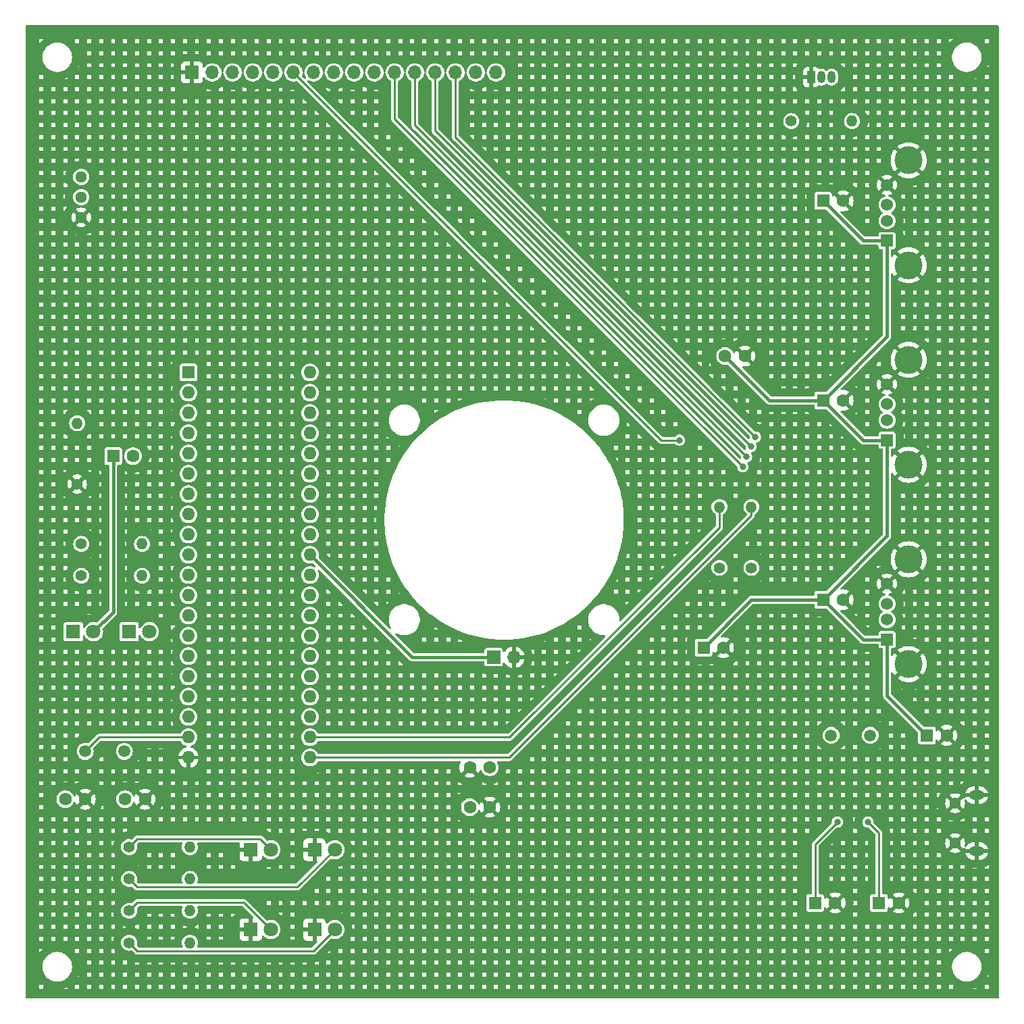
<source format=gbr>
%TF.GenerationSoftware,KiCad,Pcbnew,8.0.3*%
%TF.CreationDate,2024-06-21T15:41:33+08:00*%
%TF.ProjectId,pcb,7063622e-6b69-4636-9164-5f7063625858,rev?*%
%TF.SameCoordinates,Original*%
%TF.FileFunction,Copper,L2,Bot*%
%TF.FilePolarity,Positive*%
%FSLAX46Y46*%
G04 Gerber Fmt 4.6, Leading zero omitted, Abs format (unit mm)*
G04 Created by KiCad (PCBNEW 8.0.3) date 2024-06-21 15:41:33*
%MOMM*%
%LPD*%
G01*
G04 APERTURE LIST*
%TA.AperFunction,ComponentPad*%
%ADD10R,1.600000X1.600000*%
%TD*%
%TA.AperFunction,ComponentPad*%
%ADD11C,1.600000*%
%TD*%
%TA.AperFunction,ComponentPad*%
%ADD12C,1.400000*%
%TD*%
%TA.AperFunction,ComponentPad*%
%ADD13O,1.400000X1.400000*%
%TD*%
%TA.AperFunction,ComponentPad*%
%ADD14R,1.050000X1.500000*%
%TD*%
%TA.AperFunction,ComponentPad*%
%ADD15O,1.050000X1.500000*%
%TD*%
%TA.AperFunction,ComponentPad*%
%ADD16R,1.800000X1.800000*%
%TD*%
%TA.AperFunction,ComponentPad*%
%ADD17C,1.800000*%
%TD*%
%TA.AperFunction,ComponentPad*%
%ADD18R,1.524000X1.524000*%
%TD*%
%TA.AperFunction,ComponentPad*%
%ADD19C,1.524000*%
%TD*%
%TA.AperFunction,ComponentPad*%
%ADD20C,3.500000*%
%TD*%
%TA.AperFunction,ComponentPad*%
%ADD21R,1.700000X1.700000*%
%TD*%
%TA.AperFunction,ComponentPad*%
%ADD22O,1.700000X1.700000*%
%TD*%
%TA.AperFunction,ComponentPad*%
%ADD23C,1.500000*%
%TD*%
%TA.AperFunction,ComponentPad*%
%ADD24O,1.900000X1.200000*%
%TD*%
%TA.AperFunction,ComponentPad*%
%ADD25C,1.450000*%
%TD*%
%TA.AperFunction,ComponentPad*%
%ADD26C,1.440000*%
%TD*%
%TA.AperFunction,ComponentPad*%
%ADD27O,1.600000X1.600000*%
%TD*%
%TA.AperFunction,ViaPad*%
%ADD28C,0.800000*%
%TD*%
%TA.AperFunction,Conductor*%
%ADD29C,0.400000*%
%TD*%
%TA.AperFunction,Conductor*%
%ADD30C,0.250000*%
%TD*%
G04 APERTURE END LIST*
D10*
%TO.P,C6,1*%
%TO.N,Net-(U3-VDD18)*%
X162000000Y-148000000D03*
D11*
%TO.P,C6,2*%
%TO.N,GND*%
X164500000Y-148000000D03*
%TD*%
D12*
%TO.P,R2,1*%
%TO.N,+5V*%
X154000000Y-106000000D03*
D13*
%TO.P,R2,2*%
%TO.N,/MCU_SCL*%
X154000000Y-98380000D03*
%TD*%
D10*
%TO.P,C5,1*%
%TO.N,Net-(U3-VDD33)*%
X170000000Y-148000000D03*
D11*
%TO.P,C5,2*%
%TO.N,GND*%
X172500000Y-148000000D03*
%TD*%
%TO.P,C8,1*%
%TO.N,Net-(U2-X1)*%
X75500000Y-135000000D03*
%TO.P,C8,2*%
%TO.N,GND*%
X78000000Y-135000000D03*
%TD*%
D14*
%TO.P,Q1,1,E*%
%TO.N,GND*%
X161500000Y-44500000D03*
D15*
%TO.P,Q1,2,B*%
%TO.N,/EXP_P3*%
X162770000Y-44500000D03*
%TO.P,Q1,3,C*%
%TO.N,Net-(Q1-C)*%
X164040000Y-44500000D03*
%TD*%
D16*
%TO.P,D4,1,K*%
%TO.N,GND*%
X91235000Y-151340000D03*
D17*
%TO.P,D4,2,A*%
%TO.N,Net-(D4-A)*%
X93775000Y-151340000D03*
%TD*%
D16*
%TO.P,D1,1,K*%
%TO.N,Net-(D1-K)*%
X69000000Y-114000000D03*
D17*
%TO.P,D1,2,A*%
%TO.N,+5V*%
X71540000Y-114000000D03*
%TD*%
D12*
%TO.P,R8,1*%
%TO.N,Net-(D5-A)*%
X76000000Y-145000000D03*
D13*
%TO.P,R8,2*%
%TO.N,/MCU_PING*%
X83620000Y-145000000D03*
%TD*%
D12*
%TO.P,R7,1*%
%TO.N,Net-(D4-A)*%
X76000000Y-149000000D03*
D13*
%TO.P,R7,2*%
%TO.N,/MCU_BUSY*%
X83620000Y-149000000D03*
%TD*%
D18*
%TO.P,J2,1,VBUS*%
%TO.N,+5V*%
X171000000Y-65000000D03*
D19*
%TO.P,J2,2,D-*%
%TO.N,/USB2_DM*%
X171000000Y-62500000D03*
%TO.P,J2,3,D+*%
%TO.N,/USB2_DP*%
X171000000Y-60500000D03*
%TO.P,J2,4,GND*%
%TO.N,GND*%
X171000000Y-58000000D03*
D20*
%TO.P,J2,5,Shield*%
X173710000Y-68070000D03*
X173710000Y-54930000D03*
%TD*%
D12*
%TO.P,R5,1*%
%TO.N,Net-(D2-K)*%
X70000000Y-103000000D03*
D13*
%TO.P,R5,2*%
%TO.N,/MCU_RXD*%
X77620000Y-103000000D03*
%TD*%
D21*
%TO.P,U4,1,VSS*%
%TO.N,GND*%
X83890000Y-43910000D03*
D22*
%TO.P,U4,2,VDD*%
%TO.N,+5V*%
X86430000Y-43910000D03*
%TO.P,U4,3,VO*%
%TO.N,Net-(U4-VO)*%
X88970000Y-43910000D03*
%TO.P,U4,4,RS*%
%TO.N,/EXP_P0*%
X91510000Y-43910000D03*
%TO.P,U4,5,RW*%
%TO.N,/EXP_P1*%
X94050000Y-43910000D03*
%TO.P,U4,6,E*%
%TO.N,/EXP_P2*%
X96590000Y-43910000D03*
%TO.P,U4,7,D0*%
%TO.N,unconnected-(U4-D0-Pad7)*%
X99130000Y-43910000D03*
%TO.P,U4,8,D1*%
%TO.N,unconnected-(U4-D1-Pad8)*%
X101670000Y-43910000D03*
%TO.P,U4,9,D2*%
%TO.N,unconnected-(U4-D2-Pad9)*%
X104210000Y-43910000D03*
%TO.P,U4,10,D3*%
%TO.N,unconnected-(U4-D3-Pad10)*%
X106750000Y-43910000D03*
%TO.P,U4,11,D4*%
%TO.N,/EXP_P4*%
X109290000Y-43910000D03*
%TO.P,U4,12,D5*%
%TO.N,/EXP_P5*%
X111830000Y-43910000D03*
%TO.P,U4,13,D6*%
%TO.N,/EXP_P6*%
X114370000Y-43910000D03*
%TO.P,U4,14,D7*%
%TO.N,/EXP_P7*%
X116910000Y-43910000D03*
%TO.P,U4,15,A*%
%TO.N,+5V*%
X119450000Y-43910000D03*
%TO.P,U4,16,K*%
%TO.N,Net-(Q1-C)*%
X121990000Y-43910000D03*
%TD*%
D10*
%TO.P,C2,1*%
%TO.N,+5V*%
X176000000Y-127000000D03*
D11*
%TO.P,C2,2*%
%TO.N,GND*%
X178500000Y-127000000D03*
%TD*%
D16*
%TO.P,D2,1,K*%
%TO.N,Net-(D2-K)*%
X76000000Y-114000000D03*
D17*
%TO.P,D2,2,A*%
%TO.N,+5V*%
X78540000Y-114000000D03*
%TD*%
D10*
%TO.P,C12,1*%
%TO.N,+5V*%
X163000000Y-85000000D03*
D11*
%TO.P,C12,2*%
%TO.N,GND*%
X165500000Y-85000000D03*
%TD*%
%TO.P,C7,1*%
%TO.N,Net-(U2-X2)*%
X68000000Y-135000000D03*
%TO.P,C7,2*%
%TO.N,GND*%
X70500000Y-135000000D03*
%TD*%
D23*
%TO.P,Y1,1,1*%
%TO.N,Net-(U2-X2)*%
X70500000Y-129000000D03*
%TO.P,Y1,2,2*%
%TO.N,Net-(U2-X1)*%
X75400000Y-129000000D03*
%TD*%
D16*
%TO.P,D5,1,K*%
%TO.N,GND*%
X99235000Y-141340000D03*
D17*
%TO.P,D5,2,A*%
%TO.N,Net-(D5-A)*%
X101775000Y-141340000D03*
%TD*%
D24*
%TO.P,J1,6,Shield*%
%TO.N,GND*%
X182237500Y-141500000D03*
D25*
X179537500Y-140500000D03*
X179537500Y-135500000D03*
D24*
X182237500Y-134500000D03*
%TD*%
D11*
%TO.P,C9,1*%
%TO.N,Net-(U5-V3)*%
X118710000Y-136000000D03*
%TO.P,C9,2*%
%TO.N,GND*%
X121210000Y-136000000D03*
%TD*%
D12*
%TO.P,R6,1*%
%TO.N,Net-(D3-A)*%
X76000000Y-141000000D03*
D13*
%TO.P,R6,2*%
%TO.N,/MCU_POWER*%
X83620000Y-141000000D03*
%TD*%
D26*
%TO.P,RV1,1,1*%
%TO.N,+5V*%
X70000000Y-57000000D03*
%TO.P,RV1,2,2*%
%TO.N,Net-(U4-VO)*%
X70000000Y-59540000D03*
%TO.P,RV1,3,3*%
%TO.N,GND*%
X70000000Y-62080000D03*
%TD*%
D10*
%TO.P,C11,1*%
%TO.N,+5V*%
X163000000Y-60000000D03*
D11*
%TO.P,C11,2*%
%TO.N,GND*%
X165500000Y-60000000D03*
%TD*%
D12*
%TO.P,R9,1*%
%TO.N,Net-(D6-A)*%
X76000000Y-153000000D03*
D13*
%TO.P,R9,2*%
%TO.N,/MCU_ERROR*%
X83620000Y-153000000D03*
%TD*%
D10*
%TO.P,C13,1*%
%TO.N,+5V*%
X163000000Y-110000000D03*
D11*
%TO.P,C13,2*%
%TO.N,GND*%
X165500000Y-110000000D03*
%TD*%
D10*
%TO.P,C4,1*%
%TO.N,+5V*%
X74000000Y-92000000D03*
D11*
%TO.P,C4,2*%
%TO.N,Net-(U2-~{RESET})*%
X76500000Y-92000000D03*
%TD*%
D16*
%TO.P,D6,1,K*%
%TO.N,GND*%
X99235000Y-151340000D03*
D17*
%TO.P,D6,2,A*%
%TO.N,Net-(D6-A)*%
X101775000Y-151340000D03*
%TD*%
D11*
%TO.P,C10,1*%
%TO.N,GND*%
X118710000Y-131000000D03*
%TO.P,C10,2*%
%TO.N,+5V*%
X121210000Y-131000000D03*
%TD*%
D12*
%TO.P,R4,1*%
%TO.N,Net-(D1-K)*%
X70000000Y-107000000D03*
D13*
%TO.P,R4,2*%
%TO.N,/MCU_TXD*%
X77620000Y-107000000D03*
%TD*%
D16*
%TO.P,D3,1,K*%
%TO.N,GND*%
X91235000Y-141340000D03*
D17*
%TO.P,D3,2,A*%
%TO.N,Net-(D3-A)*%
X93775000Y-141340000D03*
%TD*%
D12*
%TO.P,R3,1*%
%TO.N,GND*%
X69500000Y-95500000D03*
D13*
%TO.P,R3,2*%
%TO.N,Net-(U2-~{RESET})*%
X69500000Y-87880000D03*
%TD*%
D18*
%TO.P,J4,1,VBUS*%
%TO.N,+5V*%
X171000000Y-115000000D03*
D19*
%TO.P,J4,2,D-*%
%TO.N,/USB4_DM*%
X171000000Y-112500000D03*
%TO.P,J4,3,D+*%
%TO.N,/USB4_DP*%
X171000000Y-110500000D03*
%TO.P,J4,4,GND*%
%TO.N,GND*%
X171000000Y-108000000D03*
D20*
%TO.P,J4,5,Shield*%
X173710000Y-118070000D03*
X173710000Y-104930000D03*
%TD*%
D10*
%TO.P,C3,1*%
%TO.N,+5V*%
X148000000Y-116000000D03*
D11*
%TO.P,C3,2*%
%TO.N,GND*%
X150500000Y-116000000D03*
%TD*%
D10*
%TO.P,U2,1,P1.0*%
%TO.N,unconnected-(U2-P1.0-Pad1)*%
X83440000Y-81520000D03*
D27*
%TO.P,U2,2,P1.1*%
%TO.N,unconnected-(U2-P1.1-Pad2)*%
X83440000Y-84060000D03*
%TO.P,U2,3,P1.2*%
%TO.N,unconnected-(U2-P1.2-Pad3)*%
X83440000Y-86600000D03*
%TO.P,U2,4,P1.3*%
%TO.N,unconnected-(U2-P1.3-Pad4)*%
X83440000Y-89140000D03*
%TO.P,U2,5,P1.4*%
%TO.N,unconnected-(U2-P1.4-Pad5)*%
X83440000Y-91680000D03*
%TO.P,U2,6,P1.5*%
%TO.N,unconnected-(U2-P1.5-Pad6)*%
X83440000Y-94220000D03*
%TO.P,U2,7,P1.6*%
%TO.N,unconnected-(U2-P1.6-Pad7)*%
X83440000Y-96760000D03*
%TO.P,U2,8,P1.7*%
%TO.N,unconnected-(U2-P1.7-Pad8)*%
X83440000Y-99300000D03*
%TO.P,U2,9,~{RESET}*%
%TO.N,Net-(U2-~{RESET})*%
X83440000Y-101840000D03*
%TO.P,U2,10,P3.0(RXD)*%
%TO.N,/MCU_RXD*%
X83440000Y-104380000D03*
%TO.P,U2,11,P3.1(TXD)*%
%TO.N,/MCU_TXD*%
X83440000Y-106920000D03*
%TO.P,U2,12,P3.2(~{INT0})*%
%TO.N,unconnected-(U2-P3.2(~{INT0})-Pad12)*%
X83440000Y-109460000D03*
%TO.P,U2,13,P3.3(~{INT1})*%
%TO.N,unconnected-(U2-P3.3(~{INT1})-Pad13)*%
X83440000Y-112000000D03*
%TO.P,U2,14,P3.4(T0)*%
%TO.N,unconnected-(U2-P3.4(T0)-Pad14)*%
X83440000Y-114540000D03*
%TO.P,U2,15,P3.5(T1)*%
%TO.N,unconnected-(U2-P3.5(T1)-Pad15)*%
X83440000Y-117080000D03*
%TO.P,U2,16,P3.6(~{WR})*%
%TO.N,unconnected-(U2-P3.6(~{WR})-Pad16)*%
X83440000Y-119620000D03*
%TO.P,U2,17,P3.7(~{RD})*%
%TO.N,unconnected-(U2-P3.7(~{RD})-Pad17)*%
X83440000Y-122160000D03*
%TO.P,U2,18,X1*%
%TO.N,Net-(U2-X1)*%
X83440000Y-124700000D03*
%TO.P,U2,19,X2*%
%TO.N,Net-(U2-X2)*%
X83440000Y-127240000D03*
%TO.P,U2,20,GND*%
%TO.N,GND*%
X83440000Y-129780000D03*
%TO.P,U2,21,P2.0*%
%TO.N,/MCU_SCL*%
X98680000Y-129780000D03*
%TO.P,U2,22,P2.1*%
%TO.N,/MCU_SDA*%
X98680000Y-127240000D03*
%TO.P,U2,23,P2.2*%
%TO.N,/MCU_ERROR*%
X98680000Y-124700000D03*
%TO.P,U2,24,P2.3*%
%TO.N,/MCU_BUSY*%
X98680000Y-122160000D03*
%TO.P,U2,25,P2.4*%
%TO.N,/MCU_PING*%
X98680000Y-119620000D03*
%TO.P,U2,26,P2.5*%
%TO.N,/MCU_POWER*%
X98680000Y-117080000D03*
%TO.P,U2,27,P2.6*%
%TO.N,unconnected-(U2-P2.6-Pad27)*%
X98680000Y-114540000D03*
%TO.P,U2,28,P2.7*%
%TO.N,unconnected-(U2-P2.7-Pad28)*%
X98680000Y-112000000D03*
%TO.P,U2,29,~{PSEN}*%
%TO.N,unconnected-(U2-~{PSEN}-Pad29)*%
X98680000Y-109460000D03*
%TO.P,U2,30,ALE/~{PROG}*%
%TO.N,unconnected-(U2-ALE{slash}~{PROG}-Pad30)*%
X98680000Y-106920000D03*
%TO.P,U2,31,~{EA}/VPP*%
%TO.N,+5V*%
X98680000Y-104380000D03*
%TO.P,U2,32,P0.7*%
%TO.N,unconnected-(U2-P0.7-Pad32)*%
X98680000Y-101840000D03*
%TO.P,U2,33,P0.6*%
%TO.N,unconnected-(U2-P0.6-Pad33)*%
X98680000Y-99300000D03*
%TO.P,U2,34,P0.5*%
%TO.N,unconnected-(U2-P0.5-Pad34)*%
X98680000Y-96760000D03*
%TO.P,U2,35,P0.4*%
%TO.N,unconnected-(U2-P0.4-Pad35)*%
X98680000Y-94220000D03*
%TO.P,U2,36,P0.3*%
%TO.N,unconnected-(U2-P0.3-Pad36)*%
X98680000Y-91680000D03*
%TO.P,U2,37,P0.2*%
%TO.N,unconnected-(U2-P0.2-Pad37)*%
X98680000Y-89140000D03*
%TO.P,U2,38,P0.1*%
%TO.N,unconnected-(U2-P0.1-Pad38)*%
X98680000Y-86600000D03*
%TO.P,U2,39,P0.0*%
%TO.N,unconnected-(U2-P0.0-Pad39)*%
X98680000Y-84060000D03*
%TO.P,U2,40,VCC*%
%TO.N,+5V*%
X98680000Y-81520000D03*
%TD*%
D21*
%TO.P,M1,1,+*%
%TO.N,+5V*%
X121690000Y-117200000D03*
D22*
%TO.P,M1,2,-*%
%TO.N,GND*%
X124230000Y-117200000D03*
%TD*%
D12*
%TO.P,R10,1*%
%TO.N,/EXP_P3*%
X159000000Y-50000000D03*
D13*
%TO.P,R10,2*%
%TO.N,+5V*%
X166620000Y-50000000D03*
%TD*%
D12*
%TO.P,R1,1*%
%TO.N,+5V*%
X150000000Y-106000000D03*
D13*
%TO.P,R1,2*%
%TO.N,/MCU_SDA*%
X150000000Y-98380000D03*
%TD*%
D23*
%TO.P,Y2,1,1*%
%TO.N,Net-(U3-XIN)*%
X164000000Y-127000000D03*
%TO.P,Y2,2,2*%
%TO.N,Net-(U3-XOUT)*%
X168900000Y-127000000D03*
%TD*%
D11*
%TO.P,C1,1*%
%TO.N,+5V*%
X150700000Y-79450000D03*
%TO.P,C1,2*%
%TO.N,GND*%
X153200000Y-79450000D03*
%TD*%
D18*
%TO.P,J3,1,VBUS*%
%TO.N,+5V*%
X171000000Y-90000000D03*
D19*
%TO.P,J3,2,D-*%
%TO.N,/USB3_DM*%
X171000000Y-87500000D03*
%TO.P,J3,3,D+*%
%TO.N,/USB3_DP*%
X171000000Y-85500000D03*
%TO.P,J3,4,GND*%
%TO.N,GND*%
X171000000Y-83000000D03*
D20*
%TO.P,J3,5,Shield*%
X173710000Y-93070000D03*
X173710000Y-79930000D03*
%TD*%
D28*
%TO.N,Net-(U3-VDD33)*%
X168605000Y-137865000D03*
%TO.N,Net-(U3-VDD18)*%
X164780000Y-137865000D03*
%TO.N,/EXP_P2*%
X145000000Y-90000000D03*
%TO.N,/EXP_P4*%
X152920000Y-93350000D03*
%TO.N,/EXP_P5*%
X153400000Y-92100000D03*
%TO.N,/EXP_P6*%
X153960000Y-90800000D03*
%TO.N,/EXP_P7*%
X154500000Y-89600000D03*
%TD*%
D29*
%TO.N,+5V*%
X171000000Y-65000000D02*
X171000000Y-77000000D01*
X121690000Y-117200000D02*
X111500000Y-117200000D01*
X163000000Y-110000000D02*
X168000000Y-115000000D01*
X74000000Y-111540000D02*
X71540000Y-114000000D01*
X163000000Y-85000000D02*
X156250000Y-85000000D01*
X163000000Y-60000000D02*
X168000000Y-65000000D01*
X168000000Y-90000000D02*
X171000000Y-90000000D01*
X171000000Y-90000000D02*
X171000000Y-102000000D01*
X111500000Y-117200000D02*
X98680000Y-104380000D01*
X74000000Y-92000000D02*
X74000000Y-111540000D01*
X168000000Y-115000000D02*
X171000000Y-115000000D01*
X156250000Y-85000000D02*
X150700000Y-79450000D01*
X148000000Y-116000000D02*
X154000000Y-110000000D01*
X171000000Y-77000000D02*
X163000000Y-85000000D01*
X171000000Y-102000000D02*
X163000000Y-110000000D01*
X163000000Y-85000000D02*
X168000000Y-90000000D01*
X154000000Y-110000000D02*
X163000000Y-110000000D01*
X176000000Y-127000000D02*
X171000000Y-122000000D01*
X171000000Y-122000000D02*
X171000000Y-115000000D01*
X168000000Y-65000000D02*
X171000000Y-65000000D01*
D30*
%TO.N,Net-(U3-VDD33)*%
X170000000Y-139260000D02*
X170000000Y-148000000D01*
X168605000Y-137865000D02*
X170000000Y-139260000D01*
%TO.N,Net-(U3-VDD18)*%
X164780000Y-137865000D02*
X162000000Y-140645000D01*
X162000000Y-140645000D02*
X162000000Y-148000000D01*
%TO.N,Net-(U2-X2)*%
X83440000Y-127240000D02*
X72260000Y-127240000D01*
X72260000Y-127240000D02*
X70500000Y-129000000D01*
%TO.N,Net-(D3-A)*%
X92410000Y-139975000D02*
X77025000Y-139975000D01*
X77025000Y-139975000D02*
X76000000Y-141000000D01*
X93775000Y-141340000D02*
X92410000Y-139975000D01*
%TO.N,Net-(D4-A)*%
X90410000Y-147975000D02*
X93775000Y-151340000D01*
X76000000Y-149000000D02*
X77025000Y-147975000D01*
X77025000Y-147975000D02*
X90410000Y-147975000D01*
%TO.N,/MCU_SDA*%
X98680000Y-127240000D02*
X123694493Y-127240000D01*
X123694493Y-127240000D02*
X150000000Y-100934493D01*
X150000000Y-100934493D02*
X150000000Y-98380000D01*
%TO.N,/MCU_SCL*%
X154000000Y-99410000D02*
X123630000Y-129780000D01*
X123630000Y-129780000D02*
X98680000Y-129780000D01*
X154000000Y-98380000D02*
X154000000Y-99410000D01*
%TO.N,/EXP_P2*%
X145000000Y-90000000D02*
X142680000Y-90000000D01*
X142680000Y-90000000D02*
X96590000Y-43910000D01*
%TO.N,/EXP_P4*%
X109290000Y-49720000D02*
X152920000Y-93350000D01*
X109290000Y-43910000D02*
X109290000Y-49720000D01*
%TO.N,/EXP_P5*%
X153400000Y-92100000D02*
X111830000Y-50530000D01*
X111830000Y-50530000D02*
X111830000Y-43910000D01*
%TO.N,/EXP_P6*%
X114370000Y-51210000D02*
X153960000Y-90800000D01*
X114370000Y-43910000D02*
X114370000Y-51210000D01*
%TO.N,/EXP_P7*%
X154500000Y-89600000D02*
X116910000Y-52010000D01*
X116910000Y-52010000D02*
X116910000Y-43910000D01*
%TO.N,Net-(D5-A)*%
X97090000Y-146025000D02*
X77025000Y-146025000D01*
X101775000Y-141340000D02*
X97090000Y-146025000D01*
X77025000Y-146025000D02*
X76000000Y-145000000D01*
%TO.N,Net-(D6-A)*%
X99090000Y-154025000D02*
X77025000Y-154025000D01*
X101775000Y-151340000D02*
X99090000Y-154025000D01*
X77025000Y-154025000D02*
X76000000Y-153000000D01*
%TD*%
%TA.AperFunction,Conductor*%
%TO.N,GND*%
G36*
X184943039Y-38019685D02*
G01*
X184988794Y-38072489D01*
X185000000Y-38124000D01*
X185000000Y-159876000D01*
X184980315Y-159943039D01*
X184927511Y-159988794D01*
X184876000Y-160000000D01*
X63124000Y-160000000D01*
X63056961Y-159980315D01*
X63011206Y-159927511D01*
X63000000Y-159876000D01*
X63000000Y-158750000D01*
X64748000Y-158750000D01*
X65250000Y-158750000D01*
X65250000Y-158748557D01*
X67748000Y-158748557D01*
X67748000Y-158750000D01*
X68250000Y-158750000D01*
X69248000Y-158750000D01*
X69750000Y-158750000D01*
X70748000Y-158750000D01*
X71250000Y-158750000D01*
X72248000Y-158750000D01*
X72750000Y-158750000D01*
X73748000Y-158750000D01*
X74250000Y-158750000D01*
X75248000Y-158750000D01*
X75750000Y-158750000D01*
X76748000Y-158750000D01*
X77250000Y-158750000D01*
X78248000Y-158750000D01*
X78750000Y-158750000D01*
X79748000Y-158750000D01*
X80250000Y-158750000D01*
X81248000Y-158750000D01*
X81750000Y-158750000D01*
X82748000Y-158750000D01*
X83250000Y-158750000D01*
X84248000Y-158750000D01*
X84750000Y-158750000D01*
X85748000Y-158750000D01*
X86250000Y-158750000D01*
X87248000Y-158750000D01*
X87750000Y-158750000D01*
X88748000Y-158750000D01*
X89250000Y-158750000D01*
X90248000Y-158750000D01*
X90750000Y-158750000D01*
X91748000Y-158750000D01*
X92250000Y-158750000D01*
X93248000Y-158750000D01*
X93750000Y-158750000D01*
X94748000Y-158750000D01*
X95250000Y-158750000D01*
X96248000Y-158750000D01*
X96750000Y-158750000D01*
X97748000Y-158750000D01*
X98250000Y-158750000D01*
X99248000Y-158750000D01*
X99750000Y-158750000D01*
X100748000Y-158750000D01*
X101250000Y-158750000D01*
X102248000Y-158750000D01*
X102750000Y-158750000D01*
X103748000Y-158750000D01*
X104250000Y-158750000D01*
X105248000Y-158750000D01*
X105750000Y-158750000D01*
X106748000Y-158750000D01*
X107250000Y-158750000D01*
X108248000Y-158750000D01*
X108750000Y-158750000D01*
X109748000Y-158750000D01*
X110250000Y-158750000D01*
X111248000Y-158750000D01*
X111750000Y-158750000D01*
X112748000Y-158750000D01*
X113250000Y-158750000D01*
X114248000Y-158750000D01*
X114750000Y-158750000D01*
X115748000Y-158750000D01*
X116250000Y-158750000D01*
X117248000Y-158750000D01*
X117750000Y-158750000D01*
X118748000Y-158750000D01*
X119250000Y-158750000D01*
X120248000Y-158750000D01*
X120750000Y-158750000D01*
X121748000Y-158750000D01*
X122250000Y-158750000D01*
X123248000Y-158750000D01*
X123750000Y-158750000D01*
X124748000Y-158750000D01*
X125250000Y-158750000D01*
X126248000Y-158750000D01*
X126750000Y-158750000D01*
X127748000Y-158750000D01*
X128250000Y-158750000D01*
X129248000Y-158750000D01*
X129750000Y-158750000D01*
X130748000Y-158750000D01*
X131250000Y-158750000D01*
X132248000Y-158750000D01*
X132750000Y-158750000D01*
X133748000Y-158750000D01*
X134250000Y-158750000D01*
X135248000Y-158750000D01*
X135750000Y-158750000D01*
X136748000Y-158750000D01*
X137250000Y-158750000D01*
X138248000Y-158750000D01*
X138750000Y-158750000D01*
X139748000Y-158750000D01*
X140250000Y-158750000D01*
X141248000Y-158750000D01*
X141750000Y-158750000D01*
X142748000Y-158750000D01*
X143250000Y-158750000D01*
X144248000Y-158750000D01*
X144750000Y-158750000D01*
X145748000Y-158750000D01*
X146250000Y-158750000D01*
X147248000Y-158750000D01*
X147750000Y-158750000D01*
X148748000Y-158750000D01*
X149250000Y-158750000D01*
X150248000Y-158750000D01*
X150750000Y-158750000D01*
X151748000Y-158750000D01*
X152250000Y-158750000D01*
X153248000Y-158750000D01*
X153750000Y-158750000D01*
X154748000Y-158750000D01*
X155250000Y-158750000D01*
X156248000Y-158750000D01*
X156750000Y-158750000D01*
X157748000Y-158750000D01*
X158250000Y-158750000D01*
X159248000Y-158750000D01*
X159750000Y-158750000D01*
X160748000Y-158750000D01*
X161250000Y-158750000D01*
X162248000Y-158750000D01*
X162750000Y-158750000D01*
X163748000Y-158750000D01*
X164250000Y-158750000D01*
X165248000Y-158750000D01*
X165750000Y-158750000D01*
X166748000Y-158750000D01*
X167250000Y-158750000D01*
X168248000Y-158750000D01*
X168750000Y-158750000D01*
X169748000Y-158750000D01*
X170250000Y-158750000D01*
X171248000Y-158750000D01*
X171750000Y-158750000D01*
X172748000Y-158750000D01*
X173250000Y-158750000D01*
X174248000Y-158750000D01*
X174750000Y-158750000D01*
X175748000Y-158750000D01*
X176250000Y-158750000D01*
X177248000Y-158750000D01*
X177750000Y-158750000D01*
X178748000Y-158750000D01*
X179250000Y-158750000D01*
X179250000Y-158748557D01*
X181748000Y-158748557D01*
X181748000Y-158750000D01*
X182250000Y-158750000D01*
X183248000Y-158750000D01*
X183750000Y-158750000D01*
X183750000Y-158248000D01*
X183248000Y-158248000D01*
X183248000Y-158750000D01*
X182250000Y-158750000D01*
X182250000Y-158564031D01*
X182246996Y-158565513D01*
X182243327Y-158567249D01*
X182220954Y-158577387D01*
X182217227Y-158579003D01*
X181962921Y-158684340D01*
X181959141Y-158685834D01*
X181936152Y-158694485D01*
X181932333Y-158695851D01*
X181901403Y-158706349D01*
X181897544Y-158707589D01*
X181874072Y-158714709D01*
X181870170Y-158715823D01*
X181748000Y-158748557D01*
X179250000Y-158748557D01*
X179250000Y-158248000D01*
X178748000Y-158248000D01*
X178748000Y-158750000D01*
X177750000Y-158750000D01*
X177750000Y-158248000D01*
X177248000Y-158248000D01*
X177248000Y-158750000D01*
X176250000Y-158750000D01*
X176250000Y-158248000D01*
X175748000Y-158248000D01*
X175748000Y-158750000D01*
X174750000Y-158750000D01*
X174750000Y-158248000D01*
X174248000Y-158248000D01*
X174248000Y-158750000D01*
X173250000Y-158750000D01*
X173250000Y-158248000D01*
X172748000Y-158248000D01*
X172748000Y-158750000D01*
X171750000Y-158750000D01*
X171750000Y-158248000D01*
X171248000Y-158248000D01*
X171248000Y-158750000D01*
X170250000Y-158750000D01*
X170250000Y-158248000D01*
X169748000Y-158248000D01*
X169748000Y-158750000D01*
X168750000Y-158750000D01*
X168750000Y-158248000D01*
X168248000Y-158248000D01*
X168248000Y-158750000D01*
X167250000Y-158750000D01*
X167250000Y-158248000D01*
X166748000Y-158248000D01*
X166748000Y-158750000D01*
X165750000Y-158750000D01*
X165750000Y-158248000D01*
X165248000Y-158248000D01*
X165248000Y-158750000D01*
X164250000Y-158750000D01*
X164250000Y-158248000D01*
X163748000Y-158248000D01*
X163748000Y-158750000D01*
X162750000Y-158750000D01*
X162750000Y-158248000D01*
X162248000Y-158248000D01*
X162248000Y-158750000D01*
X161250000Y-158750000D01*
X161250000Y-158248000D01*
X160748000Y-158248000D01*
X160748000Y-158750000D01*
X159750000Y-158750000D01*
X159750000Y-158248000D01*
X159248000Y-158248000D01*
X159248000Y-158750000D01*
X158250000Y-158750000D01*
X158250000Y-158248000D01*
X157748000Y-158248000D01*
X157748000Y-158750000D01*
X156750000Y-158750000D01*
X156750000Y-158248000D01*
X156248000Y-158248000D01*
X156248000Y-158750000D01*
X155250000Y-158750000D01*
X155250000Y-158248000D01*
X154748000Y-158248000D01*
X154748000Y-158750000D01*
X153750000Y-158750000D01*
X153750000Y-158248000D01*
X153248000Y-158248000D01*
X153248000Y-158750000D01*
X152250000Y-158750000D01*
X152250000Y-158248000D01*
X151748000Y-158248000D01*
X151748000Y-158750000D01*
X150750000Y-158750000D01*
X150750000Y-158248000D01*
X150248000Y-158248000D01*
X150248000Y-158750000D01*
X149250000Y-158750000D01*
X149250000Y-158248000D01*
X148748000Y-158248000D01*
X148748000Y-158750000D01*
X147750000Y-158750000D01*
X147750000Y-158248000D01*
X147248000Y-158248000D01*
X147248000Y-158750000D01*
X146250000Y-158750000D01*
X146250000Y-158248000D01*
X145748000Y-158248000D01*
X145748000Y-158750000D01*
X144750000Y-158750000D01*
X144750000Y-158248000D01*
X144248000Y-158248000D01*
X144248000Y-158750000D01*
X143250000Y-158750000D01*
X143250000Y-158248000D01*
X142748000Y-158248000D01*
X142748000Y-158750000D01*
X141750000Y-158750000D01*
X141750000Y-158248000D01*
X141248000Y-158248000D01*
X141248000Y-158750000D01*
X140250000Y-158750000D01*
X140250000Y-158248000D01*
X139748000Y-158248000D01*
X139748000Y-158750000D01*
X138750000Y-158750000D01*
X138750000Y-158248000D01*
X138248000Y-158248000D01*
X138248000Y-158750000D01*
X137250000Y-158750000D01*
X137250000Y-158248000D01*
X136748000Y-158248000D01*
X136748000Y-158750000D01*
X135750000Y-158750000D01*
X135750000Y-158248000D01*
X135248000Y-158248000D01*
X135248000Y-158750000D01*
X134250000Y-158750000D01*
X134250000Y-158248000D01*
X133748000Y-158248000D01*
X133748000Y-158750000D01*
X132750000Y-158750000D01*
X132750000Y-158248000D01*
X132248000Y-158248000D01*
X132248000Y-158750000D01*
X131250000Y-158750000D01*
X131250000Y-158248000D01*
X130748000Y-158248000D01*
X130748000Y-158750000D01*
X129750000Y-158750000D01*
X129750000Y-158248000D01*
X129248000Y-158248000D01*
X129248000Y-158750000D01*
X128250000Y-158750000D01*
X128250000Y-158248000D01*
X127748000Y-158248000D01*
X127748000Y-158750000D01*
X126750000Y-158750000D01*
X126750000Y-158248000D01*
X126248000Y-158248000D01*
X126248000Y-158750000D01*
X125250000Y-158750000D01*
X125250000Y-158248000D01*
X124748000Y-158248000D01*
X124748000Y-158750000D01*
X123750000Y-158750000D01*
X123750000Y-158248000D01*
X123248000Y-158248000D01*
X123248000Y-158750000D01*
X122250000Y-158750000D01*
X122250000Y-158248000D01*
X121748000Y-158248000D01*
X121748000Y-158750000D01*
X120750000Y-158750000D01*
X120750000Y-158248000D01*
X120248000Y-158248000D01*
X120248000Y-158750000D01*
X119250000Y-158750000D01*
X119250000Y-158248000D01*
X118748000Y-158248000D01*
X118748000Y-158750000D01*
X117750000Y-158750000D01*
X117750000Y-158248000D01*
X117248000Y-158248000D01*
X117248000Y-158750000D01*
X116250000Y-158750000D01*
X116250000Y-158248000D01*
X115748000Y-158248000D01*
X115748000Y-158750000D01*
X114750000Y-158750000D01*
X114750000Y-158248000D01*
X114248000Y-158248000D01*
X114248000Y-158750000D01*
X113250000Y-158750000D01*
X113250000Y-158248000D01*
X112748000Y-158248000D01*
X112748000Y-158750000D01*
X111750000Y-158750000D01*
X111750000Y-158248000D01*
X111248000Y-158248000D01*
X111248000Y-158750000D01*
X110250000Y-158750000D01*
X110250000Y-158248000D01*
X109748000Y-158248000D01*
X109748000Y-158750000D01*
X108750000Y-158750000D01*
X108750000Y-158248000D01*
X108248000Y-158248000D01*
X108248000Y-158750000D01*
X107250000Y-158750000D01*
X107250000Y-158248000D01*
X106748000Y-158248000D01*
X106748000Y-158750000D01*
X105750000Y-158750000D01*
X105750000Y-158248000D01*
X105248000Y-158248000D01*
X105248000Y-158750000D01*
X104250000Y-158750000D01*
X104250000Y-158248000D01*
X103748000Y-158248000D01*
X103748000Y-158750000D01*
X102750000Y-158750000D01*
X102750000Y-158248000D01*
X102248000Y-158248000D01*
X102248000Y-158750000D01*
X101250000Y-158750000D01*
X101250000Y-158248000D01*
X100748000Y-158248000D01*
X100748000Y-158750000D01*
X99750000Y-158750000D01*
X99750000Y-158248000D01*
X99248000Y-158248000D01*
X99248000Y-158750000D01*
X98250000Y-158750000D01*
X98250000Y-158248000D01*
X97748000Y-158248000D01*
X97748000Y-158750000D01*
X96750000Y-158750000D01*
X96750000Y-158248000D01*
X96248000Y-158248000D01*
X96248000Y-158750000D01*
X95250000Y-158750000D01*
X95250000Y-158248000D01*
X94748000Y-158248000D01*
X94748000Y-158750000D01*
X93750000Y-158750000D01*
X93750000Y-158248000D01*
X93248000Y-158248000D01*
X93248000Y-158750000D01*
X92250000Y-158750000D01*
X92250000Y-158248000D01*
X91748000Y-158248000D01*
X91748000Y-158750000D01*
X90750000Y-158750000D01*
X90750000Y-158248000D01*
X90248000Y-158248000D01*
X90248000Y-158750000D01*
X89250000Y-158750000D01*
X89250000Y-158248000D01*
X88748000Y-158248000D01*
X88748000Y-158750000D01*
X87750000Y-158750000D01*
X87750000Y-158248000D01*
X87248000Y-158248000D01*
X87248000Y-158750000D01*
X86250000Y-158750000D01*
X86250000Y-158248000D01*
X85748000Y-158248000D01*
X85748000Y-158750000D01*
X84750000Y-158750000D01*
X84750000Y-158248000D01*
X84248000Y-158248000D01*
X84248000Y-158750000D01*
X83250000Y-158750000D01*
X83250000Y-158248000D01*
X82748000Y-158248000D01*
X82748000Y-158750000D01*
X81750000Y-158750000D01*
X81750000Y-158248000D01*
X81248000Y-158248000D01*
X81248000Y-158750000D01*
X80250000Y-158750000D01*
X80250000Y-158248000D01*
X79748000Y-158248000D01*
X79748000Y-158750000D01*
X78750000Y-158750000D01*
X78750000Y-158248000D01*
X78248000Y-158248000D01*
X78248000Y-158750000D01*
X77250000Y-158750000D01*
X77250000Y-158248000D01*
X76748000Y-158248000D01*
X76748000Y-158750000D01*
X75750000Y-158750000D01*
X75750000Y-158248000D01*
X75248000Y-158248000D01*
X75248000Y-158750000D01*
X74250000Y-158750000D01*
X74250000Y-158248000D01*
X73748000Y-158248000D01*
X73748000Y-158750000D01*
X72750000Y-158750000D01*
X72750000Y-158248000D01*
X72248000Y-158248000D01*
X72248000Y-158750000D01*
X71250000Y-158750000D01*
X71250000Y-158248000D01*
X70748000Y-158248000D01*
X70748000Y-158750000D01*
X69750000Y-158750000D01*
X69750000Y-158248000D01*
X69248000Y-158248000D01*
X69248000Y-158750000D01*
X68250000Y-158750000D01*
X68250000Y-158564031D01*
X68246996Y-158565513D01*
X68243327Y-158567249D01*
X68220954Y-158577387D01*
X68217227Y-158579003D01*
X67962921Y-158684340D01*
X67959141Y-158685834D01*
X67936152Y-158694485D01*
X67932333Y-158695851D01*
X67901403Y-158706349D01*
X67897544Y-158707589D01*
X67874072Y-158714709D01*
X67870170Y-158715823D01*
X67748000Y-158748557D01*
X65250000Y-158748557D01*
X65250000Y-158248000D01*
X64748000Y-158248000D01*
X64748000Y-158750000D01*
X63000000Y-158750000D01*
X63000000Y-155878711D01*
X65149500Y-155878711D01*
X65149500Y-156121288D01*
X65181161Y-156361785D01*
X65243947Y-156596104D01*
X65306865Y-156748000D01*
X65336776Y-156820212D01*
X65458064Y-157030289D01*
X65458066Y-157030292D01*
X65458067Y-157030293D01*
X65605733Y-157222736D01*
X65605739Y-157222743D01*
X65777256Y-157394260D01*
X65777262Y-157394265D01*
X65969711Y-157541936D01*
X66179788Y-157663224D01*
X66403900Y-157756054D01*
X66638211Y-157818838D01*
X66818586Y-157842584D01*
X66878711Y-157850500D01*
X66878712Y-157850500D01*
X67121289Y-157850500D01*
X67169388Y-157844167D01*
X67361789Y-157818838D01*
X67596100Y-157756054D01*
X67820212Y-157663224D01*
X68030289Y-157541936D01*
X68222738Y-157394265D01*
X68367003Y-157250000D01*
X69564031Y-157250000D01*
X69750000Y-157250000D01*
X70748000Y-157250000D01*
X71250000Y-157250000D01*
X72248000Y-157250000D01*
X72750000Y-157250000D01*
X73748000Y-157250000D01*
X74250000Y-157250000D01*
X75248000Y-157250000D01*
X75750000Y-157250000D01*
X76748000Y-157250000D01*
X77250000Y-157250000D01*
X78248000Y-157250000D01*
X78750000Y-157250000D01*
X79748000Y-157250000D01*
X80250000Y-157250000D01*
X81248000Y-157250000D01*
X81750000Y-157250000D01*
X82748000Y-157250000D01*
X83250000Y-157250000D01*
X84248000Y-157250000D01*
X84750000Y-157250000D01*
X85748000Y-157250000D01*
X86250000Y-157250000D01*
X87248000Y-157250000D01*
X87750000Y-157250000D01*
X88748000Y-157250000D01*
X89250000Y-157250000D01*
X90248000Y-157250000D01*
X90750000Y-157250000D01*
X91748000Y-157250000D01*
X92250000Y-157250000D01*
X93248000Y-157250000D01*
X93750000Y-157250000D01*
X94748000Y-157250000D01*
X95250000Y-157250000D01*
X96248000Y-157250000D01*
X96750000Y-157250000D01*
X97748000Y-157250000D01*
X98250000Y-157250000D01*
X99248000Y-157250000D01*
X99750000Y-157250000D01*
X100748000Y-157250000D01*
X101250000Y-157250000D01*
X102248000Y-157250000D01*
X102750000Y-157250000D01*
X103748000Y-157250000D01*
X104250000Y-157250000D01*
X105248000Y-157250000D01*
X105750000Y-157250000D01*
X106748000Y-157250000D01*
X107250000Y-157250000D01*
X108248000Y-157250000D01*
X108750000Y-157250000D01*
X109748000Y-157250000D01*
X110250000Y-157250000D01*
X111248000Y-157250000D01*
X111750000Y-157250000D01*
X112748000Y-157250000D01*
X113250000Y-157250000D01*
X114248000Y-157250000D01*
X114750000Y-157250000D01*
X115748000Y-157250000D01*
X116250000Y-157250000D01*
X117248000Y-157250000D01*
X117750000Y-157250000D01*
X118748000Y-157250000D01*
X119250000Y-157250000D01*
X120248000Y-157250000D01*
X120750000Y-157250000D01*
X121748000Y-157250000D01*
X122250000Y-157250000D01*
X123248000Y-157250000D01*
X123750000Y-157250000D01*
X124748000Y-157250000D01*
X125250000Y-157250000D01*
X126248000Y-157250000D01*
X126750000Y-157250000D01*
X127748000Y-157250000D01*
X128250000Y-157250000D01*
X129248000Y-157250000D01*
X129750000Y-157250000D01*
X130748000Y-157250000D01*
X131250000Y-157250000D01*
X132248000Y-157250000D01*
X132750000Y-157250000D01*
X133748000Y-157250000D01*
X134250000Y-157250000D01*
X135248000Y-157250000D01*
X135750000Y-157250000D01*
X136748000Y-157250000D01*
X137250000Y-157250000D01*
X138248000Y-157250000D01*
X138750000Y-157250000D01*
X139748000Y-157250000D01*
X140250000Y-157250000D01*
X141248000Y-157250000D01*
X141750000Y-157250000D01*
X142748000Y-157250000D01*
X143250000Y-157250000D01*
X144248000Y-157250000D01*
X144750000Y-157250000D01*
X145748000Y-157250000D01*
X146250000Y-157250000D01*
X147248000Y-157250000D01*
X147750000Y-157250000D01*
X148748000Y-157250000D01*
X149250000Y-157250000D01*
X150248000Y-157250000D01*
X150750000Y-157250000D01*
X151748000Y-157250000D01*
X152250000Y-157250000D01*
X153248000Y-157250000D01*
X153750000Y-157250000D01*
X154748000Y-157250000D01*
X155250000Y-157250000D01*
X156248000Y-157250000D01*
X156750000Y-157250000D01*
X157748000Y-157250000D01*
X158250000Y-157250000D01*
X159248000Y-157250000D01*
X159750000Y-157250000D01*
X160748000Y-157250000D01*
X161250000Y-157250000D01*
X162248000Y-157250000D01*
X162750000Y-157250000D01*
X163748000Y-157250000D01*
X164250000Y-157250000D01*
X165248000Y-157250000D01*
X165750000Y-157250000D01*
X166748000Y-157250000D01*
X167250000Y-157250000D01*
X168248000Y-157250000D01*
X168750000Y-157250000D01*
X169748000Y-157250000D01*
X170250000Y-157250000D01*
X171248000Y-157250000D01*
X171750000Y-157250000D01*
X172748000Y-157250000D01*
X173250000Y-157250000D01*
X174248000Y-157250000D01*
X174750000Y-157250000D01*
X175748000Y-157250000D01*
X176250000Y-157250000D01*
X177248000Y-157250000D01*
X177750000Y-157250000D01*
X177750000Y-156748000D01*
X177248000Y-156748000D01*
X177248000Y-157250000D01*
X176250000Y-157250000D01*
X176250000Y-156748000D01*
X175748000Y-156748000D01*
X175748000Y-157250000D01*
X174750000Y-157250000D01*
X174750000Y-156748000D01*
X174248000Y-156748000D01*
X174248000Y-157250000D01*
X173250000Y-157250000D01*
X173250000Y-156748000D01*
X172748000Y-156748000D01*
X172748000Y-157250000D01*
X171750000Y-157250000D01*
X171750000Y-156748000D01*
X171248000Y-156748000D01*
X171248000Y-157250000D01*
X170250000Y-157250000D01*
X170250000Y-156748000D01*
X169748000Y-156748000D01*
X169748000Y-157250000D01*
X168750000Y-157250000D01*
X168750000Y-156748000D01*
X168248000Y-156748000D01*
X168248000Y-157250000D01*
X167250000Y-157250000D01*
X167250000Y-156748000D01*
X166748000Y-156748000D01*
X166748000Y-157250000D01*
X165750000Y-157250000D01*
X165750000Y-156748000D01*
X165248000Y-156748000D01*
X165248000Y-157250000D01*
X164250000Y-157250000D01*
X164250000Y-156748000D01*
X163748000Y-156748000D01*
X163748000Y-157250000D01*
X162750000Y-157250000D01*
X162750000Y-156748000D01*
X162248000Y-156748000D01*
X162248000Y-157250000D01*
X161250000Y-157250000D01*
X161250000Y-156748000D01*
X160748000Y-156748000D01*
X160748000Y-157250000D01*
X159750000Y-157250000D01*
X159750000Y-156748000D01*
X159248000Y-156748000D01*
X159248000Y-157250000D01*
X158250000Y-157250000D01*
X158250000Y-156748000D01*
X157748000Y-156748000D01*
X157748000Y-157250000D01*
X156750000Y-157250000D01*
X156750000Y-156748000D01*
X156248000Y-156748000D01*
X156248000Y-157250000D01*
X155250000Y-157250000D01*
X155250000Y-156748000D01*
X154748000Y-156748000D01*
X154748000Y-157250000D01*
X153750000Y-157250000D01*
X153750000Y-156748000D01*
X153248000Y-156748000D01*
X153248000Y-157250000D01*
X152250000Y-157250000D01*
X152250000Y-156748000D01*
X151748000Y-156748000D01*
X151748000Y-157250000D01*
X150750000Y-157250000D01*
X150750000Y-156748000D01*
X150248000Y-156748000D01*
X150248000Y-157250000D01*
X149250000Y-157250000D01*
X149250000Y-156748000D01*
X148748000Y-156748000D01*
X148748000Y-157250000D01*
X147750000Y-157250000D01*
X147750000Y-156748000D01*
X147248000Y-156748000D01*
X147248000Y-157250000D01*
X146250000Y-157250000D01*
X146250000Y-156748000D01*
X145748000Y-156748000D01*
X145748000Y-157250000D01*
X144750000Y-157250000D01*
X144750000Y-156748000D01*
X144248000Y-156748000D01*
X144248000Y-157250000D01*
X143250000Y-157250000D01*
X143250000Y-156748000D01*
X142748000Y-156748000D01*
X142748000Y-157250000D01*
X141750000Y-157250000D01*
X141750000Y-156748000D01*
X141248000Y-156748000D01*
X141248000Y-157250000D01*
X140250000Y-157250000D01*
X140250000Y-156748000D01*
X139748000Y-156748000D01*
X139748000Y-157250000D01*
X138750000Y-157250000D01*
X138750000Y-156748000D01*
X138248000Y-156748000D01*
X138248000Y-157250000D01*
X137250000Y-157250000D01*
X137250000Y-156748000D01*
X136748000Y-156748000D01*
X136748000Y-157250000D01*
X135750000Y-157250000D01*
X135750000Y-156748000D01*
X135248000Y-156748000D01*
X135248000Y-157250000D01*
X134250000Y-157250000D01*
X134250000Y-156748000D01*
X133748000Y-156748000D01*
X133748000Y-157250000D01*
X132750000Y-157250000D01*
X132750000Y-156748000D01*
X132248000Y-156748000D01*
X132248000Y-157250000D01*
X131250000Y-157250000D01*
X131250000Y-156748000D01*
X130748000Y-156748000D01*
X130748000Y-157250000D01*
X129750000Y-157250000D01*
X129750000Y-156748000D01*
X129248000Y-156748000D01*
X129248000Y-157250000D01*
X128250000Y-157250000D01*
X128250000Y-156748000D01*
X127748000Y-156748000D01*
X127748000Y-157250000D01*
X126750000Y-157250000D01*
X126750000Y-156748000D01*
X126248000Y-156748000D01*
X126248000Y-157250000D01*
X125250000Y-157250000D01*
X125250000Y-156748000D01*
X124748000Y-156748000D01*
X124748000Y-157250000D01*
X123750000Y-157250000D01*
X123750000Y-156748000D01*
X123248000Y-156748000D01*
X123248000Y-157250000D01*
X122250000Y-157250000D01*
X122250000Y-156748000D01*
X121748000Y-156748000D01*
X121748000Y-157250000D01*
X120750000Y-157250000D01*
X120750000Y-156748000D01*
X120248000Y-156748000D01*
X120248000Y-157250000D01*
X119250000Y-157250000D01*
X119250000Y-156748000D01*
X118748000Y-156748000D01*
X118748000Y-157250000D01*
X117750000Y-157250000D01*
X117750000Y-156748000D01*
X117248000Y-156748000D01*
X117248000Y-157250000D01*
X116250000Y-157250000D01*
X116250000Y-156748000D01*
X115748000Y-156748000D01*
X115748000Y-157250000D01*
X114750000Y-157250000D01*
X114750000Y-156748000D01*
X114248000Y-156748000D01*
X114248000Y-157250000D01*
X113250000Y-157250000D01*
X113250000Y-156748000D01*
X112748000Y-156748000D01*
X112748000Y-157250000D01*
X111750000Y-157250000D01*
X111750000Y-156748000D01*
X111248000Y-156748000D01*
X111248000Y-157250000D01*
X110250000Y-157250000D01*
X110250000Y-156748000D01*
X109748000Y-156748000D01*
X109748000Y-157250000D01*
X108750000Y-157250000D01*
X108750000Y-156748000D01*
X108248000Y-156748000D01*
X108248000Y-157250000D01*
X107250000Y-157250000D01*
X107250000Y-156748000D01*
X106748000Y-156748000D01*
X106748000Y-157250000D01*
X105750000Y-157250000D01*
X105750000Y-156748000D01*
X105248000Y-156748000D01*
X105248000Y-157250000D01*
X104250000Y-157250000D01*
X104250000Y-156748000D01*
X103748000Y-156748000D01*
X103748000Y-157250000D01*
X102750000Y-157250000D01*
X102750000Y-156748000D01*
X102248000Y-156748000D01*
X102248000Y-157250000D01*
X101250000Y-157250000D01*
X101250000Y-156748000D01*
X100748000Y-156748000D01*
X100748000Y-157250000D01*
X99750000Y-157250000D01*
X99750000Y-156748000D01*
X99248000Y-156748000D01*
X99248000Y-157250000D01*
X98250000Y-157250000D01*
X98250000Y-156748000D01*
X97748000Y-156748000D01*
X97748000Y-157250000D01*
X96750000Y-157250000D01*
X96750000Y-156748000D01*
X96248000Y-156748000D01*
X96248000Y-157250000D01*
X95250000Y-157250000D01*
X95250000Y-156748000D01*
X94748000Y-156748000D01*
X94748000Y-157250000D01*
X93750000Y-157250000D01*
X93750000Y-156748000D01*
X93248000Y-156748000D01*
X93248000Y-157250000D01*
X92250000Y-157250000D01*
X92250000Y-156748000D01*
X91748000Y-156748000D01*
X91748000Y-157250000D01*
X90750000Y-157250000D01*
X90750000Y-156748000D01*
X90248000Y-156748000D01*
X90248000Y-157250000D01*
X89250000Y-157250000D01*
X89250000Y-156748000D01*
X88748000Y-156748000D01*
X88748000Y-157250000D01*
X87750000Y-157250000D01*
X87750000Y-156748000D01*
X87248000Y-156748000D01*
X87248000Y-157250000D01*
X86250000Y-157250000D01*
X86250000Y-156748000D01*
X85748000Y-156748000D01*
X85748000Y-157250000D01*
X84750000Y-157250000D01*
X84750000Y-156748000D01*
X84248000Y-156748000D01*
X84248000Y-157250000D01*
X83250000Y-157250000D01*
X83250000Y-156748000D01*
X82748000Y-156748000D01*
X82748000Y-157250000D01*
X81750000Y-157250000D01*
X81750000Y-156748000D01*
X81248000Y-156748000D01*
X81248000Y-157250000D01*
X80250000Y-157250000D01*
X80250000Y-156748000D01*
X79748000Y-156748000D01*
X79748000Y-157250000D01*
X78750000Y-157250000D01*
X78750000Y-156748000D01*
X78248000Y-156748000D01*
X78248000Y-157250000D01*
X77250000Y-157250000D01*
X77250000Y-156748000D01*
X76748000Y-156748000D01*
X76748000Y-157250000D01*
X75750000Y-157250000D01*
X75750000Y-156748000D01*
X75248000Y-156748000D01*
X75248000Y-157250000D01*
X74250000Y-157250000D01*
X74250000Y-156748000D01*
X73748000Y-156748000D01*
X73748000Y-157250000D01*
X72750000Y-157250000D01*
X72750000Y-156748000D01*
X72248000Y-156748000D01*
X72248000Y-157250000D01*
X71250000Y-157250000D01*
X71250000Y-156748000D01*
X70748000Y-156748000D01*
X70748000Y-157250000D01*
X69750000Y-157250000D01*
X69750000Y-156748000D01*
X69748558Y-156748000D01*
X69715823Y-156870170D01*
X69714709Y-156874072D01*
X69707589Y-156897544D01*
X69706349Y-156901403D01*
X69695851Y-156932333D01*
X69694485Y-156936152D01*
X69685834Y-156959141D01*
X69684340Y-156962921D01*
X69579003Y-157217227D01*
X69577387Y-157220954D01*
X69567249Y-157243327D01*
X69565513Y-157246996D01*
X69564031Y-157250000D01*
X68367003Y-157250000D01*
X68394265Y-157222738D01*
X68541936Y-157030289D01*
X68663224Y-156820212D01*
X68756054Y-156596100D01*
X68818838Y-156361789D01*
X68850500Y-156121288D01*
X68850500Y-155878712D01*
X68850500Y-155878711D01*
X179149500Y-155878711D01*
X179149500Y-156121288D01*
X179181161Y-156361785D01*
X179243947Y-156596104D01*
X179306865Y-156748000D01*
X179336776Y-156820212D01*
X179458064Y-157030289D01*
X179458066Y-157030292D01*
X179458067Y-157030293D01*
X179605733Y-157222736D01*
X179605739Y-157222743D01*
X179777256Y-157394260D01*
X179777262Y-157394265D01*
X179969711Y-157541936D01*
X180179788Y-157663224D01*
X180403900Y-157756054D01*
X180638211Y-157818838D01*
X180818586Y-157842584D01*
X180878711Y-157850500D01*
X180878712Y-157850500D01*
X181121289Y-157850500D01*
X181169388Y-157844167D01*
X181361789Y-157818838D01*
X181596100Y-157756054D01*
X181820212Y-157663224D01*
X182030289Y-157541936D01*
X182222738Y-157394265D01*
X182367003Y-157250000D01*
X183564031Y-157250000D01*
X183750000Y-157250000D01*
X183750000Y-156748000D01*
X183748558Y-156748000D01*
X183715823Y-156870170D01*
X183714709Y-156874072D01*
X183707589Y-156897544D01*
X183706349Y-156901403D01*
X183695851Y-156932333D01*
X183694485Y-156936152D01*
X183685834Y-156959141D01*
X183684340Y-156962921D01*
X183579003Y-157217227D01*
X183577387Y-157220954D01*
X183567249Y-157243327D01*
X183565513Y-157246996D01*
X183564031Y-157250000D01*
X182367003Y-157250000D01*
X182394265Y-157222738D01*
X182541936Y-157030289D01*
X182663224Y-156820212D01*
X182756054Y-156596100D01*
X182818838Y-156361789D01*
X182850500Y-156121288D01*
X182850500Y-155878712D01*
X182818838Y-155638211D01*
X182756054Y-155403900D01*
X182663224Y-155179788D01*
X182541936Y-154969711D01*
X182394265Y-154777262D01*
X182394260Y-154777256D01*
X182222743Y-154605739D01*
X182222736Y-154605733D01*
X182030293Y-154458067D01*
X182030292Y-154458066D01*
X182030289Y-154458064D01*
X181820212Y-154336776D01*
X181820205Y-154336773D01*
X181610717Y-154250000D01*
X183248000Y-154250000D01*
X183750000Y-154250000D01*
X183750000Y-153748000D01*
X183248000Y-153748000D01*
X183248000Y-154250000D01*
X181610717Y-154250000D01*
X181596104Y-154243947D01*
X181361785Y-154181161D01*
X181121289Y-154149500D01*
X181121288Y-154149500D01*
X180878712Y-154149500D01*
X180878711Y-154149500D01*
X180638214Y-154181161D01*
X180403895Y-154243947D01*
X180179794Y-154336773D01*
X180179785Y-154336777D01*
X179969706Y-154458067D01*
X179777263Y-154605733D01*
X179777256Y-154605739D01*
X179605739Y-154777256D01*
X179605733Y-154777263D01*
X179458067Y-154969706D01*
X179336777Y-155179785D01*
X179336773Y-155179794D01*
X179243947Y-155403895D01*
X179181161Y-155638214D01*
X179149500Y-155878711D01*
X68850500Y-155878711D01*
X68833555Y-155750000D01*
X70748000Y-155750000D01*
X71250000Y-155750000D01*
X72248000Y-155750000D01*
X72750000Y-155750000D01*
X73748000Y-155750000D01*
X74250000Y-155750000D01*
X75248000Y-155750000D01*
X75750000Y-155750000D01*
X76748000Y-155750000D01*
X77250000Y-155750000D01*
X78248000Y-155750000D01*
X78750000Y-155750000D01*
X79748000Y-155750000D01*
X80250000Y-155750000D01*
X81248000Y-155750000D01*
X81750000Y-155750000D01*
X82748000Y-155750000D01*
X83250000Y-155750000D01*
X84248000Y-155750000D01*
X84750000Y-155750000D01*
X85748000Y-155750000D01*
X86250000Y-155750000D01*
X87248000Y-155750000D01*
X87750000Y-155750000D01*
X88748000Y-155750000D01*
X89250000Y-155750000D01*
X90248000Y-155750000D01*
X90750000Y-155750000D01*
X91748000Y-155750000D01*
X92250000Y-155750000D01*
X93248000Y-155750000D01*
X93750000Y-155750000D01*
X94748000Y-155750000D01*
X95250000Y-155750000D01*
X96248000Y-155750000D01*
X96750000Y-155750000D01*
X97748000Y-155750000D01*
X98250000Y-155750000D01*
X98250000Y-155448500D01*
X97748000Y-155448500D01*
X97748000Y-155750000D01*
X96750000Y-155750000D01*
X96750000Y-155448500D01*
X96248000Y-155448500D01*
X96248000Y-155750000D01*
X95250000Y-155750000D01*
X95250000Y-155448500D01*
X94748000Y-155448500D01*
X94748000Y-155750000D01*
X93750000Y-155750000D01*
X93750000Y-155448500D01*
X93248000Y-155448500D01*
X93248000Y-155750000D01*
X92250000Y-155750000D01*
X92250000Y-155448500D01*
X91748000Y-155448500D01*
X91748000Y-155750000D01*
X90750000Y-155750000D01*
X90750000Y-155448500D01*
X90248000Y-155448500D01*
X90248000Y-155750000D01*
X89250000Y-155750000D01*
X89250000Y-155448500D01*
X88748000Y-155448500D01*
X88748000Y-155750000D01*
X87750000Y-155750000D01*
X87750000Y-155448500D01*
X87248000Y-155448500D01*
X87248000Y-155750000D01*
X86250000Y-155750000D01*
X86250000Y-155448500D01*
X85748000Y-155448500D01*
X85748000Y-155750000D01*
X84750000Y-155750000D01*
X84750000Y-155448500D01*
X84248000Y-155448500D01*
X84248000Y-155750000D01*
X83250000Y-155750000D01*
X83250000Y-155448500D01*
X82748000Y-155448500D01*
X82748000Y-155750000D01*
X81750000Y-155750000D01*
X81750000Y-155448500D01*
X81248000Y-155448500D01*
X81248000Y-155750000D01*
X80250000Y-155750000D01*
X80250000Y-155448500D01*
X79748000Y-155448500D01*
X79748000Y-155750000D01*
X78750000Y-155750000D01*
X78750000Y-155448500D01*
X78248000Y-155448500D01*
X78248000Y-155750000D01*
X77250000Y-155750000D01*
X77250000Y-155448500D01*
X76936299Y-155448500D01*
X76928189Y-155448235D01*
X76879183Y-155445023D01*
X76871104Y-155444227D01*
X76866996Y-155443686D01*
X99248000Y-155443686D01*
X99248000Y-155750000D01*
X99750000Y-155750000D01*
X100748000Y-155750000D01*
X101250000Y-155750000D01*
X102248000Y-155750000D01*
X102750000Y-155750000D01*
X103748000Y-155750000D01*
X104250000Y-155750000D01*
X105248000Y-155750000D01*
X105750000Y-155750000D01*
X106748000Y-155750000D01*
X107250000Y-155750000D01*
X108248000Y-155750000D01*
X108750000Y-155750000D01*
X109748000Y-155750000D01*
X110250000Y-155750000D01*
X111248000Y-155750000D01*
X111750000Y-155750000D01*
X112748000Y-155750000D01*
X113250000Y-155750000D01*
X114248000Y-155750000D01*
X114750000Y-155750000D01*
X115748000Y-155750000D01*
X116250000Y-155750000D01*
X117248000Y-155750000D01*
X117750000Y-155750000D01*
X118748000Y-155750000D01*
X119250000Y-155750000D01*
X120248000Y-155750000D01*
X120750000Y-155750000D01*
X121748000Y-155750000D01*
X122250000Y-155750000D01*
X123248000Y-155750000D01*
X123750000Y-155750000D01*
X124748000Y-155750000D01*
X125250000Y-155750000D01*
X126248000Y-155750000D01*
X126750000Y-155750000D01*
X127748000Y-155750000D01*
X128250000Y-155750000D01*
X129248000Y-155750000D01*
X129750000Y-155750000D01*
X130748000Y-155750000D01*
X131250000Y-155750000D01*
X132248000Y-155750000D01*
X132750000Y-155750000D01*
X133748000Y-155750000D01*
X134250000Y-155750000D01*
X135248000Y-155750000D01*
X135750000Y-155750000D01*
X136748000Y-155750000D01*
X137250000Y-155750000D01*
X138248000Y-155750000D01*
X138750000Y-155750000D01*
X139748000Y-155750000D01*
X140250000Y-155750000D01*
X141248000Y-155750000D01*
X141750000Y-155750000D01*
X142748000Y-155750000D01*
X143250000Y-155750000D01*
X144248000Y-155750000D01*
X144750000Y-155750000D01*
X145748000Y-155750000D01*
X146250000Y-155750000D01*
X147248000Y-155750000D01*
X147750000Y-155750000D01*
X148748000Y-155750000D01*
X149250000Y-155750000D01*
X150248000Y-155750000D01*
X150750000Y-155750000D01*
X151748000Y-155750000D01*
X152250000Y-155750000D01*
X153248000Y-155750000D01*
X153750000Y-155750000D01*
X154748000Y-155750000D01*
X155250000Y-155750000D01*
X156248000Y-155750000D01*
X156750000Y-155750000D01*
X157748000Y-155750000D01*
X158250000Y-155750000D01*
X159248000Y-155750000D01*
X159750000Y-155750000D01*
X160748000Y-155750000D01*
X161250000Y-155750000D01*
X162248000Y-155750000D01*
X162750000Y-155750000D01*
X163748000Y-155750000D01*
X164250000Y-155750000D01*
X165248000Y-155750000D01*
X165750000Y-155750000D01*
X166748000Y-155750000D01*
X167250000Y-155750000D01*
X168248000Y-155750000D01*
X168750000Y-155750000D01*
X169748000Y-155750000D01*
X170250000Y-155750000D01*
X171248000Y-155750000D01*
X171750000Y-155750000D01*
X172748000Y-155750000D01*
X173250000Y-155750000D01*
X174248000Y-155750000D01*
X174750000Y-155750000D01*
X175748000Y-155750000D01*
X176250000Y-155750000D01*
X177248000Y-155750000D01*
X177750000Y-155750000D01*
X177750000Y-155248000D01*
X177248000Y-155248000D01*
X177248000Y-155750000D01*
X176250000Y-155750000D01*
X176250000Y-155248000D01*
X175748000Y-155248000D01*
X175748000Y-155750000D01*
X174750000Y-155750000D01*
X174750000Y-155248000D01*
X174248000Y-155248000D01*
X174248000Y-155750000D01*
X173250000Y-155750000D01*
X173250000Y-155248000D01*
X172748000Y-155248000D01*
X172748000Y-155750000D01*
X171750000Y-155750000D01*
X171750000Y-155248000D01*
X171248000Y-155248000D01*
X171248000Y-155750000D01*
X170250000Y-155750000D01*
X170250000Y-155248000D01*
X169748000Y-155248000D01*
X169748000Y-155750000D01*
X168750000Y-155750000D01*
X168750000Y-155248000D01*
X168248000Y-155248000D01*
X168248000Y-155750000D01*
X167250000Y-155750000D01*
X167250000Y-155248000D01*
X166748000Y-155248000D01*
X166748000Y-155750000D01*
X165750000Y-155750000D01*
X165750000Y-155248000D01*
X165248000Y-155248000D01*
X165248000Y-155750000D01*
X164250000Y-155750000D01*
X164250000Y-155248000D01*
X163748000Y-155248000D01*
X163748000Y-155750000D01*
X162750000Y-155750000D01*
X162750000Y-155248000D01*
X162248000Y-155248000D01*
X162248000Y-155750000D01*
X161250000Y-155750000D01*
X161250000Y-155248000D01*
X160748000Y-155248000D01*
X160748000Y-155750000D01*
X159750000Y-155750000D01*
X159750000Y-155248000D01*
X159248000Y-155248000D01*
X159248000Y-155750000D01*
X158250000Y-155750000D01*
X158250000Y-155248000D01*
X157748000Y-155248000D01*
X157748000Y-155750000D01*
X156750000Y-155750000D01*
X156750000Y-155248000D01*
X156248000Y-155248000D01*
X156248000Y-155750000D01*
X155250000Y-155750000D01*
X155250000Y-155248000D01*
X154748000Y-155248000D01*
X154748000Y-155750000D01*
X153750000Y-155750000D01*
X153750000Y-155248000D01*
X153248000Y-155248000D01*
X153248000Y-155750000D01*
X152250000Y-155750000D01*
X152250000Y-155248000D01*
X151748000Y-155248000D01*
X151748000Y-155750000D01*
X150750000Y-155750000D01*
X150750000Y-155248000D01*
X150248000Y-155248000D01*
X150248000Y-155750000D01*
X149250000Y-155750000D01*
X149250000Y-155248000D01*
X148748000Y-155248000D01*
X148748000Y-155750000D01*
X147750000Y-155750000D01*
X147750000Y-155248000D01*
X147248000Y-155248000D01*
X147248000Y-155750000D01*
X146250000Y-155750000D01*
X146250000Y-155248000D01*
X145748000Y-155248000D01*
X145748000Y-155750000D01*
X144750000Y-155750000D01*
X144750000Y-155248000D01*
X144248000Y-155248000D01*
X144248000Y-155750000D01*
X143250000Y-155750000D01*
X143250000Y-155248000D01*
X142748000Y-155248000D01*
X142748000Y-155750000D01*
X141750000Y-155750000D01*
X141750000Y-155248000D01*
X141248000Y-155248000D01*
X141248000Y-155750000D01*
X140250000Y-155750000D01*
X140250000Y-155248000D01*
X139748000Y-155248000D01*
X139748000Y-155750000D01*
X138750000Y-155750000D01*
X138750000Y-155248000D01*
X138248000Y-155248000D01*
X138248000Y-155750000D01*
X137250000Y-155750000D01*
X137250000Y-155248000D01*
X136748000Y-155248000D01*
X136748000Y-155750000D01*
X135750000Y-155750000D01*
X135750000Y-155248000D01*
X135248000Y-155248000D01*
X135248000Y-155750000D01*
X134250000Y-155750000D01*
X134250000Y-155248000D01*
X133748000Y-155248000D01*
X133748000Y-155750000D01*
X132750000Y-155750000D01*
X132750000Y-155248000D01*
X132248000Y-155248000D01*
X132248000Y-155750000D01*
X131250000Y-155750000D01*
X131250000Y-155248000D01*
X130748000Y-155248000D01*
X130748000Y-155750000D01*
X129750000Y-155750000D01*
X129750000Y-155248000D01*
X129248000Y-155248000D01*
X129248000Y-155750000D01*
X128250000Y-155750000D01*
X128250000Y-155248000D01*
X127748000Y-155248000D01*
X127748000Y-155750000D01*
X126750000Y-155750000D01*
X126750000Y-155248000D01*
X126248000Y-155248000D01*
X126248000Y-155750000D01*
X125250000Y-155750000D01*
X125250000Y-155248000D01*
X124748000Y-155248000D01*
X124748000Y-155750000D01*
X123750000Y-155750000D01*
X123750000Y-155248000D01*
X123248000Y-155248000D01*
X123248000Y-155750000D01*
X122250000Y-155750000D01*
X122250000Y-155248000D01*
X121748000Y-155248000D01*
X121748000Y-155750000D01*
X120750000Y-155750000D01*
X120750000Y-155248000D01*
X120248000Y-155248000D01*
X120248000Y-155750000D01*
X119250000Y-155750000D01*
X119250000Y-155248000D01*
X118748000Y-155248000D01*
X118748000Y-155750000D01*
X117750000Y-155750000D01*
X117750000Y-155248000D01*
X117248000Y-155248000D01*
X117248000Y-155750000D01*
X116250000Y-155750000D01*
X116250000Y-155248000D01*
X115748000Y-155248000D01*
X115748000Y-155750000D01*
X114750000Y-155750000D01*
X114750000Y-155248000D01*
X114248000Y-155248000D01*
X114248000Y-155750000D01*
X113250000Y-155750000D01*
X113250000Y-155248000D01*
X112748000Y-155248000D01*
X112748000Y-155750000D01*
X111750000Y-155750000D01*
X111750000Y-155248000D01*
X111248000Y-155248000D01*
X111248000Y-155750000D01*
X110250000Y-155750000D01*
X110250000Y-155248000D01*
X109748000Y-155248000D01*
X109748000Y-155750000D01*
X108750000Y-155750000D01*
X108750000Y-155248000D01*
X108248000Y-155248000D01*
X108248000Y-155750000D01*
X107250000Y-155750000D01*
X107250000Y-155248000D01*
X106748000Y-155248000D01*
X106748000Y-155750000D01*
X105750000Y-155750000D01*
X105750000Y-155248000D01*
X105248000Y-155248000D01*
X105248000Y-155750000D01*
X104250000Y-155750000D01*
X104250000Y-155248000D01*
X103748000Y-155248000D01*
X103748000Y-155750000D01*
X102750000Y-155750000D01*
X102750000Y-155248000D01*
X102248000Y-155248000D01*
X102248000Y-155750000D01*
X101250000Y-155750000D01*
X101250000Y-155248000D01*
X100748000Y-155248000D01*
X100748000Y-155750000D01*
X99750000Y-155750000D01*
X99750000Y-155287664D01*
X99724933Y-155302137D01*
X99717777Y-155305962D01*
X99673731Y-155327683D01*
X99666338Y-155331033D01*
X99605953Y-155356044D01*
X99598361Y-155358901D01*
X99551867Y-155374684D01*
X99544101Y-155377040D01*
X99372755Y-155422951D01*
X99364854Y-155424793D01*
X99316699Y-155434372D01*
X99308696Y-155435694D01*
X99248000Y-155443686D01*
X76866996Y-155443686D01*
X76806304Y-155435694D01*
X76798301Y-155434372D01*
X76750146Y-155424793D01*
X76748000Y-155424292D01*
X76748000Y-155750000D01*
X75750000Y-155750000D01*
X75750000Y-155248000D01*
X75248000Y-155248000D01*
X75248000Y-155750000D01*
X74250000Y-155750000D01*
X74250000Y-155248000D01*
X73748000Y-155248000D01*
X73748000Y-155750000D01*
X72750000Y-155750000D01*
X72750000Y-155248000D01*
X72248000Y-155248000D01*
X72248000Y-155750000D01*
X71250000Y-155750000D01*
X71250000Y-155248000D01*
X70748000Y-155248000D01*
X70748000Y-155750000D01*
X68833555Y-155750000D01*
X68818838Y-155638211D01*
X68756054Y-155403900D01*
X68663224Y-155179788D01*
X68541936Y-154969711D01*
X68394265Y-154777262D01*
X68394260Y-154777256D01*
X68222743Y-154605739D01*
X68222736Y-154605733D01*
X68030293Y-154458067D01*
X68030292Y-154458066D01*
X68030289Y-154458064D01*
X67820212Y-154336776D01*
X67820205Y-154336773D01*
X67610717Y-154250000D01*
X69248000Y-154250000D01*
X69750000Y-154250000D01*
X70748000Y-154250000D01*
X71250000Y-154250000D01*
X72248000Y-154250000D01*
X72750000Y-154250000D01*
X73748000Y-154250000D01*
X74250000Y-154250000D01*
X74250000Y-153965508D01*
X74179475Y-153833567D01*
X74176737Y-153828128D01*
X74160989Y-153794830D01*
X74158523Y-153789264D01*
X74141432Y-153748000D01*
X73748000Y-153748000D01*
X73748000Y-154250000D01*
X72750000Y-154250000D01*
X72750000Y-153748000D01*
X72248000Y-153748000D01*
X72248000Y-154250000D01*
X71250000Y-154250000D01*
X71250000Y-153748000D01*
X70748000Y-153748000D01*
X70748000Y-154250000D01*
X69750000Y-154250000D01*
X69750000Y-153748000D01*
X69248000Y-153748000D01*
X69248000Y-154250000D01*
X67610717Y-154250000D01*
X67596104Y-154243947D01*
X67361785Y-154181161D01*
X67121289Y-154149500D01*
X67121288Y-154149500D01*
X66878712Y-154149500D01*
X66878711Y-154149500D01*
X66638214Y-154181161D01*
X66403895Y-154243947D01*
X66179794Y-154336773D01*
X66179785Y-154336777D01*
X65969706Y-154458067D01*
X65777263Y-154605733D01*
X65777256Y-154605739D01*
X65605739Y-154777256D01*
X65605733Y-154777263D01*
X65458067Y-154969706D01*
X65336777Y-155179785D01*
X65336773Y-155179794D01*
X65243947Y-155403895D01*
X65181161Y-155638214D01*
X65149500Y-155878711D01*
X63000000Y-155878711D01*
X63000000Y-154250000D01*
X64748000Y-154250000D01*
X64752366Y-154250000D01*
X64823909Y-154156763D01*
X64826432Y-154153583D01*
X64842003Y-154134610D01*
X64844627Y-154131519D01*
X64866164Y-154106960D01*
X64868890Y-154103952D01*
X64885671Y-154086035D01*
X64888493Y-154083119D01*
X65083119Y-153888493D01*
X65086035Y-153885671D01*
X65103952Y-153868890D01*
X65106960Y-153866164D01*
X65131519Y-153844627D01*
X65134610Y-153842003D01*
X65153583Y-153826432D01*
X65156763Y-153823909D01*
X65250000Y-153752365D01*
X65250000Y-153748000D01*
X64748000Y-153748000D01*
X64748000Y-154250000D01*
X63000000Y-154250000D01*
X63000000Y-153000000D01*
X74994659Y-153000000D01*
X75013975Y-153196129D01*
X75013976Y-153196131D01*
X75013976Y-153196132D01*
X75055105Y-153331717D01*
X75071188Y-153384733D01*
X75164086Y-153558532D01*
X75164090Y-153558539D01*
X75289116Y-153710883D01*
X75441460Y-153835909D01*
X75441467Y-153835913D01*
X75615266Y-153928811D01*
X75615269Y-153928811D01*
X75615273Y-153928814D01*
X75803868Y-153986024D01*
X76000000Y-154005341D01*
X76196132Y-153986024D01*
X76269363Y-153963808D01*
X76339229Y-153963184D01*
X76393040Y-153994788D01*
X76763737Y-154365485D01*
X76860763Y-154421503D01*
X76968982Y-154450500D01*
X76968984Y-154450500D01*
X99146016Y-154450500D01*
X99146018Y-154450500D01*
X99254237Y-154421503D01*
X99351263Y-154365485D01*
X99466748Y-154250000D01*
X100878130Y-154250000D01*
X101250000Y-154250000D01*
X102248000Y-154250000D01*
X102750000Y-154250000D01*
X103748000Y-154250000D01*
X104250000Y-154250000D01*
X105248000Y-154250000D01*
X105750000Y-154250000D01*
X106748000Y-154250000D01*
X107250000Y-154250000D01*
X108248000Y-154250000D01*
X108750000Y-154250000D01*
X109748000Y-154250000D01*
X110250000Y-154250000D01*
X111248000Y-154250000D01*
X111750000Y-154250000D01*
X112748000Y-154250000D01*
X113250000Y-154250000D01*
X114248000Y-154250000D01*
X114750000Y-154250000D01*
X115748000Y-154250000D01*
X116250000Y-154250000D01*
X117248000Y-154250000D01*
X117750000Y-154250000D01*
X118748000Y-154250000D01*
X119250000Y-154250000D01*
X120248000Y-154250000D01*
X120750000Y-154250000D01*
X121748000Y-154250000D01*
X122250000Y-154250000D01*
X123248000Y-154250000D01*
X123750000Y-154250000D01*
X124748000Y-154250000D01*
X125250000Y-154250000D01*
X126248000Y-154250000D01*
X126750000Y-154250000D01*
X127748000Y-154250000D01*
X128250000Y-154250000D01*
X129248000Y-154250000D01*
X129750000Y-154250000D01*
X130748000Y-154250000D01*
X131250000Y-154250000D01*
X132248000Y-154250000D01*
X132750000Y-154250000D01*
X133748000Y-154250000D01*
X134250000Y-154250000D01*
X135248000Y-154250000D01*
X135750000Y-154250000D01*
X136748000Y-154250000D01*
X137250000Y-154250000D01*
X138248000Y-154250000D01*
X138750000Y-154250000D01*
X139748000Y-154250000D01*
X140250000Y-154250000D01*
X141248000Y-154250000D01*
X141750000Y-154250000D01*
X142748000Y-154250000D01*
X143250000Y-154250000D01*
X144248000Y-154250000D01*
X144750000Y-154250000D01*
X145748000Y-154250000D01*
X146250000Y-154250000D01*
X147248000Y-154250000D01*
X147750000Y-154250000D01*
X148748000Y-154250000D01*
X149250000Y-154250000D01*
X150248000Y-154250000D01*
X150750000Y-154250000D01*
X151748000Y-154250000D01*
X152250000Y-154250000D01*
X153248000Y-154250000D01*
X153750000Y-154250000D01*
X154748000Y-154250000D01*
X155250000Y-154250000D01*
X156248000Y-154250000D01*
X156750000Y-154250000D01*
X157748000Y-154250000D01*
X158250000Y-154250000D01*
X159248000Y-154250000D01*
X159750000Y-154250000D01*
X160748000Y-154250000D01*
X161250000Y-154250000D01*
X162248000Y-154250000D01*
X162750000Y-154250000D01*
X163748000Y-154250000D01*
X164250000Y-154250000D01*
X165248000Y-154250000D01*
X165750000Y-154250000D01*
X166748000Y-154250000D01*
X167250000Y-154250000D01*
X168248000Y-154250000D01*
X168750000Y-154250000D01*
X169748000Y-154250000D01*
X170250000Y-154250000D01*
X171248000Y-154250000D01*
X171750000Y-154250000D01*
X172748000Y-154250000D01*
X173250000Y-154250000D01*
X174248000Y-154250000D01*
X174750000Y-154250000D01*
X175748000Y-154250000D01*
X176250000Y-154250000D01*
X177248000Y-154250000D01*
X177750000Y-154250000D01*
X178748000Y-154250000D01*
X178752366Y-154250000D01*
X178823909Y-154156763D01*
X178826432Y-154153583D01*
X178842003Y-154134610D01*
X178844627Y-154131519D01*
X178866164Y-154106960D01*
X178868890Y-154103952D01*
X178885671Y-154086035D01*
X178888493Y-154083119D01*
X179083119Y-153888493D01*
X179086035Y-153885671D01*
X179103952Y-153868890D01*
X179106960Y-153866164D01*
X179131519Y-153844627D01*
X179134610Y-153842003D01*
X179153583Y-153826432D01*
X179156763Y-153823909D01*
X179250000Y-153752365D01*
X179250000Y-153748000D01*
X178748000Y-153748000D01*
X178748000Y-154250000D01*
X177750000Y-154250000D01*
X177750000Y-153748000D01*
X177248000Y-153748000D01*
X177248000Y-154250000D01*
X176250000Y-154250000D01*
X176250000Y-153748000D01*
X175748000Y-153748000D01*
X175748000Y-154250000D01*
X174750000Y-154250000D01*
X174750000Y-153748000D01*
X174248000Y-153748000D01*
X174248000Y-154250000D01*
X173250000Y-154250000D01*
X173250000Y-153748000D01*
X172748000Y-153748000D01*
X172748000Y-154250000D01*
X171750000Y-154250000D01*
X171750000Y-153748000D01*
X171248000Y-153748000D01*
X171248000Y-154250000D01*
X170250000Y-154250000D01*
X170250000Y-153748000D01*
X169748000Y-153748000D01*
X169748000Y-154250000D01*
X168750000Y-154250000D01*
X168750000Y-153748000D01*
X168248000Y-153748000D01*
X168248000Y-154250000D01*
X167250000Y-154250000D01*
X167250000Y-153748000D01*
X166748000Y-153748000D01*
X166748000Y-154250000D01*
X165750000Y-154250000D01*
X165750000Y-153748000D01*
X165248000Y-153748000D01*
X165248000Y-154250000D01*
X164250000Y-154250000D01*
X164250000Y-153748000D01*
X163748000Y-153748000D01*
X163748000Y-154250000D01*
X162750000Y-154250000D01*
X162750000Y-153748000D01*
X162248000Y-153748000D01*
X162248000Y-154250000D01*
X161250000Y-154250000D01*
X161250000Y-153748000D01*
X160748000Y-153748000D01*
X160748000Y-154250000D01*
X159750000Y-154250000D01*
X159750000Y-153748000D01*
X159248000Y-153748000D01*
X159248000Y-154250000D01*
X158250000Y-154250000D01*
X158250000Y-153748000D01*
X157748000Y-153748000D01*
X157748000Y-154250000D01*
X156750000Y-154250000D01*
X156750000Y-153748000D01*
X156248000Y-153748000D01*
X156248000Y-154250000D01*
X155250000Y-154250000D01*
X155250000Y-153748000D01*
X154748000Y-153748000D01*
X154748000Y-154250000D01*
X153750000Y-154250000D01*
X153750000Y-153748000D01*
X153248000Y-153748000D01*
X153248000Y-154250000D01*
X152250000Y-154250000D01*
X152250000Y-153748000D01*
X151748000Y-153748000D01*
X151748000Y-154250000D01*
X150750000Y-154250000D01*
X150750000Y-153748000D01*
X150248000Y-153748000D01*
X150248000Y-154250000D01*
X149250000Y-154250000D01*
X149250000Y-153748000D01*
X148748000Y-153748000D01*
X148748000Y-154250000D01*
X147750000Y-154250000D01*
X147750000Y-153748000D01*
X147248000Y-153748000D01*
X147248000Y-154250000D01*
X146250000Y-154250000D01*
X146250000Y-153748000D01*
X145748000Y-153748000D01*
X145748000Y-154250000D01*
X144750000Y-154250000D01*
X144750000Y-153748000D01*
X144248000Y-153748000D01*
X144248000Y-154250000D01*
X143250000Y-154250000D01*
X143250000Y-153748000D01*
X142748000Y-153748000D01*
X142748000Y-154250000D01*
X141750000Y-154250000D01*
X141750000Y-153748000D01*
X141248000Y-153748000D01*
X141248000Y-154250000D01*
X140250000Y-154250000D01*
X140250000Y-153748000D01*
X139748000Y-153748000D01*
X139748000Y-154250000D01*
X138750000Y-154250000D01*
X138750000Y-153748000D01*
X138248000Y-153748000D01*
X138248000Y-154250000D01*
X137250000Y-154250000D01*
X137250000Y-153748000D01*
X136748000Y-153748000D01*
X136748000Y-154250000D01*
X135750000Y-154250000D01*
X135750000Y-153748000D01*
X135248000Y-153748000D01*
X135248000Y-154250000D01*
X134250000Y-154250000D01*
X134250000Y-153748000D01*
X133748000Y-153748000D01*
X133748000Y-154250000D01*
X132750000Y-154250000D01*
X132750000Y-153748000D01*
X132248000Y-153748000D01*
X132248000Y-154250000D01*
X131250000Y-154250000D01*
X131250000Y-153748000D01*
X130748000Y-153748000D01*
X130748000Y-154250000D01*
X129750000Y-154250000D01*
X129750000Y-153748000D01*
X129248000Y-153748000D01*
X129248000Y-154250000D01*
X128250000Y-154250000D01*
X128250000Y-153748000D01*
X127748000Y-153748000D01*
X127748000Y-154250000D01*
X126750000Y-154250000D01*
X126750000Y-153748000D01*
X126248000Y-153748000D01*
X126248000Y-154250000D01*
X125250000Y-154250000D01*
X125250000Y-153748000D01*
X124748000Y-153748000D01*
X124748000Y-154250000D01*
X123750000Y-154250000D01*
X123750000Y-153748000D01*
X123248000Y-153748000D01*
X123248000Y-154250000D01*
X122250000Y-154250000D01*
X122250000Y-153748000D01*
X121748000Y-153748000D01*
X121748000Y-154250000D01*
X120750000Y-154250000D01*
X120750000Y-153748000D01*
X120248000Y-153748000D01*
X120248000Y-154250000D01*
X119250000Y-154250000D01*
X119250000Y-153748000D01*
X118748000Y-153748000D01*
X118748000Y-154250000D01*
X117750000Y-154250000D01*
X117750000Y-153748000D01*
X117248000Y-153748000D01*
X117248000Y-154250000D01*
X116250000Y-154250000D01*
X116250000Y-153748000D01*
X115748000Y-153748000D01*
X115748000Y-154250000D01*
X114750000Y-154250000D01*
X114750000Y-153748000D01*
X114248000Y-153748000D01*
X114248000Y-154250000D01*
X113250000Y-154250000D01*
X113250000Y-153748000D01*
X112748000Y-153748000D01*
X112748000Y-154250000D01*
X111750000Y-154250000D01*
X111750000Y-153748000D01*
X111248000Y-153748000D01*
X111248000Y-154250000D01*
X110250000Y-154250000D01*
X110250000Y-153748000D01*
X109748000Y-153748000D01*
X109748000Y-154250000D01*
X108750000Y-154250000D01*
X108750000Y-153748000D01*
X108248000Y-153748000D01*
X108248000Y-154250000D01*
X107250000Y-154250000D01*
X107250000Y-153748000D01*
X106748000Y-153748000D01*
X106748000Y-154250000D01*
X105750000Y-154250000D01*
X105750000Y-153748000D01*
X105248000Y-153748000D01*
X105248000Y-154250000D01*
X104250000Y-154250000D01*
X104250000Y-153748000D01*
X103748000Y-153748000D01*
X103748000Y-154250000D01*
X102750000Y-154250000D01*
X102750000Y-153748000D01*
X102248000Y-153748000D01*
X102248000Y-154250000D01*
X101250000Y-154250000D01*
X101250000Y-153878129D01*
X100878130Y-154250000D01*
X99466748Y-154250000D01*
X101223643Y-152493103D01*
X101284964Y-152459620D01*
X101354655Y-152464604D01*
X101355954Y-152465098D01*
X101445060Y-152499618D01*
X101663757Y-152540500D01*
X101663759Y-152540500D01*
X101886241Y-152540500D01*
X101886243Y-152540500D01*
X102104940Y-152499618D01*
X102312401Y-152419247D01*
X102488927Y-152309947D01*
X103748000Y-152309947D01*
X103748000Y-152750000D01*
X104250000Y-152750000D01*
X105248000Y-152750000D01*
X105750000Y-152750000D01*
X106748000Y-152750000D01*
X107250000Y-152750000D01*
X108248000Y-152750000D01*
X108750000Y-152750000D01*
X109748000Y-152750000D01*
X110250000Y-152750000D01*
X111248000Y-152750000D01*
X111750000Y-152750000D01*
X112748000Y-152750000D01*
X113250000Y-152750000D01*
X114248000Y-152750000D01*
X114750000Y-152750000D01*
X115748000Y-152750000D01*
X116250000Y-152750000D01*
X117248000Y-152750000D01*
X117750000Y-152750000D01*
X118748000Y-152750000D01*
X119250000Y-152750000D01*
X120248000Y-152750000D01*
X120750000Y-152750000D01*
X121748000Y-152750000D01*
X122250000Y-152750000D01*
X123248000Y-152750000D01*
X123750000Y-152750000D01*
X124748000Y-152750000D01*
X125250000Y-152750000D01*
X126248000Y-152750000D01*
X126750000Y-152750000D01*
X127748000Y-152750000D01*
X128250000Y-152750000D01*
X129248000Y-152750000D01*
X129750000Y-152750000D01*
X130748000Y-152750000D01*
X131250000Y-152750000D01*
X132248000Y-152750000D01*
X132750000Y-152750000D01*
X133748000Y-152750000D01*
X134250000Y-152750000D01*
X135248000Y-152750000D01*
X135750000Y-152750000D01*
X136748000Y-152750000D01*
X137250000Y-152750000D01*
X138248000Y-152750000D01*
X138750000Y-152750000D01*
X139748000Y-152750000D01*
X140250000Y-152750000D01*
X141248000Y-152750000D01*
X141750000Y-152750000D01*
X142748000Y-152750000D01*
X143250000Y-152750000D01*
X144248000Y-152750000D01*
X144750000Y-152750000D01*
X145748000Y-152750000D01*
X146250000Y-152750000D01*
X147248000Y-152750000D01*
X147750000Y-152750000D01*
X148748000Y-152750000D01*
X149250000Y-152750000D01*
X150248000Y-152750000D01*
X150750000Y-152750000D01*
X151748000Y-152750000D01*
X152250000Y-152750000D01*
X153248000Y-152750000D01*
X153750000Y-152750000D01*
X154748000Y-152750000D01*
X155250000Y-152750000D01*
X156248000Y-152750000D01*
X156750000Y-152750000D01*
X157748000Y-152750000D01*
X158250000Y-152750000D01*
X159248000Y-152750000D01*
X159750000Y-152750000D01*
X160748000Y-152750000D01*
X161250000Y-152750000D01*
X162248000Y-152750000D01*
X162750000Y-152750000D01*
X163748000Y-152750000D01*
X164250000Y-152750000D01*
X165248000Y-152750000D01*
X165750000Y-152750000D01*
X166748000Y-152750000D01*
X167250000Y-152750000D01*
X168248000Y-152750000D01*
X168750000Y-152750000D01*
X169748000Y-152750000D01*
X170250000Y-152750000D01*
X171248000Y-152750000D01*
X171750000Y-152750000D01*
X172748000Y-152750000D01*
X173250000Y-152750000D01*
X174248000Y-152750000D01*
X174750000Y-152750000D01*
X175748000Y-152750000D01*
X176250000Y-152750000D01*
X177248000Y-152750000D01*
X177750000Y-152750000D01*
X178748000Y-152750000D01*
X179250000Y-152750000D01*
X180248000Y-152750000D01*
X180750000Y-152750000D01*
X181748000Y-152750000D01*
X182250000Y-152750000D01*
X183248000Y-152750000D01*
X183750000Y-152750000D01*
X183750000Y-152248000D01*
X183248000Y-152248000D01*
X183248000Y-152750000D01*
X182250000Y-152750000D01*
X182250000Y-152248000D01*
X181748000Y-152248000D01*
X181748000Y-152750000D01*
X180750000Y-152750000D01*
X180750000Y-152248000D01*
X180248000Y-152248000D01*
X180248000Y-152750000D01*
X179250000Y-152750000D01*
X179250000Y-152248000D01*
X178748000Y-152248000D01*
X178748000Y-152750000D01*
X177750000Y-152750000D01*
X177750000Y-152248000D01*
X177248000Y-152248000D01*
X177248000Y-152750000D01*
X176250000Y-152750000D01*
X176250000Y-152248000D01*
X175748000Y-152248000D01*
X175748000Y-152750000D01*
X174750000Y-152750000D01*
X174750000Y-152248000D01*
X174248000Y-152248000D01*
X174248000Y-152750000D01*
X173250000Y-152750000D01*
X173250000Y-152248000D01*
X172748000Y-152248000D01*
X172748000Y-152750000D01*
X171750000Y-152750000D01*
X171750000Y-152248000D01*
X171248000Y-152248000D01*
X171248000Y-152750000D01*
X170250000Y-152750000D01*
X170250000Y-152248000D01*
X169748000Y-152248000D01*
X169748000Y-152750000D01*
X168750000Y-152750000D01*
X168750000Y-152248000D01*
X168248000Y-152248000D01*
X168248000Y-152750000D01*
X167250000Y-152750000D01*
X167250000Y-152248000D01*
X166748000Y-152248000D01*
X166748000Y-152750000D01*
X165750000Y-152750000D01*
X165750000Y-152248000D01*
X165248000Y-152248000D01*
X165248000Y-152750000D01*
X164250000Y-152750000D01*
X164250000Y-152248000D01*
X163748000Y-152248000D01*
X163748000Y-152750000D01*
X162750000Y-152750000D01*
X162750000Y-152248000D01*
X162248000Y-152248000D01*
X162248000Y-152750000D01*
X161250000Y-152750000D01*
X161250000Y-152248000D01*
X160748000Y-152248000D01*
X160748000Y-152750000D01*
X159750000Y-152750000D01*
X159750000Y-152248000D01*
X159248000Y-152248000D01*
X159248000Y-152750000D01*
X158250000Y-152750000D01*
X158250000Y-152248000D01*
X157748000Y-152248000D01*
X157748000Y-152750000D01*
X156750000Y-152750000D01*
X156750000Y-152248000D01*
X156248000Y-152248000D01*
X156248000Y-152750000D01*
X155250000Y-152750000D01*
X155250000Y-152248000D01*
X154748000Y-152248000D01*
X154748000Y-152750000D01*
X153750000Y-152750000D01*
X153750000Y-152248000D01*
X153248000Y-152248000D01*
X153248000Y-152750000D01*
X152250000Y-152750000D01*
X152250000Y-152248000D01*
X151748000Y-152248000D01*
X151748000Y-152750000D01*
X150750000Y-152750000D01*
X150750000Y-152248000D01*
X150248000Y-152248000D01*
X150248000Y-152750000D01*
X149250000Y-152750000D01*
X149250000Y-152248000D01*
X148748000Y-152248000D01*
X148748000Y-152750000D01*
X147750000Y-152750000D01*
X147750000Y-152248000D01*
X147248000Y-152248000D01*
X147248000Y-152750000D01*
X146250000Y-152750000D01*
X146250000Y-152248000D01*
X145748000Y-152248000D01*
X145748000Y-152750000D01*
X144750000Y-152750000D01*
X144750000Y-152248000D01*
X144248000Y-152248000D01*
X144248000Y-152750000D01*
X143250000Y-152750000D01*
X143250000Y-152248000D01*
X142748000Y-152248000D01*
X142748000Y-152750000D01*
X141750000Y-152750000D01*
X141750000Y-152248000D01*
X141248000Y-152248000D01*
X141248000Y-152750000D01*
X140250000Y-152750000D01*
X140250000Y-152248000D01*
X139748000Y-152248000D01*
X139748000Y-152750000D01*
X138750000Y-152750000D01*
X138750000Y-152248000D01*
X138248000Y-152248000D01*
X138248000Y-152750000D01*
X137250000Y-152750000D01*
X137250000Y-152248000D01*
X136748000Y-152248000D01*
X136748000Y-152750000D01*
X135750000Y-152750000D01*
X135750000Y-152248000D01*
X135248000Y-152248000D01*
X135248000Y-152750000D01*
X134250000Y-152750000D01*
X134250000Y-152248000D01*
X133748000Y-152248000D01*
X133748000Y-152750000D01*
X132750000Y-152750000D01*
X132750000Y-152248000D01*
X132248000Y-152248000D01*
X132248000Y-152750000D01*
X131250000Y-152750000D01*
X131250000Y-152248000D01*
X130748000Y-152248000D01*
X130748000Y-152750000D01*
X129750000Y-152750000D01*
X129750000Y-152248000D01*
X129248000Y-152248000D01*
X129248000Y-152750000D01*
X128250000Y-152750000D01*
X128250000Y-152248000D01*
X127748000Y-152248000D01*
X127748000Y-152750000D01*
X126750000Y-152750000D01*
X126750000Y-152248000D01*
X126248000Y-152248000D01*
X126248000Y-152750000D01*
X125250000Y-152750000D01*
X125250000Y-152248000D01*
X124748000Y-152248000D01*
X124748000Y-152750000D01*
X123750000Y-152750000D01*
X123750000Y-152248000D01*
X123248000Y-152248000D01*
X123248000Y-152750000D01*
X122250000Y-152750000D01*
X122250000Y-152248000D01*
X121748000Y-152248000D01*
X121748000Y-152750000D01*
X120750000Y-152750000D01*
X120750000Y-152248000D01*
X120248000Y-152248000D01*
X120248000Y-152750000D01*
X119250000Y-152750000D01*
X119250000Y-152248000D01*
X118748000Y-152248000D01*
X118748000Y-152750000D01*
X117750000Y-152750000D01*
X117750000Y-152248000D01*
X117248000Y-152248000D01*
X117248000Y-152750000D01*
X116250000Y-152750000D01*
X116250000Y-152248000D01*
X115748000Y-152248000D01*
X115748000Y-152750000D01*
X114750000Y-152750000D01*
X114750000Y-152248000D01*
X114248000Y-152248000D01*
X114248000Y-152750000D01*
X113250000Y-152750000D01*
X113250000Y-152248000D01*
X112748000Y-152248000D01*
X112748000Y-152750000D01*
X111750000Y-152750000D01*
X111750000Y-152248000D01*
X111248000Y-152248000D01*
X111248000Y-152750000D01*
X110250000Y-152750000D01*
X110250000Y-152248000D01*
X109748000Y-152248000D01*
X109748000Y-152750000D01*
X108750000Y-152750000D01*
X108750000Y-152248000D01*
X108248000Y-152248000D01*
X108248000Y-152750000D01*
X107250000Y-152750000D01*
X107250000Y-152248000D01*
X106748000Y-152248000D01*
X106748000Y-152750000D01*
X105750000Y-152750000D01*
X105750000Y-152248000D01*
X105248000Y-152248000D01*
X105248000Y-152750000D01*
X104250000Y-152750000D01*
X104250000Y-152248000D01*
X103778847Y-152248000D01*
X103748000Y-152309947D01*
X102488927Y-152309947D01*
X102501562Y-152302124D01*
X102665981Y-152152236D01*
X102800058Y-151974689D01*
X102899229Y-151775528D01*
X102960115Y-151561536D01*
X102980643Y-151340000D01*
X102960115Y-151118464D01*
X102899229Y-150904472D01*
X102884464Y-150874820D01*
X102821315Y-150748000D01*
X103892318Y-150748000D01*
X103926326Y-150867524D01*
X103927766Y-150873067D01*
X103935699Y-150906795D01*
X103936881Y-150912398D01*
X103945357Y-150957734D01*
X103946280Y-150963391D01*
X103951069Y-150997724D01*
X103951729Y-151003413D01*
X103974579Y-151250000D01*
X104250000Y-151250000D01*
X105248000Y-151250000D01*
X105750000Y-151250000D01*
X106748000Y-151250000D01*
X107250000Y-151250000D01*
X108248000Y-151250000D01*
X108750000Y-151250000D01*
X109748000Y-151250000D01*
X110250000Y-151250000D01*
X111248000Y-151250000D01*
X111750000Y-151250000D01*
X112748000Y-151250000D01*
X113250000Y-151250000D01*
X114248000Y-151250000D01*
X114750000Y-151250000D01*
X115748000Y-151250000D01*
X116250000Y-151250000D01*
X117248000Y-151250000D01*
X117750000Y-151250000D01*
X118748000Y-151250000D01*
X119250000Y-151250000D01*
X120248000Y-151250000D01*
X120750000Y-151250000D01*
X121748000Y-151250000D01*
X122250000Y-151250000D01*
X123248000Y-151250000D01*
X123750000Y-151250000D01*
X124748000Y-151250000D01*
X125250000Y-151250000D01*
X126248000Y-151250000D01*
X126750000Y-151250000D01*
X127748000Y-151250000D01*
X128250000Y-151250000D01*
X129248000Y-151250000D01*
X129750000Y-151250000D01*
X130748000Y-151250000D01*
X131250000Y-151250000D01*
X132248000Y-151250000D01*
X132750000Y-151250000D01*
X133748000Y-151250000D01*
X134250000Y-151250000D01*
X135248000Y-151250000D01*
X135750000Y-151250000D01*
X136748000Y-151250000D01*
X137250000Y-151250000D01*
X138248000Y-151250000D01*
X138750000Y-151250000D01*
X139748000Y-151250000D01*
X140250000Y-151250000D01*
X141248000Y-151250000D01*
X141750000Y-151250000D01*
X142748000Y-151250000D01*
X143250000Y-151250000D01*
X144248000Y-151250000D01*
X144750000Y-151250000D01*
X145748000Y-151250000D01*
X146250000Y-151250000D01*
X147248000Y-151250000D01*
X147750000Y-151250000D01*
X148748000Y-151250000D01*
X149250000Y-151250000D01*
X150248000Y-151250000D01*
X150750000Y-151250000D01*
X151748000Y-151250000D01*
X152250000Y-151250000D01*
X153248000Y-151250000D01*
X153750000Y-151250000D01*
X154748000Y-151250000D01*
X155250000Y-151250000D01*
X156248000Y-151250000D01*
X156750000Y-151250000D01*
X157748000Y-151250000D01*
X158250000Y-151250000D01*
X159248000Y-151250000D01*
X159750000Y-151250000D01*
X160748000Y-151250000D01*
X161250000Y-151250000D01*
X162248000Y-151250000D01*
X162750000Y-151250000D01*
X163748000Y-151250000D01*
X164250000Y-151250000D01*
X165248000Y-151250000D01*
X165750000Y-151250000D01*
X166748000Y-151250000D01*
X167250000Y-151250000D01*
X168248000Y-151250000D01*
X168750000Y-151250000D01*
X169748000Y-151250000D01*
X170250000Y-151250000D01*
X171248000Y-151250000D01*
X171750000Y-151250000D01*
X172748000Y-151250000D01*
X173250000Y-151250000D01*
X174248000Y-151250000D01*
X174750000Y-151250000D01*
X175748000Y-151250000D01*
X176250000Y-151250000D01*
X177248000Y-151250000D01*
X177750000Y-151250000D01*
X178748000Y-151250000D01*
X179250000Y-151250000D01*
X180248000Y-151250000D01*
X180750000Y-151250000D01*
X181748000Y-151250000D01*
X182250000Y-151250000D01*
X183248000Y-151250000D01*
X183750000Y-151250000D01*
X183750000Y-150748000D01*
X183248000Y-150748000D01*
X183248000Y-151250000D01*
X182250000Y-151250000D01*
X182250000Y-150748000D01*
X181748000Y-150748000D01*
X181748000Y-151250000D01*
X180750000Y-151250000D01*
X180750000Y-150748000D01*
X180248000Y-150748000D01*
X180248000Y-151250000D01*
X179250000Y-151250000D01*
X179250000Y-150748000D01*
X178748000Y-150748000D01*
X178748000Y-151250000D01*
X177750000Y-151250000D01*
X177750000Y-150748000D01*
X177248000Y-150748000D01*
X177248000Y-151250000D01*
X176250000Y-151250000D01*
X176250000Y-150748000D01*
X175748000Y-150748000D01*
X175748000Y-151250000D01*
X174750000Y-151250000D01*
X174750000Y-150748000D01*
X174248000Y-150748000D01*
X174248000Y-151250000D01*
X173250000Y-151250000D01*
X173250000Y-150748000D01*
X172748000Y-150748000D01*
X172748000Y-151250000D01*
X171750000Y-151250000D01*
X171750000Y-150748000D01*
X171248000Y-150748000D01*
X171248000Y-151250000D01*
X170250000Y-151250000D01*
X170250000Y-150748000D01*
X169748000Y-150748000D01*
X169748000Y-151250000D01*
X168750000Y-151250000D01*
X168750000Y-150748000D01*
X168248000Y-150748000D01*
X168248000Y-151250000D01*
X167250000Y-151250000D01*
X167250000Y-150748000D01*
X166748000Y-150748000D01*
X166748000Y-151250000D01*
X165750000Y-151250000D01*
X165750000Y-150748000D01*
X165248000Y-150748000D01*
X165248000Y-151250000D01*
X164250000Y-151250000D01*
X164250000Y-150748000D01*
X163748000Y-150748000D01*
X163748000Y-151250000D01*
X162750000Y-151250000D01*
X162750000Y-150748000D01*
X162248000Y-150748000D01*
X162248000Y-151250000D01*
X161250000Y-151250000D01*
X161250000Y-150748000D01*
X160748000Y-150748000D01*
X160748000Y-151250000D01*
X159750000Y-151250000D01*
X159750000Y-150748000D01*
X159248000Y-150748000D01*
X159248000Y-151250000D01*
X158250000Y-151250000D01*
X158250000Y-150748000D01*
X157748000Y-150748000D01*
X157748000Y-151250000D01*
X156750000Y-151250000D01*
X156750000Y-150748000D01*
X156248000Y-150748000D01*
X156248000Y-151250000D01*
X155250000Y-151250000D01*
X155250000Y-150748000D01*
X154748000Y-150748000D01*
X154748000Y-151250000D01*
X153750000Y-151250000D01*
X153750000Y-150748000D01*
X153248000Y-150748000D01*
X153248000Y-151250000D01*
X152250000Y-151250000D01*
X152250000Y-150748000D01*
X151748000Y-150748000D01*
X151748000Y-151250000D01*
X150750000Y-151250000D01*
X150750000Y-150748000D01*
X150248000Y-150748000D01*
X150248000Y-151250000D01*
X149250000Y-151250000D01*
X149250000Y-150748000D01*
X148748000Y-150748000D01*
X148748000Y-151250000D01*
X147750000Y-151250000D01*
X147750000Y-150748000D01*
X147248000Y-150748000D01*
X147248000Y-151250000D01*
X146250000Y-151250000D01*
X146250000Y-150748000D01*
X145748000Y-150748000D01*
X145748000Y-151250000D01*
X144750000Y-151250000D01*
X144750000Y-150748000D01*
X144248000Y-150748000D01*
X144248000Y-151250000D01*
X143250000Y-151250000D01*
X143250000Y-150748000D01*
X142748000Y-150748000D01*
X142748000Y-151250000D01*
X141750000Y-151250000D01*
X141750000Y-150748000D01*
X141248000Y-150748000D01*
X141248000Y-151250000D01*
X140250000Y-151250000D01*
X140250000Y-150748000D01*
X139748000Y-150748000D01*
X139748000Y-151250000D01*
X138750000Y-151250000D01*
X138750000Y-150748000D01*
X138248000Y-150748000D01*
X138248000Y-151250000D01*
X137250000Y-151250000D01*
X137250000Y-150748000D01*
X136748000Y-150748000D01*
X136748000Y-151250000D01*
X135750000Y-151250000D01*
X135750000Y-150748000D01*
X135248000Y-150748000D01*
X135248000Y-151250000D01*
X134250000Y-151250000D01*
X134250000Y-150748000D01*
X133748000Y-150748000D01*
X133748000Y-151250000D01*
X132750000Y-151250000D01*
X132750000Y-150748000D01*
X132248000Y-150748000D01*
X132248000Y-151250000D01*
X131250000Y-151250000D01*
X131250000Y-150748000D01*
X130748000Y-150748000D01*
X130748000Y-151250000D01*
X129750000Y-151250000D01*
X129750000Y-150748000D01*
X129248000Y-150748000D01*
X129248000Y-151250000D01*
X128250000Y-151250000D01*
X128250000Y-150748000D01*
X127748000Y-150748000D01*
X127748000Y-151250000D01*
X126750000Y-151250000D01*
X126750000Y-150748000D01*
X126248000Y-150748000D01*
X126248000Y-151250000D01*
X125250000Y-151250000D01*
X125250000Y-150748000D01*
X124748000Y-150748000D01*
X124748000Y-151250000D01*
X123750000Y-151250000D01*
X123750000Y-150748000D01*
X123248000Y-150748000D01*
X123248000Y-151250000D01*
X122250000Y-151250000D01*
X122250000Y-150748000D01*
X121748000Y-150748000D01*
X121748000Y-151250000D01*
X120750000Y-151250000D01*
X120750000Y-150748000D01*
X120248000Y-150748000D01*
X120248000Y-151250000D01*
X119250000Y-151250000D01*
X119250000Y-150748000D01*
X118748000Y-150748000D01*
X118748000Y-151250000D01*
X117750000Y-151250000D01*
X117750000Y-150748000D01*
X117248000Y-150748000D01*
X117248000Y-151250000D01*
X116250000Y-151250000D01*
X116250000Y-150748000D01*
X115748000Y-150748000D01*
X115748000Y-151250000D01*
X114750000Y-151250000D01*
X114750000Y-150748000D01*
X114248000Y-150748000D01*
X114248000Y-151250000D01*
X113250000Y-151250000D01*
X113250000Y-150748000D01*
X112748000Y-150748000D01*
X112748000Y-151250000D01*
X111750000Y-151250000D01*
X111750000Y-150748000D01*
X111248000Y-150748000D01*
X111248000Y-151250000D01*
X110250000Y-151250000D01*
X110250000Y-150748000D01*
X109748000Y-150748000D01*
X109748000Y-151250000D01*
X108750000Y-151250000D01*
X108750000Y-150748000D01*
X108248000Y-150748000D01*
X108248000Y-151250000D01*
X107250000Y-151250000D01*
X107250000Y-150748000D01*
X106748000Y-150748000D01*
X106748000Y-151250000D01*
X105750000Y-151250000D01*
X105750000Y-150748000D01*
X105248000Y-150748000D01*
X105248000Y-151250000D01*
X104250000Y-151250000D01*
X104250000Y-150748000D01*
X103892318Y-150748000D01*
X102821315Y-150748000D01*
X102800061Y-150705316D01*
X102800056Y-150705308D01*
X102665979Y-150527761D01*
X102501562Y-150377876D01*
X102501560Y-150377874D01*
X102312404Y-150260754D01*
X102312398Y-150260752D01*
X102104940Y-150180382D01*
X101886243Y-150139500D01*
X101663757Y-150139500D01*
X101445060Y-150180382D01*
X101356119Y-150214838D01*
X101237601Y-150260752D01*
X101237595Y-150260754D01*
X101048439Y-150377874D01*
X101048437Y-150377876D01*
X100884019Y-150527762D01*
X100857953Y-150562280D01*
X100801844Y-150603915D01*
X100732132Y-150608606D01*
X100670950Y-150574863D01*
X100637724Y-150513400D01*
X100635000Y-150487552D01*
X100635000Y-150392172D01*
X100634999Y-150392155D01*
X100628598Y-150332627D01*
X100628596Y-150332620D01*
X100578354Y-150197913D01*
X100578350Y-150197906D01*
X100492190Y-150082812D01*
X100492187Y-150082809D01*
X100377093Y-149996649D01*
X100377086Y-149996645D01*
X100242379Y-149946403D01*
X100242372Y-149946401D01*
X100182844Y-149940000D01*
X99485000Y-149940000D01*
X99485000Y-150964722D01*
X99408694Y-150920667D01*
X99294244Y-150890000D01*
X99175756Y-150890000D01*
X99061306Y-150920667D01*
X98985000Y-150964722D01*
X98985000Y-149940000D01*
X98287155Y-149940000D01*
X98227627Y-149946401D01*
X98227620Y-149946403D01*
X98092913Y-149996645D01*
X98092906Y-149996649D01*
X97977812Y-150082809D01*
X97977809Y-150082812D01*
X97891649Y-150197906D01*
X97891645Y-150197913D01*
X97841403Y-150332620D01*
X97841401Y-150332627D01*
X97835000Y-150392155D01*
X97835000Y-151090000D01*
X98859722Y-151090000D01*
X98815667Y-151166306D01*
X98785000Y-151280756D01*
X98785000Y-151399244D01*
X98815667Y-151513694D01*
X98859722Y-151590000D01*
X97835000Y-151590000D01*
X97835000Y-152287844D01*
X97841401Y-152347372D01*
X97841403Y-152347379D01*
X97891645Y-152482086D01*
X97891649Y-152482093D01*
X97977809Y-152597187D01*
X97977812Y-152597190D01*
X98092906Y-152683350D01*
X98092913Y-152683354D01*
X98227620Y-152733596D01*
X98227627Y-152733598D01*
X98287155Y-152739999D01*
X98287172Y-152740000D01*
X98985000Y-152740000D01*
X98985000Y-151715277D01*
X99061306Y-151759333D01*
X99175756Y-151790000D01*
X99294244Y-151790000D01*
X99408694Y-151759333D01*
X99485000Y-151715277D01*
X99485000Y-152740000D01*
X99489618Y-152744618D01*
X99540929Y-152759685D01*
X99586684Y-152812489D01*
X99596628Y-152881647D01*
X99567603Y-152945203D01*
X99561571Y-152951681D01*
X98950071Y-153563181D01*
X98888748Y-153596666D01*
X98862390Y-153599500D01*
X84640897Y-153599500D01*
X84573858Y-153579815D01*
X84528103Y-153527011D01*
X84518159Y-153457853D01*
X84531539Y-153417046D01*
X84548814Y-153384727D01*
X84606024Y-153196132D01*
X84625341Y-153000000D01*
X84606024Y-152803868D01*
X84548814Y-152615273D01*
X84548811Y-152615269D01*
X84548811Y-152615266D01*
X84541453Y-152601500D01*
X85748000Y-152601500D01*
X86250000Y-152601500D01*
X87248000Y-152601500D01*
X87750000Y-152601500D01*
X88748000Y-152601500D01*
X88875966Y-152601500D01*
X88862972Y-152546501D01*
X88861428Y-152538916D01*
X88853522Y-152492738D01*
X88852455Y-152485069D01*
X88841289Y-152381217D01*
X88840977Y-152377905D01*
X88839364Y-152357856D01*
X88839142Y-152354542D01*
X88837713Y-152327855D01*
X88837580Y-152324539D01*
X88837044Y-152304491D01*
X88837000Y-152301177D01*
X88837000Y-152248000D01*
X88748000Y-152248000D01*
X88748000Y-152601500D01*
X87750000Y-152601500D01*
X87750000Y-152248000D01*
X87248000Y-152248000D01*
X87248000Y-152601500D01*
X86250000Y-152601500D01*
X86250000Y-152248000D01*
X85748000Y-152248000D01*
X85748000Y-152601500D01*
X84541453Y-152601500D01*
X84455913Y-152441467D01*
X84455909Y-152441460D01*
X84330883Y-152289116D01*
X84178539Y-152164090D01*
X84178532Y-152164086D01*
X84004733Y-152071188D01*
X84004727Y-152071186D01*
X83816132Y-152013976D01*
X83816129Y-152013975D01*
X83620000Y-151994659D01*
X83423870Y-152013975D01*
X83235266Y-152071188D01*
X83061467Y-152164086D01*
X83061460Y-152164090D01*
X82909116Y-152289116D01*
X82784090Y-152441460D01*
X82784086Y-152441467D01*
X82691188Y-152615266D01*
X82633975Y-152803870D01*
X82614659Y-153000000D01*
X82633975Y-153196129D01*
X82633976Y-153196131D01*
X82633976Y-153196132D01*
X82675105Y-153331717D01*
X82691187Y-153384730D01*
X82708461Y-153417046D01*
X82722703Y-153485449D01*
X82697703Y-153550693D01*
X82641398Y-153592064D01*
X82599103Y-153599500D01*
X77252610Y-153599500D01*
X77185571Y-153579815D01*
X77164929Y-153563181D01*
X76994788Y-153393040D01*
X76961303Y-153331717D01*
X76963808Y-153269364D01*
X76986024Y-153196132D01*
X77005341Y-153000000D01*
X76986024Y-152803868D01*
X76928814Y-152615273D01*
X76928811Y-152615269D01*
X76928811Y-152615266D01*
X76921453Y-152601500D01*
X78248000Y-152601500D01*
X78750000Y-152601500D01*
X79748000Y-152601500D01*
X80250000Y-152601500D01*
X81248000Y-152601500D01*
X81656678Y-152601500D01*
X81659933Y-152585135D01*
X81661267Y-152579195D01*
X81670215Y-152543475D01*
X81671837Y-152537611D01*
X81743271Y-152302125D01*
X81745180Y-152296348D01*
X81750000Y-152282876D01*
X81750000Y-152248000D01*
X81248000Y-152248000D01*
X81248000Y-152601500D01*
X80250000Y-152601500D01*
X80250000Y-152248000D01*
X79748000Y-152248000D01*
X79748000Y-152601500D01*
X78750000Y-152601500D01*
X78750000Y-152248000D01*
X78248000Y-152248000D01*
X78248000Y-152601500D01*
X76921453Y-152601500D01*
X76835913Y-152441467D01*
X76835909Y-152441460D01*
X76710883Y-152289116D01*
X76558539Y-152164090D01*
X76558532Y-152164086D01*
X76384733Y-152071188D01*
X76384727Y-152071186D01*
X76196132Y-152013976D01*
X76196129Y-152013975D01*
X76000000Y-151994659D01*
X75803870Y-152013975D01*
X75615266Y-152071188D01*
X75441467Y-152164086D01*
X75441460Y-152164090D01*
X75289116Y-152289116D01*
X75164090Y-152441460D01*
X75164086Y-152441467D01*
X75071188Y-152615266D01*
X75013975Y-152803870D01*
X74994659Y-153000000D01*
X63000000Y-153000000D01*
X63000000Y-152750000D01*
X64748000Y-152750000D01*
X65250000Y-152750000D01*
X66248000Y-152750000D01*
X66750000Y-152750000D01*
X67748000Y-152750000D01*
X68250000Y-152750000D01*
X69248000Y-152750000D01*
X69750000Y-152750000D01*
X70748000Y-152750000D01*
X71250000Y-152750000D01*
X72248000Y-152750000D01*
X72750000Y-152750000D01*
X73748000Y-152750000D01*
X74016453Y-152750000D01*
X74023183Y-152681664D01*
X74023928Y-152675624D01*
X74029331Y-152639198D01*
X74030372Y-152633201D01*
X74039933Y-152585135D01*
X74041267Y-152579195D01*
X74050215Y-152543475D01*
X74051837Y-152537611D01*
X74123271Y-152302125D01*
X74125180Y-152296347D01*
X74137581Y-152261687D01*
X74139771Y-152256011D01*
X74143089Y-152248000D01*
X73748000Y-152248000D01*
X73748000Y-152750000D01*
X72750000Y-152750000D01*
X72750000Y-152248000D01*
X72248000Y-152248000D01*
X72248000Y-152750000D01*
X71250000Y-152750000D01*
X71250000Y-152248000D01*
X70748000Y-152248000D01*
X70748000Y-152750000D01*
X69750000Y-152750000D01*
X69750000Y-152248000D01*
X69248000Y-152248000D01*
X69248000Y-152750000D01*
X68250000Y-152750000D01*
X68250000Y-152248000D01*
X67748000Y-152248000D01*
X67748000Y-152750000D01*
X66750000Y-152750000D01*
X66750000Y-152248000D01*
X66248000Y-152248000D01*
X66248000Y-152750000D01*
X65250000Y-152750000D01*
X65250000Y-152248000D01*
X64748000Y-152248000D01*
X64748000Y-152750000D01*
X63000000Y-152750000D01*
X63000000Y-151250000D01*
X64748000Y-151250000D01*
X65250000Y-151250000D01*
X66248000Y-151250000D01*
X66750000Y-151250000D01*
X67748000Y-151250000D01*
X68250000Y-151250000D01*
X69248000Y-151250000D01*
X69750000Y-151250000D01*
X70748000Y-151250000D01*
X71250000Y-151250000D01*
X72248000Y-151250000D01*
X72750000Y-151250000D01*
X73748000Y-151250000D01*
X74250000Y-151250000D01*
X74250000Y-151143088D01*
X75248000Y-151143088D01*
X75256011Y-151139771D01*
X75261687Y-151137581D01*
X75296347Y-151125180D01*
X75302125Y-151123271D01*
X75537611Y-151051837D01*
X75543475Y-151050215D01*
X75579195Y-151041267D01*
X75585135Y-151039933D01*
X75633201Y-151030372D01*
X75639198Y-151029331D01*
X75675624Y-151023928D01*
X75681664Y-151023183D01*
X75750000Y-151016452D01*
X75750000Y-150983546D01*
X75681665Y-150976817D01*
X75675624Y-150976072D01*
X75639198Y-150970669D01*
X75633201Y-150969628D01*
X75585135Y-150960067D01*
X75579195Y-150958733D01*
X75543475Y-150949785D01*
X75537611Y-150948163D01*
X75302125Y-150876729D01*
X75296347Y-150874820D01*
X75261687Y-150862419D01*
X75256011Y-150860229D01*
X75251998Y-150858567D01*
X76748000Y-150858567D01*
X76748000Y-151141432D01*
X76789264Y-151158523D01*
X76794830Y-151160989D01*
X76828128Y-151176737D01*
X76833566Y-151179475D01*
X76965509Y-151250000D01*
X77250000Y-151250000D01*
X78248000Y-151250000D01*
X78750000Y-151250000D01*
X79748000Y-151250000D01*
X80250000Y-151250000D01*
X81248000Y-151250000D01*
X81750000Y-151250000D01*
X81750000Y-151200018D01*
X82748000Y-151200018D01*
X82786434Y-151179475D01*
X82791872Y-151176737D01*
X82825170Y-151160989D01*
X82830736Y-151158523D01*
X82876011Y-151139771D01*
X82881687Y-151137581D01*
X82916347Y-151125180D01*
X82922125Y-151123271D01*
X83157611Y-151051837D01*
X83163475Y-151050215D01*
X83199195Y-151041267D01*
X83205135Y-151039933D01*
X83250000Y-151031008D01*
X83250000Y-150968991D01*
X83205135Y-150960067D01*
X83199195Y-150958733D01*
X83163475Y-150949785D01*
X83157611Y-150948163D01*
X82991999Y-150897925D01*
X84248000Y-150897925D01*
X84248000Y-151102075D01*
X84317876Y-151123272D01*
X84323653Y-151125180D01*
X84358313Y-151137581D01*
X84363989Y-151139771D01*
X84409264Y-151158523D01*
X84414830Y-151160989D01*
X84448128Y-151176737D01*
X84453566Y-151179475D01*
X84585509Y-151250000D01*
X84750000Y-151250000D01*
X85748000Y-151250000D01*
X86250000Y-151250000D01*
X87248000Y-151250000D01*
X87750000Y-151250000D01*
X88748000Y-151250000D01*
X88837000Y-151250000D01*
X88837000Y-150748000D01*
X88748000Y-150748000D01*
X88748000Y-151250000D01*
X87750000Y-151250000D01*
X87750000Y-150748000D01*
X87248000Y-150748000D01*
X87248000Y-151250000D01*
X86250000Y-151250000D01*
X86250000Y-150748000D01*
X85748000Y-150748000D01*
X85748000Y-151250000D01*
X84750000Y-151250000D01*
X84750000Y-150748000D01*
X84589251Y-150748000D01*
X84453566Y-150820525D01*
X84448128Y-150823263D01*
X84414830Y-150839011D01*
X84409264Y-150841477D01*
X84363989Y-150860229D01*
X84358313Y-150862419D01*
X84323653Y-150874820D01*
X84317875Y-150876729D01*
X84248000Y-150897925D01*
X82991999Y-150897925D01*
X82922125Y-150876729D01*
X82916347Y-150874820D01*
X82881687Y-150862419D01*
X82876011Y-150860229D01*
X82830736Y-150841477D01*
X82825170Y-150839011D01*
X82791872Y-150823263D01*
X82786434Y-150820525D01*
X82748000Y-150799981D01*
X82748000Y-151200018D01*
X81750000Y-151200018D01*
X81750000Y-150748000D01*
X81248000Y-150748000D01*
X81248000Y-151250000D01*
X80250000Y-151250000D01*
X80250000Y-150748000D01*
X79748000Y-150748000D01*
X79748000Y-151250000D01*
X78750000Y-151250000D01*
X78750000Y-150748000D01*
X78248000Y-150748000D01*
X78248000Y-151250000D01*
X77250000Y-151250000D01*
X77250000Y-150748000D01*
X76969251Y-150748000D01*
X76833566Y-150820525D01*
X76828128Y-150823263D01*
X76794830Y-150839011D01*
X76789264Y-150841477D01*
X76748000Y-150858567D01*
X75251998Y-150858567D01*
X75248000Y-150856911D01*
X75248000Y-151143088D01*
X74250000Y-151143088D01*
X74250000Y-150748000D01*
X73748000Y-150748000D01*
X73748000Y-151250000D01*
X72750000Y-151250000D01*
X72750000Y-150748000D01*
X72248000Y-150748000D01*
X72248000Y-151250000D01*
X71250000Y-151250000D01*
X71250000Y-150748000D01*
X70748000Y-150748000D01*
X70748000Y-151250000D01*
X69750000Y-151250000D01*
X69750000Y-150748000D01*
X69248000Y-150748000D01*
X69248000Y-151250000D01*
X68250000Y-151250000D01*
X68250000Y-150748000D01*
X67748000Y-150748000D01*
X67748000Y-151250000D01*
X66750000Y-151250000D01*
X66750000Y-150748000D01*
X66248000Y-150748000D01*
X66248000Y-151250000D01*
X65250000Y-151250000D01*
X65250000Y-150748000D01*
X64748000Y-150748000D01*
X64748000Y-151250000D01*
X63000000Y-151250000D01*
X63000000Y-149750000D01*
X64748000Y-149750000D01*
X65250000Y-149750000D01*
X66248000Y-149750000D01*
X66750000Y-149750000D01*
X67748000Y-149750000D01*
X68250000Y-149750000D01*
X69248000Y-149750000D01*
X69750000Y-149750000D01*
X70748000Y-149750000D01*
X71250000Y-149750000D01*
X72248000Y-149750000D01*
X72750000Y-149750000D01*
X73748000Y-149750000D01*
X74142261Y-149750000D01*
X74139771Y-149743989D01*
X74137581Y-149738313D01*
X74125180Y-149703653D01*
X74123271Y-149697875D01*
X74051837Y-149462389D01*
X74050215Y-149456525D01*
X74041267Y-149420805D01*
X74039933Y-149414865D01*
X74030372Y-149366799D01*
X74029331Y-149360802D01*
X74023928Y-149324376D01*
X74023183Y-149318336D01*
X74016256Y-149248000D01*
X73748000Y-149248000D01*
X73748000Y-149750000D01*
X72750000Y-149750000D01*
X72750000Y-149248000D01*
X72248000Y-149248000D01*
X72248000Y-149750000D01*
X71250000Y-149750000D01*
X71250000Y-149248000D01*
X70748000Y-149248000D01*
X70748000Y-149750000D01*
X69750000Y-149750000D01*
X69750000Y-149248000D01*
X69248000Y-149248000D01*
X69248000Y-149750000D01*
X68250000Y-149750000D01*
X68250000Y-149248000D01*
X67748000Y-149248000D01*
X67748000Y-149750000D01*
X66750000Y-149750000D01*
X66750000Y-149248000D01*
X66248000Y-149248000D01*
X66248000Y-149750000D01*
X65250000Y-149750000D01*
X65250000Y-149248000D01*
X64748000Y-149248000D01*
X64748000Y-149750000D01*
X63000000Y-149750000D01*
X63000000Y-149000000D01*
X74994659Y-149000000D01*
X75013975Y-149196129D01*
X75013976Y-149196132D01*
X75069856Y-149380344D01*
X75071188Y-149384733D01*
X75164086Y-149558532D01*
X75164090Y-149558539D01*
X75289116Y-149710883D01*
X75441460Y-149835909D01*
X75441467Y-149835913D01*
X75615266Y-149928811D01*
X75615269Y-149928811D01*
X75615273Y-149928814D01*
X75803868Y-149986024D01*
X76000000Y-150005341D01*
X76196132Y-149986024D01*
X76384727Y-149928814D01*
X76558538Y-149835910D01*
X76663219Y-149750000D01*
X78248000Y-149750000D01*
X78750000Y-149750000D01*
X79748000Y-149750000D01*
X80250000Y-149750000D01*
X81248000Y-149750000D01*
X81750000Y-149750000D01*
X81750000Y-149717124D01*
X81745180Y-149703653D01*
X81743271Y-149697875D01*
X81671837Y-149462389D01*
X81670215Y-149456525D01*
X81661267Y-149420805D01*
X81659933Y-149414865D01*
X81656678Y-149398500D01*
X81248000Y-149398500D01*
X81248000Y-149750000D01*
X80250000Y-149750000D01*
X80250000Y-149398500D01*
X79748000Y-149398500D01*
X79748000Y-149750000D01*
X78750000Y-149750000D01*
X78750000Y-149398500D01*
X78248000Y-149398500D01*
X78248000Y-149750000D01*
X76663219Y-149750000D01*
X76710883Y-149710883D01*
X76835910Y-149558538D01*
X76912705Y-149414865D01*
X76928811Y-149384733D01*
X76928811Y-149384732D01*
X76928814Y-149384727D01*
X76986024Y-149196132D01*
X77005341Y-149000000D01*
X76986024Y-148803868D01*
X76963809Y-148730635D01*
X76963185Y-148660768D01*
X76994784Y-148606962D01*
X77164930Y-148436816D01*
X77226253Y-148403334D01*
X77252610Y-148400500D01*
X82599103Y-148400500D01*
X82666142Y-148420185D01*
X82711897Y-148472989D01*
X82721841Y-148542147D01*
X82708461Y-148582954D01*
X82691187Y-148615269D01*
X82633975Y-148803870D01*
X82614659Y-149000000D01*
X82633975Y-149196129D01*
X82633976Y-149196132D01*
X82689856Y-149380344D01*
X82691188Y-149384733D01*
X82784086Y-149558532D01*
X82784090Y-149558539D01*
X82909116Y-149710883D01*
X83061460Y-149835909D01*
X83061467Y-149835913D01*
X83235266Y-149928811D01*
X83235269Y-149928811D01*
X83235273Y-149928814D01*
X83423868Y-149986024D01*
X83620000Y-150005341D01*
X83816132Y-149986024D01*
X84004727Y-149928814D01*
X84178538Y-149835910D01*
X84283219Y-149750000D01*
X85748000Y-149750000D01*
X86250000Y-149750000D01*
X87248000Y-149750000D01*
X87750000Y-149750000D01*
X88748000Y-149750000D01*
X88999134Y-149750000D01*
X89032815Y-149688319D01*
X89037333Y-149680705D01*
X89066297Y-149635638D01*
X89071345Y-149628368D01*
X89200243Y-149456184D01*
X89205796Y-149449293D01*
X89240876Y-149408808D01*
X89246908Y-149402329D01*
X89250000Y-149399237D01*
X89250000Y-149398500D01*
X88748000Y-149398500D01*
X88748000Y-149750000D01*
X87750000Y-149750000D01*
X87750000Y-149398500D01*
X87248000Y-149398500D01*
X87248000Y-149750000D01*
X86250000Y-149750000D01*
X86250000Y-149398500D01*
X85748000Y-149398500D01*
X85748000Y-149750000D01*
X84283219Y-149750000D01*
X84330883Y-149710883D01*
X84455910Y-149558538D01*
X84532705Y-149414865D01*
X84548811Y-149384733D01*
X84548811Y-149384732D01*
X84548814Y-149384727D01*
X84606024Y-149196132D01*
X84625341Y-149000000D01*
X84606024Y-148803868D01*
X84548814Y-148615273D01*
X84531538Y-148582953D01*
X84517297Y-148514551D01*
X84542297Y-148449307D01*
X84598602Y-148407936D01*
X84640897Y-148400500D01*
X90182390Y-148400500D01*
X90249429Y-148420185D01*
X90270071Y-148436819D01*
X91561571Y-149728319D01*
X91595056Y-149789642D01*
X91590072Y-149859334D01*
X91548200Y-149915267D01*
X91486850Y-149938149D01*
X91485000Y-149940000D01*
X91485000Y-150964722D01*
X91408694Y-150920667D01*
X91294244Y-150890000D01*
X91175756Y-150890000D01*
X91061306Y-150920667D01*
X90985000Y-150964722D01*
X90985000Y-149940000D01*
X90287155Y-149940000D01*
X90227627Y-149946401D01*
X90227620Y-149946403D01*
X90092913Y-149996645D01*
X90092906Y-149996649D01*
X89977812Y-150082809D01*
X89977809Y-150082812D01*
X89891649Y-150197906D01*
X89891645Y-150197913D01*
X89841403Y-150332620D01*
X89841401Y-150332627D01*
X89835000Y-150392155D01*
X89835000Y-151090000D01*
X90859722Y-151090000D01*
X90815667Y-151166306D01*
X90785000Y-151280756D01*
X90785000Y-151399244D01*
X90815667Y-151513694D01*
X90859722Y-151590000D01*
X89835000Y-151590000D01*
X89835000Y-152287844D01*
X89841401Y-152347372D01*
X89841403Y-152347379D01*
X89891645Y-152482086D01*
X89891649Y-152482093D01*
X89977809Y-152597187D01*
X89977812Y-152597190D01*
X90092906Y-152683350D01*
X90092913Y-152683354D01*
X90227620Y-152733596D01*
X90227627Y-152733598D01*
X90287155Y-152739999D01*
X90287172Y-152740000D01*
X90985000Y-152740000D01*
X90985000Y-151715277D01*
X91061306Y-151759333D01*
X91175756Y-151790000D01*
X91294244Y-151790000D01*
X91408694Y-151759333D01*
X91485000Y-151715277D01*
X91485000Y-152740000D01*
X92182828Y-152740000D01*
X92182844Y-152739999D01*
X92242372Y-152733598D01*
X92242379Y-152733596D01*
X92377086Y-152683354D01*
X92377093Y-152683350D01*
X92486430Y-152601500D01*
X96248000Y-152601500D01*
X96750000Y-152601500D01*
X96750000Y-152248000D01*
X96248000Y-152248000D01*
X96248000Y-152601500D01*
X92486430Y-152601500D01*
X92492187Y-152597190D01*
X92492190Y-152597187D01*
X92578350Y-152482093D01*
X92578354Y-152482086D01*
X92628596Y-152347379D01*
X92628598Y-152347372D01*
X92634999Y-152287844D01*
X92635000Y-152287827D01*
X92635000Y-152192447D01*
X92654685Y-152125408D01*
X92707489Y-152079653D01*
X92776647Y-152069709D01*
X92840203Y-152098734D01*
X92857954Y-152117721D01*
X92884017Y-152152234D01*
X92884019Y-152152237D01*
X93048437Y-152302123D01*
X93048439Y-152302125D01*
X93237595Y-152419245D01*
X93237596Y-152419245D01*
X93237599Y-152419247D01*
X93445060Y-152499618D01*
X93663757Y-152540500D01*
X93663759Y-152540500D01*
X93886241Y-152540500D01*
X93886243Y-152540500D01*
X94104940Y-152499618D01*
X94312401Y-152419247D01*
X94501562Y-152302124D01*
X94665981Y-152152236D01*
X94800058Y-151974689D01*
X94899229Y-151775528D01*
X94960115Y-151561536D01*
X94980643Y-151340000D01*
X94972303Y-151250000D01*
X96248000Y-151250000D01*
X96750000Y-151250000D01*
X96750000Y-150748000D01*
X96248000Y-150748000D01*
X96248000Y-151250000D01*
X94972303Y-151250000D01*
X94960115Y-151118464D01*
X94899229Y-150904472D01*
X94884464Y-150874820D01*
X94800061Y-150705316D01*
X94800056Y-150705308D01*
X94665979Y-150527761D01*
X94501562Y-150377876D01*
X94501560Y-150377874D01*
X94312404Y-150260754D01*
X94312398Y-150260752D01*
X94104940Y-150180382D01*
X93886243Y-150139500D01*
X93663757Y-150139500D01*
X93569702Y-150157082D01*
X93445052Y-150180383D01*
X93356113Y-150214838D01*
X93286490Y-150220699D01*
X93224750Y-150187989D01*
X93223640Y-150186892D01*
X92786748Y-149750000D01*
X96248000Y-149750000D01*
X96750000Y-149750000D01*
X103748000Y-149750000D01*
X104250000Y-149750000D01*
X105248000Y-149750000D01*
X105750000Y-149750000D01*
X106748000Y-149750000D01*
X107250000Y-149750000D01*
X108248000Y-149750000D01*
X108750000Y-149750000D01*
X109748000Y-149750000D01*
X110250000Y-149750000D01*
X111248000Y-149750000D01*
X111750000Y-149750000D01*
X112748000Y-149750000D01*
X113250000Y-149750000D01*
X114248000Y-149750000D01*
X114750000Y-149750000D01*
X115748000Y-149750000D01*
X116250000Y-149750000D01*
X117248000Y-149750000D01*
X117750000Y-149750000D01*
X118748000Y-149750000D01*
X119250000Y-149750000D01*
X120248000Y-149750000D01*
X120750000Y-149750000D01*
X121748000Y-149750000D01*
X122250000Y-149750000D01*
X123248000Y-149750000D01*
X123750000Y-149750000D01*
X124748000Y-149750000D01*
X125250000Y-149750000D01*
X126248000Y-149750000D01*
X126750000Y-149750000D01*
X127748000Y-149750000D01*
X128250000Y-149750000D01*
X129248000Y-149750000D01*
X129750000Y-149750000D01*
X130748000Y-149750000D01*
X131250000Y-149750000D01*
X132248000Y-149750000D01*
X132750000Y-149750000D01*
X133748000Y-149750000D01*
X134250000Y-149750000D01*
X135248000Y-149750000D01*
X135750000Y-149750000D01*
X136748000Y-149750000D01*
X137250000Y-149750000D01*
X138248000Y-149750000D01*
X138750000Y-149750000D01*
X139748000Y-149750000D01*
X140250000Y-149750000D01*
X141248000Y-149750000D01*
X141750000Y-149750000D01*
X142748000Y-149750000D01*
X143250000Y-149750000D01*
X144248000Y-149750000D01*
X144750000Y-149750000D01*
X145748000Y-149750000D01*
X146250000Y-149750000D01*
X147248000Y-149750000D01*
X147750000Y-149750000D01*
X148748000Y-149750000D01*
X149250000Y-149750000D01*
X150248000Y-149750000D01*
X150750000Y-149750000D01*
X151748000Y-149750000D01*
X152250000Y-149750000D01*
X153248000Y-149750000D01*
X153750000Y-149750000D01*
X154748000Y-149750000D01*
X155250000Y-149750000D01*
X156248000Y-149750000D01*
X156750000Y-149750000D01*
X157748000Y-149750000D01*
X158250000Y-149750000D01*
X159248000Y-149750000D01*
X159750000Y-149750000D01*
X166748000Y-149750000D01*
X167250000Y-149750000D01*
X167250000Y-149499797D01*
X174248000Y-149499797D01*
X174248000Y-149750000D01*
X174750000Y-149750000D01*
X175748000Y-149750000D01*
X176250000Y-149750000D01*
X177248000Y-149750000D01*
X177750000Y-149750000D01*
X178748000Y-149750000D01*
X179250000Y-149750000D01*
X180248000Y-149750000D01*
X180750000Y-149750000D01*
X181748000Y-149750000D01*
X182250000Y-149750000D01*
X183248000Y-149750000D01*
X183750000Y-149750000D01*
X183750000Y-149248000D01*
X183248000Y-149248000D01*
X183248000Y-149750000D01*
X182250000Y-149750000D01*
X182250000Y-149248000D01*
X181748000Y-149248000D01*
X181748000Y-149750000D01*
X180750000Y-149750000D01*
X180750000Y-149248000D01*
X180248000Y-149248000D01*
X180248000Y-149750000D01*
X179250000Y-149750000D01*
X179250000Y-149248000D01*
X178748000Y-149248000D01*
X178748000Y-149750000D01*
X177750000Y-149750000D01*
X177750000Y-149248000D01*
X177248000Y-149248000D01*
X177248000Y-149750000D01*
X176250000Y-149750000D01*
X176250000Y-149248000D01*
X175748000Y-149248000D01*
X175748000Y-149750000D01*
X174750000Y-149750000D01*
X174750000Y-149248000D01*
X174431481Y-149248000D01*
X174267995Y-149481476D01*
X174248000Y-149499797D01*
X167250000Y-149499797D01*
X167250000Y-149248000D01*
X166748000Y-149248000D01*
X166748000Y-149750000D01*
X159750000Y-149750000D01*
X159750000Y-149248000D01*
X159248000Y-149248000D01*
X159248000Y-149750000D01*
X158250000Y-149750000D01*
X158250000Y-149248000D01*
X157748000Y-149248000D01*
X157748000Y-149750000D01*
X156750000Y-149750000D01*
X156750000Y-149248000D01*
X156248000Y-149248000D01*
X156248000Y-149750000D01*
X155250000Y-149750000D01*
X155250000Y-149248000D01*
X154748000Y-149248000D01*
X154748000Y-149750000D01*
X153750000Y-149750000D01*
X153750000Y-149248000D01*
X153248000Y-149248000D01*
X153248000Y-149750000D01*
X152250000Y-149750000D01*
X152250000Y-149248000D01*
X151748000Y-149248000D01*
X151748000Y-149750000D01*
X150750000Y-149750000D01*
X150750000Y-149248000D01*
X150248000Y-149248000D01*
X150248000Y-149750000D01*
X149250000Y-149750000D01*
X149250000Y-149248000D01*
X148748000Y-149248000D01*
X148748000Y-149750000D01*
X147750000Y-149750000D01*
X147750000Y-149248000D01*
X147248000Y-149248000D01*
X147248000Y-149750000D01*
X146250000Y-149750000D01*
X146250000Y-149248000D01*
X145748000Y-149248000D01*
X145748000Y-149750000D01*
X144750000Y-149750000D01*
X144750000Y-149248000D01*
X144248000Y-149248000D01*
X144248000Y-149750000D01*
X143250000Y-149750000D01*
X143250000Y-149248000D01*
X142748000Y-149248000D01*
X142748000Y-149750000D01*
X141750000Y-149750000D01*
X141750000Y-149248000D01*
X141248000Y-149248000D01*
X141248000Y-149750000D01*
X140250000Y-149750000D01*
X140250000Y-149248000D01*
X139748000Y-149248000D01*
X139748000Y-149750000D01*
X138750000Y-149750000D01*
X138750000Y-149248000D01*
X138248000Y-149248000D01*
X138248000Y-149750000D01*
X137250000Y-149750000D01*
X137250000Y-149248000D01*
X136748000Y-149248000D01*
X136748000Y-149750000D01*
X135750000Y-149750000D01*
X135750000Y-149248000D01*
X135248000Y-149248000D01*
X135248000Y-149750000D01*
X134250000Y-149750000D01*
X134250000Y-149248000D01*
X133748000Y-149248000D01*
X133748000Y-149750000D01*
X132750000Y-149750000D01*
X132750000Y-149248000D01*
X132248000Y-149248000D01*
X132248000Y-149750000D01*
X131250000Y-149750000D01*
X131250000Y-149248000D01*
X130748000Y-149248000D01*
X130748000Y-149750000D01*
X129750000Y-149750000D01*
X129750000Y-149248000D01*
X129248000Y-149248000D01*
X129248000Y-149750000D01*
X128250000Y-149750000D01*
X128250000Y-149248000D01*
X127748000Y-149248000D01*
X127748000Y-149750000D01*
X126750000Y-149750000D01*
X126750000Y-149248000D01*
X126248000Y-149248000D01*
X126248000Y-149750000D01*
X125250000Y-149750000D01*
X125250000Y-149248000D01*
X124748000Y-149248000D01*
X124748000Y-149750000D01*
X123750000Y-149750000D01*
X123750000Y-149248000D01*
X123248000Y-149248000D01*
X123248000Y-149750000D01*
X122250000Y-149750000D01*
X122250000Y-149248000D01*
X121748000Y-149248000D01*
X121748000Y-149750000D01*
X120750000Y-149750000D01*
X120750000Y-149248000D01*
X120248000Y-149248000D01*
X120248000Y-149750000D01*
X119250000Y-149750000D01*
X119250000Y-149248000D01*
X118748000Y-149248000D01*
X118748000Y-149750000D01*
X117750000Y-149750000D01*
X117750000Y-149248000D01*
X117248000Y-149248000D01*
X117248000Y-149750000D01*
X116250000Y-149750000D01*
X116250000Y-149248000D01*
X115748000Y-149248000D01*
X115748000Y-149750000D01*
X114750000Y-149750000D01*
X114750000Y-149248000D01*
X114248000Y-149248000D01*
X114248000Y-149750000D01*
X113250000Y-149750000D01*
X113250000Y-149248000D01*
X112748000Y-149248000D01*
X112748000Y-149750000D01*
X111750000Y-149750000D01*
X111750000Y-149248000D01*
X111248000Y-149248000D01*
X111248000Y-149750000D01*
X110250000Y-149750000D01*
X110250000Y-149248000D01*
X109748000Y-149248000D01*
X109748000Y-149750000D01*
X108750000Y-149750000D01*
X108750000Y-149248000D01*
X108248000Y-149248000D01*
X108248000Y-149750000D01*
X107250000Y-149750000D01*
X107250000Y-149248000D01*
X106748000Y-149248000D01*
X106748000Y-149750000D01*
X105750000Y-149750000D01*
X105750000Y-149248000D01*
X105248000Y-149248000D01*
X105248000Y-149750000D01*
X104250000Y-149750000D01*
X104250000Y-149248000D01*
X103748000Y-149248000D01*
X103748000Y-149750000D01*
X96750000Y-149750000D01*
X96750000Y-149248000D01*
X102460878Y-149248000D01*
X102694431Y-149338478D01*
X102699726Y-149340672D01*
X102731447Y-149354679D01*
X102736635Y-149357114D01*
X102750000Y-149363769D01*
X102750000Y-149248000D01*
X102460878Y-149248000D01*
X96750000Y-149248000D01*
X96248000Y-149248000D01*
X96248000Y-149750000D01*
X92786748Y-149750000D01*
X92399521Y-149362773D01*
X94748000Y-149362773D01*
X94777920Y-149377674D01*
X94782984Y-149380344D01*
X94813243Y-149397199D01*
X94818179Y-149400100D01*
X95046549Y-149541500D01*
X95051350Y-149544628D01*
X95079947Y-149564218D01*
X95084598Y-149567565D01*
X95121404Y-149595361D01*
X95125891Y-149598915D01*
X95152549Y-149621051D01*
X95156871Y-149624812D01*
X95250000Y-149709710D01*
X95250000Y-149248000D01*
X94748000Y-149248000D01*
X94748000Y-149362773D01*
X92399521Y-149362773D01*
X91286748Y-148250000D01*
X93248000Y-148250000D01*
X93750000Y-148250000D01*
X94748000Y-148250000D01*
X95250000Y-148250000D01*
X96248000Y-148250000D01*
X96750000Y-148250000D01*
X97748000Y-148250000D01*
X98250000Y-148250000D01*
X99248000Y-148250000D01*
X99750000Y-148250000D01*
X100748000Y-148250000D01*
X101250000Y-148250000D01*
X102248000Y-148250000D01*
X102750000Y-148250000D01*
X103748000Y-148250000D01*
X104250000Y-148250000D01*
X105248000Y-148250000D01*
X105750000Y-148250000D01*
X106748000Y-148250000D01*
X107250000Y-148250000D01*
X108248000Y-148250000D01*
X108750000Y-148250000D01*
X109748000Y-148250000D01*
X110250000Y-148250000D01*
X111248000Y-148250000D01*
X111750000Y-148250000D01*
X112748000Y-148250000D01*
X113250000Y-148250000D01*
X114248000Y-148250000D01*
X114750000Y-148250000D01*
X115748000Y-148250000D01*
X116250000Y-148250000D01*
X117248000Y-148250000D01*
X117750000Y-148250000D01*
X118748000Y-148250000D01*
X119250000Y-148250000D01*
X120248000Y-148250000D01*
X120750000Y-148250000D01*
X121748000Y-148250000D01*
X122250000Y-148250000D01*
X123248000Y-148250000D01*
X123750000Y-148250000D01*
X124748000Y-148250000D01*
X125250000Y-148250000D01*
X126248000Y-148250000D01*
X126750000Y-148250000D01*
X127748000Y-148250000D01*
X128250000Y-148250000D01*
X129248000Y-148250000D01*
X129750000Y-148250000D01*
X130748000Y-148250000D01*
X131250000Y-148250000D01*
X132248000Y-148250000D01*
X132750000Y-148250000D01*
X133748000Y-148250000D01*
X134250000Y-148250000D01*
X135248000Y-148250000D01*
X135750000Y-148250000D01*
X136748000Y-148250000D01*
X137250000Y-148250000D01*
X138248000Y-148250000D01*
X138750000Y-148250000D01*
X139748000Y-148250000D01*
X140250000Y-148250000D01*
X141248000Y-148250000D01*
X141750000Y-148250000D01*
X142748000Y-148250000D01*
X143250000Y-148250000D01*
X144248000Y-148250000D01*
X144750000Y-148250000D01*
X145748000Y-148250000D01*
X146250000Y-148250000D01*
X147248000Y-148250000D01*
X147750000Y-148250000D01*
X148748000Y-148250000D01*
X149250000Y-148250000D01*
X150248000Y-148250000D01*
X150750000Y-148250000D01*
X151748000Y-148250000D01*
X152250000Y-148250000D01*
X153248000Y-148250000D01*
X153750000Y-148250000D01*
X154748000Y-148250000D01*
X155250000Y-148250000D01*
X156248000Y-148250000D01*
X156750000Y-148250000D01*
X157748000Y-148250000D01*
X158250000Y-148250000D01*
X159248000Y-148250000D01*
X159750000Y-148250000D01*
X159750000Y-147748000D01*
X159248000Y-147748000D01*
X159248000Y-148250000D01*
X158250000Y-148250000D01*
X158250000Y-147748000D01*
X157748000Y-147748000D01*
X157748000Y-148250000D01*
X156750000Y-148250000D01*
X156750000Y-147748000D01*
X156248000Y-147748000D01*
X156248000Y-148250000D01*
X155250000Y-148250000D01*
X155250000Y-147748000D01*
X154748000Y-147748000D01*
X154748000Y-148250000D01*
X153750000Y-148250000D01*
X153750000Y-147748000D01*
X153248000Y-147748000D01*
X153248000Y-148250000D01*
X152250000Y-148250000D01*
X152250000Y-147748000D01*
X151748000Y-147748000D01*
X151748000Y-148250000D01*
X150750000Y-148250000D01*
X150750000Y-147748000D01*
X150248000Y-147748000D01*
X150248000Y-148250000D01*
X149250000Y-148250000D01*
X149250000Y-147748000D01*
X148748000Y-147748000D01*
X148748000Y-148250000D01*
X147750000Y-148250000D01*
X147750000Y-147748000D01*
X147248000Y-147748000D01*
X147248000Y-148250000D01*
X146250000Y-148250000D01*
X146250000Y-147748000D01*
X145748000Y-147748000D01*
X145748000Y-148250000D01*
X144750000Y-148250000D01*
X144750000Y-147748000D01*
X144248000Y-147748000D01*
X144248000Y-148250000D01*
X143250000Y-148250000D01*
X143250000Y-147748000D01*
X142748000Y-147748000D01*
X142748000Y-148250000D01*
X141750000Y-148250000D01*
X141750000Y-147748000D01*
X141248000Y-147748000D01*
X141248000Y-148250000D01*
X140250000Y-148250000D01*
X140250000Y-147748000D01*
X139748000Y-147748000D01*
X139748000Y-148250000D01*
X138750000Y-148250000D01*
X138750000Y-147748000D01*
X138248000Y-147748000D01*
X138248000Y-148250000D01*
X137250000Y-148250000D01*
X137250000Y-147748000D01*
X136748000Y-147748000D01*
X136748000Y-148250000D01*
X135750000Y-148250000D01*
X135750000Y-147748000D01*
X135248000Y-147748000D01*
X135248000Y-148250000D01*
X134250000Y-148250000D01*
X134250000Y-147748000D01*
X133748000Y-147748000D01*
X133748000Y-148250000D01*
X132750000Y-148250000D01*
X132750000Y-147748000D01*
X132248000Y-147748000D01*
X132248000Y-148250000D01*
X131250000Y-148250000D01*
X131250000Y-147748000D01*
X130748000Y-147748000D01*
X130748000Y-148250000D01*
X129750000Y-148250000D01*
X129750000Y-147748000D01*
X129248000Y-147748000D01*
X129248000Y-148250000D01*
X128250000Y-148250000D01*
X128250000Y-147748000D01*
X127748000Y-147748000D01*
X127748000Y-148250000D01*
X126750000Y-148250000D01*
X126750000Y-147748000D01*
X126248000Y-147748000D01*
X126248000Y-148250000D01*
X125250000Y-148250000D01*
X125250000Y-147748000D01*
X124748000Y-147748000D01*
X124748000Y-148250000D01*
X123750000Y-148250000D01*
X123750000Y-147748000D01*
X123248000Y-147748000D01*
X123248000Y-148250000D01*
X122250000Y-148250000D01*
X122250000Y-147748000D01*
X121748000Y-147748000D01*
X121748000Y-148250000D01*
X120750000Y-148250000D01*
X120750000Y-147748000D01*
X120248000Y-147748000D01*
X120248000Y-148250000D01*
X119250000Y-148250000D01*
X119250000Y-147748000D01*
X118748000Y-147748000D01*
X118748000Y-148250000D01*
X117750000Y-148250000D01*
X117750000Y-147748000D01*
X117248000Y-147748000D01*
X117248000Y-148250000D01*
X116250000Y-148250000D01*
X116250000Y-147748000D01*
X115748000Y-147748000D01*
X115748000Y-148250000D01*
X114750000Y-148250000D01*
X114750000Y-147748000D01*
X114248000Y-147748000D01*
X114248000Y-148250000D01*
X113250000Y-148250000D01*
X113250000Y-147748000D01*
X112748000Y-147748000D01*
X112748000Y-148250000D01*
X111750000Y-148250000D01*
X111750000Y-147748000D01*
X111248000Y-147748000D01*
X111248000Y-148250000D01*
X110250000Y-148250000D01*
X110250000Y-147748000D01*
X109748000Y-147748000D01*
X109748000Y-148250000D01*
X108750000Y-148250000D01*
X108750000Y-147748000D01*
X108248000Y-147748000D01*
X108248000Y-148250000D01*
X107250000Y-148250000D01*
X107250000Y-147748000D01*
X106748000Y-147748000D01*
X106748000Y-148250000D01*
X105750000Y-148250000D01*
X105750000Y-147748000D01*
X105248000Y-147748000D01*
X105248000Y-148250000D01*
X104250000Y-148250000D01*
X104250000Y-147748000D01*
X103748000Y-147748000D01*
X103748000Y-148250000D01*
X102750000Y-148250000D01*
X102750000Y-147748000D01*
X102248000Y-147748000D01*
X102248000Y-148250000D01*
X101250000Y-148250000D01*
X101250000Y-147748000D01*
X100748000Y-147748000D01*
X100748000Y-148250000D01*
X99750000Y-148250000D01*
X99750000Y-147748000D01*
X99248000Y-147748000D01*
X99248000Y-148250000D01*
X98250000Y-148250000D01*
X98250000Y-147748000D01*
X97748000Y-147748000D01*
X97748000Y-148250000D01*
X96750000Y-148250000D01*
X96750000Y-147748000D01*
X96248000Y-147748000D01*
X96248000Y-148250000D01*
X95250000Y-148250000D01*
X95250000Y-147748000D01*
X94748000Y-147748000D01*
X94748000Y-148250000D01*
X93750000Y-148250000D01*
X93750000Y-147748000D01*
X93248000Y-147748000D01*
X93248000Y-148250000D01*
X91286748Y-148250000D01*
X90671265Y-147634517D01*
X90671263Y-147634515D01*
X90574237Y-147578497D01*
X90466018Y-147549500D01*
X77081018Y-147549500D01*
X76968982Y-147549500D01*
X76860763Y-147578497D01*
X76860760Y-147578498D01*
X76763740Y-147634513D01*
X76763734Y-147634517D01*
X76393040Y-148005210D01*
X76331717Y-148038695D01*
X76269365Y-148036190D01*
X76196132Y-148013976D01*
X76000000Y-147994659D01*
X75803870Y-148013975D01*
X75615266Y-148071188D01*
X75441467Y-148164086D01*
X75441460Y-148164090D01*
X75289116Y-148289116D01*
X75164090Y-148441460D01*
X75164086Y-148441467D01*
X75071188Y-148615266D01*
X75013975Y-148803870D01*
X74994659Y-149000000D01*
X63000000Y-149000000D01*
X63000000Y-148250000D01*
X64748000Y-148250000D01*
X65250000Y-148250000D01*
X66248000Y-148250000D01*
X66750000Y-148250000D01*
X67748000Y-148250000D01*
X68250000Y-148250000D01*
X69248000Y-148250000D01*
X69750000Y-148250000D01*
X70748000Y-148250000D01*
X71250000Y-148250000D01*
X72248000Y-148250000D01*
X72750000Y-148250000D01*
X73748000Y-148250000D01*
X74142261Y-148250000D01*
X74158523Y-148210736D01*
X74160989Y-148205170D01*
X74176737Y-148171872D01*
X74179475Y-148166434D01*
X74250000Y-148034491D01*
X74250000Y-147748000D01*
X73748000Y-147748000D01*
X73748000Y-148250000D01*
X72750000Y-148250000D01*
X72750000Y-147748000D01*
X72248000Y-147748000D01*
X72248000Y-148250000D01*
X71250000Y-148250000D01*
X71250000Y-147748000D01*
X70748000Y-147748000D01*
X70748000Y-148250000D01*
X69750000Y-148250000D01*
X69750000Y-147748000D01*
X69248000Y-147748000D01*
X69248000Y-148250000D01*
X68250000Y-148250000D01*
X68250000Y-147748000D01*
X67748000Y-147748000D01*
X67748000Y-148250000D01*
X66750000Y-148250000D01*
X66750000Y-147748000D01*
X66248000Y-147748000D01*
X66248000Y-148250000D01*
X65250000Y-148250000D01*
X65250000Y-147748000D01*
X64748000Y-147748000D01*
X64748000Y-148250000D01*
X63000000Y-148250000D01*
X63000000Y-147155131D01*
X160899500Y-147155131D01*
X160899500Y-148844856D01*
X160899502Y-148844882D01*
X160902413Y-148869987D01*
X160902415Y-148869991D01*
X160947793Y-148972764D01*
X160947794Y-148972765D01*
X161027235Y-149052206D01*
X161130009Y-149097585D01*
X161155135Y-149100500D01*
X162844864Y-149100499D01*
X162844879Y-149100497D01*
X162844882Y-149100497D01*
X162869987Y-149097586D01*
X162869988Y-149097585D01*
X162869991Y-149097585D01*
X162972765Y-149052206D01*
X163052206Y-148972765D01*
X163097585Y-148869991D01*
X163100500Y-148844865D01*
X163100499Y-148634151D01*
X163120183Y-148567114D01*
X163172987Y-148521359D01*
X163242145Y-148511415D01*
X163305701Y-148540440D01*
X163336881Y-148581748D01*
X163369864Y-148652480D01*
X163420974Y-148725472D01*
X164100000Y-148046446D01*
X164100000Y-148052661D01*
X164127259Y-148154394D01*
X164179920Y-148245606D01*
X164254394Y-148320080D01*
X164345606Y-148372741D01*
X164447339Y-148400000D01*
X164453553Y-148400000D01*
X163774526Y-149079025D01*
X163847513Y-149130132D01*
X163847521Y-149130136D01*
X164053668Y-149226264D01*
X164053682Y-149226269D01*
X164273389Y-149285139D01*
X164273400Y-149285141D01*
X164499998Y-149304966D01*
X164500002Y-149304966D01*
X164726599Y-149285141D01*
X164726610Y-149285139D01*
X164946317Y-149226269D01*
X164946331Y-149226264D01*
X165152478Y-149130136D01*
X165225471Y-149079024D01*
X164546447Y-148400000D01*
X164552661Y-148400000D01*
X164654394Y-148372741D01*
X164745606Y-148320080D01*
X164820080Y-148245606D01*
X164872741Y-148154394D01*
X164900000Y-148052661D01*
X164900000Y-148046447D01*
X165579024Y-148725471D01*
X165630136Y-148652478D01*
X165726264Y-148446331D01*
X165726269Y-148446317D01*
X165785139Y-148226610D01*
X165785141Y-148226599D01*
X165804966Y-148000002D01*
X165804966Y-147999997D01*
X165785141Y-147773400D01*
X165785139Y-147773389D01*
X165778336Y-147748000D01*
X166784731Y-147748000D01*
X166801066Y-147934715D01*
X166801420Y-147940112D01*
X166802848Y-147972811D01*
X166802966Y-147978221D01*
X166802966Y-148021779D01*
X166802848Y-148027189D01*
X166801420Y-148059888D01*
X166801066Y-148065285D01*
X166784906Y-148250000D01*
X167250000Y-148250000D01*
X167250000Y-147748000D01*
X166784731Y-147748000D01*
X165778336Y-147748000D01*
X165726269Y-147553682D01*
X165726264Y-147553668D01*
X165630136Y-147347521D01*
X165630132Y-147347513D01*
X165579025Y-147274526D01*
X164900000Y-147953551D01*
X164900000Y-147947339D01*
X164872741Y-147845606D01*
X164820080Y-147754394D01*
X164745606Y-147679920D01*
X164654394Y-147627259D01*
X164552661Y-147600000D01*
X164546448Y-147600000D01*
X165225472Y-146920974D01*
X165152478Y-146869863D01*
X164946331Y-146773735D01*
X164946317Y-146773730D01*
X164857755Y-146750000D01*
X166748000Y-146750000D01*
X167250000Y-146750000D01*
X167250000Y-146248000D01*
X166748000Y-146248000D01*
X166748000Y-146750000D01*
X164857755Y-146750000D01*
X164726610Y-146714860D01*
X164726599Y-146714858D01*
X164500002Y-146695034D01*
X164499998Y-146695034D01*
X164273400Y-146714858D01*
X164273389Y-146714860D01*
X164053682Y-146773730D01*
X164053673Y-146773734D01*
X163847516Y-146869866D01*
X163847512Y-146869868D01*
X163774526Y-146920973D01*
X163774526Y-146920974D01*
X164453553Y-147600000D01*
X164447339Y-147600000D01*
X164345606Y-147627259D01*
X164254394Y-147679920D01*
X164179920Y-147754394D01*
X164127259Y-147845606D01*
X164100000Y-147947339D01*
X164100000Y-147953552D01*
X163420974Y-147274526D01*
X163420973Y-147274526D01*
X163369868Y-147347512D01*
X163369866Y-147347517D01*
X163336881Y-147418253D01*
X163290708Y-147470692D01*
X163223515Y-147489844D01*
X163156633Y-147469628D01*
X163111299Y-147416462D01*
X163100499Y-147365848D01*
X163100499Y-147155143D01*
X163100499Y-147155136D01*
X163100497Y-147155117D01*
X163097586Y-147130012D01*
X163097585Y-147130010D01*
X163097585Y-147130009D01*
X163052206Y-147027235D01*
X162972765Y-146947794D01*
X162972763Y-146947793D01*
X162869992Y-146902415D01*
X162844868Y-146899500D01*
X162844865Y-146899500D01*
X162549500Y-146899500D01*
X162482461Y-146879815D01*
X162436706Y-146827011D01*
X162425500Y-146775500D01*
X162425500Y-145250000D01*
X163748000Y-145250000D01*
X164250000Y-145250000D01*
X165248000Y-145250000D01*
X165750000Y-145250000D01*
X166748000Y-145250000D01*
X167250000Y-145250000D01*
X168248000Y-145250000D01*
X168576500Y-145250000D01*
X168576500Y-144748000D01*
X168248000Y-144748000D01*
X168248000Y-145250000D01*
X167250000Y-145250000D01*
X167250000Y-144748000D01*
X166748000Y-144748000D01*
X166748000Y-145250000D01*
X165750000Y-145250000D01*
X165750000Y-144748000D01*
X165248000Y-144748000D01*
X165248000Y-145250000D01*
X164250000Y-145250000D01*
X164250000Y-144748000D01*
X163748000Y-144748000D01*
X163748000Y-145250000D01*
X162425500Y-145250000D01*
X162425500Y-143750000D01*
X163748000Y-143750000D01*
X164250000Y-143750000D01*
X165248000Y-143750000D01*
X165750000Y-143750000D01*
X166748000Y-143750000D01*
X167250000Y-143750000D01*
X168248000Y-143750000D01*
X168576500Y-143750000D01*
X168576500Y-143248000D01*
X168248000Y-143248000D01*
X168248000Y-143750000D01*
X167250000Y-143750000D01*
X167250000Y-143248000D01*
X166748000Y-143248000D01*
X166748000Y-143750000D01*
X165750000Y-143750000D01*
X165750000Y-143248000D01*
X165248000Y-143248000D01*
X165248000Y-143750000D01*
X164250000Y-143750000D01*
X164250000Y-143248000D01*
X163748000Y-143248000D01*
X163748000Y-143750000D01*
X162425500Y-143750000D01*
X162425500Y-142250000D01*
X163748000Y-142250000D01*
X164250000Y-142250000D01*
X165248000Y-142250000D01*
X165750000Y-142250000D01*
X166748000Y-142250000D01*
X167250000Y-142250000D01*
X168248000Y-142250000D01*
X168576500Y-142250000D01*
X168576500Y-141748000D01*
X168248000Y-141748000D01*
X168248000Y-142250000D01*
X167250000Y-142250000D01*
X167250000Y-141748000D01*
X166748000Y-141748000D01*
X166748000Y-142250000D01*
X165750000Y-142250000D01*
X165750000Y-141748000D01*
X165248000Y-141748000D01*
X165248000Y-142250000D01*
X164250000Y-142250000D01*
X164250000Y-141748000D01*
X163748000Y-141748000D01*
X163748000Y-142250000D01*
X162425500Y-142250000D01*
X162425500Y-140872609D01*
X162445185Y-140805570D01*
X162461814Y-140784933D01*
X162496747Y-140750000D01*
X163908130Y-140750000D01*
X164250000Y-140750000D01*
X165248000Y-140750000D01*
X165750000Y-140750000D01*
X166748000Y-140750000D01*
X167250000Y-140750000D01*
X168248000Y-140750000D01*
X168576500Y-140750000D01*
X168576500Y-140248000D01*
X168248000Y-140248000D01*
X168248000Y-140750000D01*
X167250000Y-140750000D01*
X167250000Y-140248000D01*
X166748000Y-140248000D01*
X166748000Y-140750000D01*
X165750000Y-140750000D01*
X165750000Y-140248000D01*
X165248000Y-140248000D01*
X165248000Y-140750000D01*
X164250000Y-140750000D01*
X164250000Y-140408130D01*
X163908130Y-140750000D01*
X162496747Y-140750000D01*
X163996746Y-139250000D01*
X166748000Y-139250000D01*
X167250000Y-139250000D01*
X167250000Y-138891919D01*
X167150659Y-138748000D01*
X166748000Y-138748000D01*
X166748000Y-139250000D01*
X163996746Y-139250000D01*
X164644928Y-138601818D01*
X164706251Y-138568334D01*
X164732609Y-138565500D01*
X164865056Y-138565500D01*
X165030225Y-138524790D01*
X165109692Y-138483081D01*
X165180849Y-138445736D01*
X165180850Y-138445734D01*
X165180852Y-138445734D01*
X165308183Y-138332929D01*
X165404818Y-138192930D01*
X165465140Y-138033872D01*
X165485645Y-137865000D01*
X167899355Y-137865000D01*
X167919859Y-138033869D01*
X167919860Y-138033874D01*
X167980182Y-138192931D01*
X168042475Y-138283177D01*
X168076817Y-138332929D01*
X168182505Y-138426560D01*
X168204150Y-138445736D01*
X168354773Y-138524789D01*
X168354775Y-138524790D01*
X168519944Y-138565500D01*
X168652390Y-138565500D01*
X168719429Y-138585185D01*
X168740071Y-138601819D01*
X169538181Y-139399929D01*
X169571666Y-139461252D01*
X169574500Y-139487610D01*
X169574500Y-146775500D01*
X169554815Y-146842539D01*
X169502011Y-146888294D01*
X169450500Y-146899500D01*
X169155143Y-146899500D01*
X169155117Y-146899502D01*
X169130012Y-146902413D01*
X169130008Y-146902415D01*
X169027235Y-146947793D01*
X168947794Y-147027234D01*
X168902415Y-147130006D01*
X168902415Y-147130008D01*
X168899500Y-147155131D01*
X168899500Y-148844856D01*
X168899502Y-148844882D01*
X168902413Y-148869987D01*
X168902415Y-148869991D01*
X168947793Y-148972764D01*
X168947794Y-148972765D01*
X169027235Y-149052206D01*
X169130009Y-149097585D01*
X169155135Y-149100500D01*
X170844864Y-149100499D01*
X170844879Y-149100497D01*
X170844882Y-149100497D01*
X170869987Y-149097586D01*
X170869988Y-149097585D01*
X170869991Y-149097585D01*
X170972765Y-149052206D01*
X171052206Y-148972765D01*
X171097585Y-148869991D01*
X171100500Y-148844865D01*
X171100499Y-148634151D01*
X171120183Y-148567114D01*
X171172987Y-148521359D01*
X171242145Y-148511415D01*
X171305701Y-148540440D01*
X171336881Y-148581748D01*
X171369864Y-148652480D01*
X171420974Y-148725472D01*
X172100000Y-148046446D01*
X172100000Y-148052661D01*
X172127259Y-148154394D01*
X172179920Y-148245606D01*
X172254394Y-148320080D01*
X172345606Y-148372741D01*
X172447339Y-148400000D01*
X172453553Y-148400000D01*
X171774526Y-149079025D01*
X171847513Y-149130132D01*
X171847521Y-149130136D01*
X172053668Y-149226264D01*
X172053682Y-149226269D01*
X172273389Y-149285139D01*
X172273400Y-149285141D01*
X172499998Y-149304966D01*
X172500002Y-149304966D01*
X172726599Y-149285141D01*
X172726610Y-149285139D01*
X172946317Y-149226269D01*
X172946331Y-149226264D01*
X173152478Y-149130136D01*
X173225471Y-149079024D01*
X172546447Y-148400000D01*
X172552661Y-148400000D01*
X172654394Y-148372741D01*
X172745606Y-148320080D01*
X172820080Y-148245606D01*
X172872741Y-148154394D01*
X172900000Y-148052661D01*
X172900000Y-148046447D01*
X173579024Y-148725471D01*
X173630136Y-148652478D01*
X173726264Y-148446331D01*
X173726269Y-148446317D01*
X173778872Y-148250000D01*
X175748000Y-148250000D01*
X176250000Y-148250000D01*
X177248000Y-148250000D01*
X177750000Y-148250000D01*
X178748000Y-148250000D01*
X179250000Y-148250000D01*
X180248000Y-148250000D01*
X180750000Y-148250000D01*
X181748000Y-148250000D01*
X182250000Y-148250000D01*
X183248000Y-148250000D01*
X183750000Y-148250000D01*
X183750000Y-147748000D01*
X183248000Y-147748000D01*
X183248000Y-148250000D01*
X182250000Y-148250000D01*
X182250000Y-147748000D01*
X181748000Y-147748000D01*
X181748000Y-148250000D01*
X180750000Y-148250000D01*
X180750000Y-147748000D01*
X180248000Y-147748000D01*
X180248000Y-148250000D01*
X179250000Y-148250000D01*
X179250000Y-147748000D01*
X178748000Y-147748000D01*
X178748000Y-148250000D01*
X177750000Y-148250000D01*
X177750000Y-147748000D01*
X177248000Y-147748000D01*
X177248000Y-148250000D01*
X176250000Y-148250000D01*
X176250000Y-147748000D01*
X175748000Y-147748000D01*
X175748000Y-148250000D01*
X173778872Y-148250000D01*
X173785139Y-148226610D01*
X173785141Y-148226599D01*
X173804966Y-148000002D01*
X173804966Y-147999997D01*
X173785141Y-147773400D01*
X173785139Y-147773389D01*
X173726269Y-147553682D01*
X173726264Y-147553668D01*
X173630136Y-147347521D01*
X173630132Y-147347513D01*
X173579025Y-147274526D01*
X172900000Y-147953551D01*
X172900000Y-147947339D01*
X172872741Y-147845606D01*
X172820080Y-147754394D01*
X172745606Y-147679920D01*
X172654394Y-147627259D01*
X172552661Y-147600000D01*
X172546448Y-147600000D01*
X173225472Y-146920974D01*
X173152478Y-146869863D01*
X172946331Y-146773735D01*
X172946317Y-146773730D01*
X172726610Y-146714860D01*
X172726599Y-146714858D01*
X172500002Y-146695034D01*
X172499998Y-146695034D01*
X172273400Y-146714858D01*
X172273389Y-146714860D01*
X172053682Y-146773730D01*
X172053673Y-146773734D01*
X171847516Y-146869866D01*
X171847512Y-146869868D01*
X171774526Y-146920973D01*
X171774526Y-146920974D01*
X172453553Y-147600000D01*
X172447339Y-147600000D01*
X172345606Y-147627259D01*
X172254394Y-147679920D01*
X172179920Y-147754394D01*
X172127259Y-147845606D01*
X172100000Y-147947339D01*
X172100000Y-147953552D01*
X171420974Y-147274526D01*
X171420973Y-147274526D01*
X171369868Y-147347512D01*
X171369866Y-147347517D01*
X171336881Y-147418253D01*
X171290708Y-147470692D01*
X171223515Y-147489844D01*
X171156633Y-147469628D01*
X171111299Y-147416462D01*
X171100499Y-147365848D01*
X171100499Y-147155143D01*
X171100499Y-147155136D01*
X171100497Y-147155117D01*
X171097586Y-147130012D01*
X171097585Y-147130010D01*
X171097585Y-147130009D01*
X171052206Y-147027235D01*
X170972765Y-146947794D01*
X170972763Y-146947793D01*
X170869992Y-146902415D01*
X170844868Y-146899500D01*
X170844865Y-146899500D01*
X170549500Y-146899500D01*
X170482461Y-146879815D01*
X170436706Y-146827011D01*
X170425500Y-146775500D01*
X170425500Y-146500201D01*
X174248000Y-146500201D01*
X174267999Y-146518527D01*
X174430080Y-146750000D01*
X174750000Y-146750000D01*
X175748000Y-146750000D01*
X176250000Y-146750000D01*
X177248000Y-146750000D01*
X177750000Y-146750000D01*
X178748000Y-146750000D01*
X179250000Y-146750000D01*
X180248000Y-146750000D01*
X180750000Y-146750000D01*
X181748000Y-146750000D01*
X182250000Y-146750000D01*
X183248000Y-146750000D01*
X183750000Y-146750000D01*
X183750000Y-146248000D01*
X183248000Y-146248000D01*
X183248000Y-146750000D01*
X182250000Y-146750000D01*
X182250000Y-146248000D01*
X181748000Y-146248000D01*
X181748000Y-146750000D01*
X180750000Y-146750000D01*
X180750000Y-146248000D01*
X180248000Y-146248000D01*
X180248000Y-146750000D01*
X179250000Y-146750000D01*
X179250000Y-146248000D01*
X178748000Y-146248000D01*
X178748000Y-146750000D01*
X177750000Y-146750000D01*
X177750000Y-146248000D01*
X177248000Y-146248000D01*
X177248000Y-146750000D01*
X176250000Y-146750000D01*
X176250000Y-146248000D01*
X175748000Y-146248000D01*
X175748000Y-146750000D01*
X174750000Y-146750000D01*
X174750000Y-146248000D01*
X174248000Y-146248000D01*
X174248000Y-146500201D01*
X170425500Y-146500201D01*
X170425500Y-145250000D01*
X171423500Y-145250000D01*
X171750000Y-145250000D01*
X172748000Y-145250000D01*
X173250000Y-145250000D01*
X174248000Y-145250000D01*
X174750000Y-145250000D01*
X175748000Y-145250000D01*
X176250000Y-145250000D01*
X177248000Y-145250000D01*
X177750000Y-145250000D01*
X178748000Y-145250000D01*
X179250000Y-145250000D01*
X180248000Y-145250000D01*
X180750000Y-145250000D01*
X181748000Y-145250000D01*
X182250000Y-145250000D01*
X183248000Y-145250000D01*
X183750000Y-145250000D01*
X183750000Y-144748000D01*
X183248000Y-144748000D01*
X183248000Y-145250000D01*
X182250000Y-145250000D01*
X182250000Y-144748000D01*
X181748000Y-144748000D01*
X181748000Y-145250000D01*
X180750000Y-145250000D01*
X180750000Y-144748000D01*
X180248000Y-144748000D01*
X180248000Y-145250000D01*
X179250000Y-145250000D01*
X179250000Y-144748000D01*
X178748000Y-144748000D01*
X178748000Y-145250000D01*
X177750000Y-145250000D01*
X177750000Y-144748000D01*
X177248000Y-144748000D01*
X177248000Y-145250000D01*
X176250000Y-145250000D01*
X176250000Y-144748000D01*
X175748000Y-144748000D01*
X175748000Y-145250000D01*
X174750000Y-145250000D01*
X174750000Y-144748000D01*
X174248000Y-144748000D01*
X174248000Y-145250000D01*
X173250000Y-145250000D01*
X173250000Y-144748000D01*
X172748000Y-144748000D01*
X172748000Y-145250000D01*
X171750000Y-145250000D01*
X171750000Y-144748000D01*
X171423500Y-144748000D01*
X171423500Y-145250000D01*
X170425500Y-145250000D01*
X170425500Y-143750000D01*
X171423500Y-143750000D01*
X171750000Y-143750000D01*
X172748000Y-143750000D01*
X173250000Y-143750000D01*
X174248000Y-143750000D01*
X174750000Y-143750000D01*
X175748000Y-143750000D01*
X176250000Y-143750000D01*
X177248000Y-143750000D01*
X177750000Y-143750000D01*
X178748000Y-143750000D01*
X179250000Y-143750000D01*
X180248000Y-143750000D01*
X180750000Y-143750000D01*
X180750000Y-143596785D01*
X181748000Y-143596785D01*
X181748000Y-143750000D01*
X182250000Y-143750000D01*
X182250000Y-143590649D01*
X182239500Y-143588561D01*
X182237500Y-143587732D01*
X182235500Y-143588561D01*
X182188046Y-143598000D01*
X181781318Y-143598000D01*
X181776446Y-143597904D01*
X181748000Y-143596785D01*
X180750000Y-143596785D01*
X180750000Y-143491357D01*
X183248000Y-143491357D01*
X183248000Y-143750000D01*
X183750000Y-143750000D01*
X183750000Y-143248665D01*
X183734773Y-143259728D01*
X183730778Y-143262512D01*
X183706284Y-143278878D01*
X183702182Y-143281503D01*
X183668759Y-143301984D01*
X183664560Y-143304445D01*
X183638865Y-143318835D01*
X183634571Y-143321131D01*
X183445362Y-143417538D01*
X183440978Y-143419664D01*
X183414202Y-143432007D01*
X183409737Y-143433960D01*
X183373520Y-143448959D01*
X183368989Y-143450732D01*
X183341379Y-143460917D01*
X183336782Y-143462511D01*
X183248000Y-143491357D01*
X180750000Y-143491357D01*
X180750000Y-143266372D01*
X180744222Y-143262512D01*
X180740227Y-143259728D01*
X180724085Y-143248000D01*
X180248000Y-143248000D01*
X180248000Y-143750000D01*
X179250000Y-143750000D01*
X179250000Y-143248000D01*
X178748000Y-143248000D01*
X178748000Y-143750000D01*
X177750000Y-143750000D01*
X177750000Y-143248000D01*
X177248000Y-143248000D01*
X177248000Y-143750000D01*
X176250000Y-143750000D01*
X176250000Y-143248000D01*
X175748000Y-143248000D01*
X175748000Y-143750000D01*
X174750000Y-143750000D01*
X174750000Y-143248000D01*
X174248000Y-143248000D01*
X174248000Y-143750000D01*
X173250000Y-143750000D01*
X173250000Y-143248000D01*
X172748000Y-143248000D01*
X172748000Y-143750000D01*
X171750000Y-143750000D01*
X171750000Y-143248000D01*
X171423500Y-143248000D01*
X171423500Y-143750000D01*
X170425500Y-143750000D01*
X170425500Y-142250000D01*
X171423500Y-142250000D01*
X171750000Y-142250000D01*
X172748000Y-142250000D01*
X173250000Y-142250000D01*
X174248000Y-142250000D01*
X174750000Y-142250000D01*
X175748000Y-142250000D01*
X176250000Y-142250000D01*
X177248000Y-142250000D01*
X177750000Y-142250000D01*
X177750000Y-141822868D01*
X177697577Y-141748000D01*
X177248000Y-141748000D01*
X177248000Y-142250000D01*
X176250000Y-142250000D01*
X176250000Y-141748000D01*
X175748000Y-141748000D01*
X175748000Y-142250000D01*
X174750000Y-142250000D01*
X174750000Y-141748000D01*
X174248000Y-141748000D01*
X174248000Y-142250000D01*
X173250000Y-142250000D01*
X173250000Y-141748000D01*
X172748000Y-141748000D01*
X172748000Y-142250000D01*
X171750000Y-142250000D01*
X171750000Y-141748000D01*
X171423500Y-141748000D01*
X171423500Y-142250000D01*
X170425500Y-142250000D01*
X170425500Y-140750000D01*
X171423500Y-140750000D01*
X171750000Y-140750000D01*
X172748000Y-140750000D01*
X173250000Y-140750000D01*
X174248000Y-140750000D01*
X174750000Y-140750000D01*
X175748000Y-140750000D01*
X176250000Y-140750000D01*
X177248000Y-140750000D01*
X177327882Y-140750000D01*
X177311721Y-140565287D01*
X177311367Y-140559890D01*
X177309939Y-140527190D01*
X177309821Y-140521780D01*
X177309821Y-140499999D01*
X178307821Y-140499999D01*
X178307821Y-140500000D01*
X178326502Y-140713527D01*
X178326504Y-140713537D01*
X178381977Y-140920567D01*
X178381981Y-140920576D01*
X178472566Y-141114838D01*
X178472567Y-141114840D01*
X178512325Y-141171620D01*
X178512326Y-141171621D01*
X179115774Y-140568172D01*
X179141463Y-140664044D01*
X179197416Y-140760956D01*
X179276544Y-140840084D01*
X179373456Y-140896037D01*
X179469327Y-140921725D01*
X178865877Y-141525173D01*
X178922661Y-141564933D01*
X179116923Y-141655518D01*
X179116932Y-141655522D01*
X179323962Y-141710995D01*
X179323972Y-141710997D01*
X179537499Y-141729679D01*
X179537501Y-141729679D01*
X179751027Y-141710997D01*
X179751037Y-141710995D01*
X179958067Y-141655522D01*
X179958076Y-141655518D01*
X180152339Y-141564933D01*
X180209121Y-141525173D01*
X179605673Y-140921725D01*
X179701544Y-140896037D01*
X179798456Y-140840084D01*
X179877584Y-140760956D01*
X179933537Y-140664044D01*
X179959225Y-140568172D01*
X180562673Y-141171621D01*
X180599707Y-141118732D01*
X180654284Y-141075107D01*
X180723783Y-141067915D01*
X180786137Y-141099437D01*
X180821551Y-141159667D01*
X180819213Y-141228173D01*
X180814586Y-141242410D01*
X180814585Y-141242414D01*
X180813384Y-141249999D01*
X180813385Y-141250000D01*
X181720512Y-141250000D01*
X181703295Y-141259940D01*
X181647440Y-141315795D01*
X181607944Y-141384204D01*
X181587500Y-141460504D01*
X181587500Y-141539496D01*
X181607944Y-141615796D01*
X181647440Y-141684205D01*
X181703295Y-141740060D01*
X181720512Y-141750000D01*
X180813385Y-141750000D01*
X180814585Y-141757584D01*
X180868091Y-141922255D01*
X180946695Y-142076524D01*
X181048467Y-142216602D01*
X181170897Y-142339032D01*
X181310975Y-142440804D01*
X181465242Y-142519408D01*
X181629915Y-142572914D01*
X181800929Y-142600000D01*
X181987500Y-142600000D01*
X181987500Y-141800000D01*
X182487500Y-141800000D01*
X182487500Y-142600000D01*
X182674071Y-142600000D01*
X182845084Y-142572914D01*
X183009757Y-142519408D01*
X183164024Y-142440804D01*
X183304102Y-142339032D01*
X183426532Y-142216602D01*
X183528304Y-142076524D01*
X183606908Y-141922255D01*
X183660414Y-141757584D01*
X183661615Y-141750000D01*
X182754488Y-141750000D01*
X182771705Y-141740060D01*
X182827560Y-141684205D01*
X182867056Y-141615796D01*
X182887500Y-141539496D01*
X182887500Y-141460504D01*
X182867056Y-141384204D01*
X182827560Y-141315795D01*
X182771705Y-141259940D01*
X182754488Y-141250000D01*
X183661615Y-141250000D01*
X183661615Y-141249999D01*
X183660414Y-141242415D01*
X183606908Y-141077744D01*
X183528304Y-140923475D01*
X183426532Y-140783397D01*
X183304102Y-140660967D01*
X183164024Y-140559195D01*
X183009757Y-140480591D01*
X182845084Y-140427085D01*
X182674071Y-140400000D01*
X182487500Y-140400000D01*
X182487500Y-141200000D01*
X181987500Y-141200000D01*
X181987500Y-140400000D01*
X181800929Y-140400000D01*
X181629915Y-140427085D01*
X181465242Y-140480591D01*
X181310975Y-140559195D01*
X181170897Y-140660967D01*
X181048467Y-140783397D01*
X180946693Y-140923479D01*
X180945617Y-140925591D01*
X180944995Y-140926249D01*
X180944151Y-140927627D01*
X180943861Y-140927449D01*
X180897639Y-140976384D01*
X180829817Y-140993175D01*
X180763684Y-140970633D01*
X180720236Y-140915915D01*
X180713268Y-140846393D01*
X180715361Y-140837195D01*
X180748496Y-140713533D01*
X180748497Y-140713527D01*
X180767179Y-140500000D01*
X180767179Y-140499999D01*
X180748497Y-140286472D01*
X180748495Y-140286462D01*
X180693022Y-140079432D01*
X180693018Y-140079423D01*
X180602433Y-139885162D01*
X180562672Y-139828379D01*
X179959225Y-140431826D01*
X179933537Y-140335956D01*
X179877584Y-140239044D01*
X179798456Y-140159916D01*
X179701544Y-140103963D01*
X179605673Y-140078274D01*
X180209121Y-139474826D01*
X180209120Y-139474825D01*
X180152340Y-139435067D01*
X180152338Y-139435066D01*
X179958076Y-139344481D01*
X179958067Y-139344477D01*
X179751037Y-139289004D01*
X179751027Y-139289002D01*
X179537501Y-139270321D01*
X179537499Y-139270321D01*
X179323972Y-139289002D01*
X179323962Y-139289004D01*
X179116932Y-139344477D01*
X179116923Y-139344481D01*
X178922662Y-139435066D01*
X178865878Y-139474826D01*
X179469327Y-140078274D01*
X179373456Y-140103963D01*
X179276544Y-140159916D01*
X179197416Y-140239044D01*
X179141463Y-140335956D01*
X179115774Y-140431826D01*
X178512326Y-139828378D01*
X178472566Y-139885162D01*
X178381981Y-140079423D01*
X178381977Y-140079432D01*
X178326504Y-140286462D01*
X178326502Y-140286472D01*
X178307821Y-140499999D01*
X177309821Y-140499999D01*
X177309821Y-140478220D01*
X177309939Y-140472810D01*
X177311367Y-140440110D01*
X177311721Y-140434713D01*
X177328057Y-140248000D01*
X177248000Y-140248000D01*
X177248000Y-140750000D01*
X176250000Y-140750000D01*
X176250000Y-140248000D01*
X175748000Y-140248000D01*
X175748000Y-140750000D01*
X174750000Y-140750000D01*
X174750000Y-140248000D01*
X174248000Y-140248000D01*
X174248000Y-140750000D01*
X173250000Y-140750000D01*
X173250000Y-140248000D01*
X172748000Y-140248000D01*
X172748000Y-140750000D01*
X171750000Y-140750000D01*
X171750000Y-140248000D01*
X171423500Y-140248000D01*
X171423500Y-140750000D01*
X170425500Y-140750000D01*
X170425500Y-139203984D01*
X170425500Y-139203982D01*
X170396503Y-139095763D01*
X170340485Y-138998737D01*
X170261263Y-138919515D01*
X170089748Y-138748000D01*
X171332532Y-138748000D01*
X171333901Y-138751639D01*
X171349684Y-138798133D01*
X171352040Y-138805899D01*
X171397951Y-138977245D01*
X171399793Y-138985146D01*
X171409372Y-139033301D01*
X171410694Y-139041304D01*
X171419227Y-139106104D01*
X171420023Y-139114183D01*
X171423235Y-139163189D01*
X171423500Y-139171299D01*
X171423500Y-139250000D01*
X171750000Y-139250000D01*
X172748000Y-139250000D01*
X173250000Y-139250000D01*
X174248000Y-139250000D01*
X174750000Y-139250000D01*
X175748000Y-139250000D01*
X176250000Y-139250000D01*
X177248000Y-139250000D01*
X177698979Y-139250000D01*
X181748000Y-139250000D01*
X182250000Y-139250000D01*
X183248000Y-139250000D01*
X183750000Y-139250000D01*
X183750000Y-138748000D01*
X183248000Y-138748000D01*
X183248000Y-139250000D01*
X182250000Y-139250000D01*
X182250000Y-138748000D01*
X181748000Y-138748000D01*
X181748000Y-139250000D01*
X177698979Y-139250000D01*
X177750000Y-139177131D01*
X177750000Y-138748000D01*
X177248000Y-138748000D01*
X177248000Y-139250000D01*
X176250000Y-139250000D01*
X176250000Y-138748000D01*
X175748000Y-138748000D01*
X175748000Y-139250000D01*
X174750000Y-139250000D01*
X174750000Y-138748000D01*
X174248000Y-138748000D01*
X174248000Y-139250000D01*
X173250000Y-139250000D01*
X173250000Y-138748000D01*
X172748000Y-138748000D01*
X172748000Y-139250000D01*
X171750000Y-139250000D01*
X171750000Y-138748000D01*
X171332532Y-138748000D01*
X170089748Y-138748000D01*
X169342087Y-138000339D01*
X169308602Y-137939016D01*
X169306672Y-137897715D01*
X169310645Y-137865000D01*
X169296681Y-137750000D01*
X171248000Y-137750000D01*
X171750000Y-137750000D01*
X172748000Y-137750000D01*
X173250000Y-137750000D01*
X174248000Y-137750000D01*
X174750000Y-137750000D01*
X175748000Y-137750000D01*
X176250000Y-137750000D01*
X177248000Y-137750000D01*
X177750000Y-137750000D01*
X178748000Y-137750000D01*
X179250000Y-137750000D01*
X179250000Y-137706337D01*
X179215292Y-137703301D01*
X179209915Y-137702712D01*
X179177472Y-137698441D01*
X179172125Y-137697618D01*
X179129230Y-137690055D01*
X179123924Y-137689000D01*
X179091964Y-137681915D01*
X179086708Y-137680629D01*
X178837579Y-137613876D01*
X178832382Y-137612361D01*
X178826997Y-137610663D01*
X180248000Y-137610663D01*
X180248000Y-137750000D01*
X180750000Y-137750000D01*
X181748000Y-137750000D01*
X182250000Y-137750000D01*
X183248000Y-137750000D01*
X183750000Y-137750000D01*
X183750000Y-137248000D01*
X183248000Y-137248000D01*
X183248000Y-137750000D01*
X182250000Y-137750000D01*
X182250000Y-137248000D01*
X181748000Y-137248000D01*
X181748000Y-137750000D01*
X180750000Y-137750000D01*
X180750000Y-137364779D01*
X180706927Y-137394940D01*
X180702425Y-137397949D01*
X180674809Y-137415541D01*
X180670185Y-137418346D01*
X180632461Y-137440125D01*
X180627717Y-137442728D01*
X180598695Y-137457835D01*
X180593846Y-137460226D01*
X180360119Y-137569215D01*
X180355167Y-137571394D01*
X180324946Y-137583912D01*
X180319913Y-137585870D01*
X180278983Y-137600771D01*
X180273853Y-137602512D01*
X180248000Y-137610663D01*
X178826997Y-137610663D01*
X178801147Y-137602512D01*
X178796017Y-137600771D01*
X178755087Y-137585870D01*
X178750054Y-137583912D01*
X178748000Y-137583061D01*
X178748000Y-137750000D01*
X177750000Y-137750000D01*
X177750000Y-137248000D01*
X177248000Y-137248000D01*
X177248000Y-137750000D01*
X176250000Y-137750000D01*
X176250000Y-137248000D01*
X175748000Y-137248000D01*
X175748000Y-137750000D01*
X174750000Y-137750000D01*
X174750000Y-137248000D01*
X174248000Y-137248000D01*
X174248000Y-137750000D01*
X173250000Y-137750000D01*
X173250000Y-137248000D01*
X172748000Y-137248000D01*
X172748000Y-137750000D01*
X171750000Y-137750000D01*
X171750000Y-137248000D01*
X171248000Y-137248000D01*
X171248000Y-137750000D01*
X169296681Y-137750000D01*
X169290140Y-137696128D01*
X169229818Y-137537070D01*
X169133183Y-137397071D01*
X169006840Y-137285141D01*
X169005849Y-137284263D01*
X168855226Y-137205210D01*
X168690056Y-137164500D01*
X168519944Y-137164500D01*
X168354773Y-137205210D01*
X168204150Y-137284263D01*
X168087638Y-137387484D01*
X168079223Y-137394940D01*
X168076816Y-137397072D01*
X167980182Y-137537068D01*
X167919860Y-137696125D01*
X167919859Y-137696130D01*
X167899355Y-137865000D01*
X165485645Y-137865000D01*
X165471681Y-137750000D01*
X166748000Y-137750000D01*
X166907989Y-137750000D01*
X166932772Y-137545889D01*
X166933899Y-137538482D01*
X166942070Y-137493898D01*
X166943642Y-137486575D01*
X166958079Y-137428003D01*
X166960090Y-137420791D01*
X166973573Y-137377520D01*
X166976017Y-137370437D01*
X167022451Y-137248000D01*
X166748000Y-137248000D01*
X166748000Y-137750000D01*
X165471681Y-137750000D01*
X165465140Y-137696128D01*
X165404818Y-137537070D01*
X165308183Y-137397071D01*
X165181840Y-137285141D01*
X165180849Y-137284263D01*
X165030226Y-137205210D01*
X164865056Y-137164500D01*
X164694944Y-137164500D01*
X164529773Y-137205210D01*
X164379150Y-137284263D01*
X164262638Y-137387484D01*
X164254223Y-137394940D01*
X164251816Y-137397072D01*
X164155182Y-137537068D01*
X164094860Y-137696125D01*
X164094859Y-137696130D01*
X164074355Y-137865000D01*
X164074355Y-137865003D01*
X164078326Y-137897715D01*
X164066864Y-137966638D01*
X164042911Y-138000339D01*
X161738737Y-140304515D01*
X161659517Y-140383734D01*
X161659513Y-140383740D01*
X161603498Y-140480760D01*
X161603497Y-140480763D01*
X161574500Y-140588982D01*
X161574500Y-146775500D01*
X161554815Y-146842539D01*
X161502011Y-146888294D01*
X161450500Y-146899500D01*
X161155143Y-146899500D01*
X161155117Y-146899502D01*
X161130012Y-146902413D01*
X161130008Y-146902415D01*
X161027235Y-146947793D01*
X160947794Y-147027234D01*
X160902415Y-147130006D01*
X160902415Y-147130008D01*
X160899500Y-147155131D01*
X63000000Y-147155131D01*
X63000000Y-146750000D01*
X64748000Y-146750000D01*
X65250000Y-146750000D01*
X66248000Y-146750000D01*
X66750000Y-146750000D01*
X67748000Y-146750000D01*
X68250000Y-146750000D01*
X69248000Y-146750000D01*
X69750000Y-146750000D01*
X70748000Y-146750000D01*
X71250000Y-146750000D01*
X72248000Y-146750000D01*
X72750000Y-146750000D01*
X73748000Y-146750000D01*
X74250000Y-146750000D01*
X99248000Y-146750000D01*
X99750000Y-146750000D01*
X100748000Y-146750000D01*
X101250000Y-146750000D01*
X102248000Y-146750000D01*
X102750000Y-146750000D01*
X103748000Y-146750000D01*
X104250000Y-146750000D01*
X105248000Y-146750000D01*
X105750000Y-146750000D01*
X106748000Y-146750000D01*
X107250000Y-146750000D01*
X108248000Y-146750000D01*
X108750000Y-146750000D01*
X109748000Y-146750000D01*
X110250000Y-146750000D01*
X111248000Y-146750000D01*
X111750000Y-146750000D01*
X112748000Y-146750000D01*
X113250000Y-146750000D01*
X114248000Y-146750000D01*
X114750000Y-146750000D01*
X115748000Y-146750000D01*
X116250000Y-146750000D01*
X117248000Y-146750000D01*
X117750000Y-146750000D01*
X118748000Y-146750000D01*
X119250000Y-146750000D01*
X120248000Y-146750000D01*
X120750000Y-146750000D01*
X121748000Y-146750000D01*
X122250000Y-146750000D01*
X123248000Y-146750000D01*
X123750000Y-146750000D01*
X124748000Y-146750000D01*
X125250000Y-146750000D01*
X126248000Y-146750000D01*
X126750000Y-146750000D01*
X127748000Y-146750000D01*
X128250000Y-146750000D01*
X129248000Y-146750000D01*
X129750000Y-146750000D01*
X130748000Y-146750000D01*
X131250000Y-146750000D01*
X132248000Y-146750000D01*
X132750000Y-146750000D01*
X133748000Y-146750000D01*
X134250000Y-146750000D01*
X135248000Y-146750000D01*
X135750000Y-146750000D01*
X136748000Y-146750000D01*
X137250000Y-146750000D01*
X138248000Y-146750000D01*
X138750000Y-146750000D01*
X139748000Y-146750000D01*
X140250000Y-146750000D01*
X141248000Y-146750000D01*
X141750000Y-146750000D01*
X142748000Y-146750000D01*
X143250000Y-146750000D01*
X144248000Y-146750000D01*
X144750000Y-146750000D01*
X145748000Y-146750000D01*
X146250000Y-146750000D01*
X147248000Y-146750000D01*
X147750000Y-146750000D01*
X148748000Y-146750000D01*
X149250000Y-146750000D01*
X150248000Y-146750000D01*
X150750000Y-146750000D01*
X151748000Y-146750000D01*
X152250000Y-146750000D01*
X153248000Y-146750000D01*
X153750000Y-146750000D01*
X154748000Y-146750000D01*
X155250000Y-146750000D01*
X156248000Y-146750000D01*
X156750000Y-146750000D01*
X157748000Y-146750000D01*
X158250000Y-146750000D01*
X159248000Y-146750000D01*
X159750000Y-146750000D01*
X159750000Y-146248000D01*
X159248000Y-146248000D01*
X159248000Y-146750000D01*
X158250000Y-146750000D01*
X158250000Y-146248000D01*
X157748000Y-146248000D01*
X157748000Y-146750000D01*
X156750000Y-146750000D01*
X156750000Y-146248000D01*
X156248000Y-146248000D01*
X156248000Y-146750000D01*
X155250000Y-146750000D01*
X155250000Y-146248000D01*
X154748000Y-146248000D01*
X154748000Y-146750000D01*
X153750000Y-146750000D01*
X153750000Y-146248000D01*
X153248000Y-146248000D01*
X153248000Y-146750000D01*
X152250000Y-146750000D01*
X152250000Y-146248000D01*
X151748000Y-146248000D01*
X151748000Y-146750000D01*
X150750000Y-146750000D01*
X150750000Y-146248000D01*
X150248000Y-146248000D01*
X150248000Y-146750000D01*
X149250000Y-146750000D01*
X149250000Y-146248000D01*
X148748000Y-146248000D01*
X148748000Y-146750000D01*
X147750000Y-146750000D01*
X147750000Y-146248000D01*
X147248000Y-146248000D01*
X147248000Y-146750000D01*
X146250000Y-146750000D01*
X146250000Y-146248000D01*
X145748000Y-146248000D01*
X145748000Y-146750000D01*
X144750000Y-146750000D01*
X144750000Y-146248000D01*
X144248000Y-146248000D01*
X144248000Y-146750000D01*
X143250000Y-146750000D01*
X143250000Y-146248000D01*
X142748000Y-146248000D01*
X142748000Y-146750000D01*
X141750000Y-146750000D01*
X141750000Y-146248000D01*
X141248000Y-146248000D01*
X141248000Y-146750000D01*
X140250000Y-146750000D01*
X140250000Y-146248000D01*
X139748000Y-146248000D01*
X139748000Y-146750000D01*
X138750000Y-146750000D01*
X138750000Y-146248000D01*
X138248000Y-146248000D01*
X138248000Y-146750000D01*
X137250000Y-146750000D01*
X137250000Y-146248000D01*
X136748000Y-146248000D01*
X136748000Y-146750000D01*
X135750000Y-146750000D01*
X135750000Y-146248000D01*
X135248000Y-146248000D01*
X135248000Y-146750000D01*
X134250000Y-146750000D01*
X134250000Y-146248000D01*
X133748000Y-146248000D01*
X133748000Y-146750000D01*
X132750000Y-146750000D01*
X132750000Y-146248000D01*
X132248000Y-146248000D01*
X132248000Y-146750000D01*
X131250000Y-146750000D01*
X131250000Y-146248000D01*
X130748000Y-146248000D01*
X130748000Y-146750000D01*
X129750000Y-146750000D01*
X129750000Y-146248000D01*
X129248000Y-146248000D01*
X129248000Y-146750000D01*
X128250000Y-146750000D01*
X128250000Y-146248000D01*
X127748000Y-146248000D01*
X127748000Y-146750000D01*
X126750000Y-146750000D01*
X126750000Y-146248000D01*
X126248000Y-146248000D01*
X126248000Y-146750000D01*
X125250000Y-146750000D01*
X125250000Y-146248000D01*
X124748000Y-146248000D01*
X124748000Y-146750000D01*
X123750000Y-146750000D01*
X123750000Y-146248000D01*
X123248000Y-146248000D01*
X123248000Y-146750000D01*
X122250000Y-146750000D01*
X122250000Y-146248000D01*
X121748000Y-146248000D01*
X121748000Y-146750000D01*
X120750000Y-146750000D01*
X120750000Y-146248000D01*
X120248000Y-146248000D01*
X120248000Y-146750000D01*
X119250000Y-146750000D01*
X119250000Y-146248000D01*
X118748000Y-146248000D01*
X118748000Y-146750000D01*
X117750000Y-146750000D01*
X117750000Y-146248000D01*
X117248000Y-146248000D01*
X117248000Y-146750000D01*
X116250000Y-146750000D01*
X116250000Y-146248000D01*
X115748000Y-146248000D01*
X115748000Y-146750000D01*
X114750000Y-146750000D01*
X114750000Y-146248000D01*
X114248000Y-146248000D01*
X114248000Y-146750000D01*
X113250000Y-146750000D01*
X113250000Y-146248000D01*
X112748000Y-146248000D01*
X112748000Y-146750000D01*
X111750000Y-146750000D01*
X111750000Y-146248000D01*
X111248000Y-146248000D01*
X111248000Y-146750000D01*
X110250000Y-146750000D01*
X110250000Y-146248000D01*
X109748000Y-146248000D01*
X109748000Y-146750000D01*
X108750000Y-146750000D01*
X108750000Y-146248000D01*
X108248000Y-146248000D01*
X108248000Y-146750000D01*
X107250000Y-146750000D01*
X107250000Y-146248000D01*
X106748000Y-146248000D01*
X106748000Y-146750000D01*
X105750000Y-146750000D01*
X105750000Y-146248000D01*
X105248000Y-146248000D01*
X105248000Y-146750000D01*
X104250000Y-146750000D01*
X104250000Y-146248000D01*
X103748000Y-146248000D01*
X103748000Y-146750000D01*
X102750000Y-146750000D01*
X102750000Y-146248000D01*
X102248000Y-146248000D01*
X102248000Y-146750000D01*
X101250000Y-146750000D01*
X101250000Y-146248000D01*
X100748000Y-146248000D01*
X100748000Y-146750000D01*
X99750000Y-146750000D01*
X99750000Y-146248000D01*
X99248000Y-146248000D01*
X99248000Y-146750000D01*
X74250000Y-146750000D01*
X74250000Y-146248000D01*
X73748000Y-146248000D01*
X73748000Y-146750000D01*
X72750000Y-146750000D01*
X72750000Y-146248000D01*
X72248000Y-146248000D01*
X72248000Y-146750000D01*
X71250000Y-146750000D01*
X71250000Y-146248000D01*
X70748000Y-146248000D01*
X70748000Y-146750000D01*
X69750000Y-146750000D01*
X69750000Y-146248000D01*
X69248000Y-146248000D01*
X69248000Y-146750000D01*
X68250000Y-146750000D01*
X68250000Y-146248000D01*
X67748000Y-146248000D01*
X67748000Y-146750000D01*
X66750000Y-146750000D01*
X66750000Y-146248000D01*
X66248000Y-146248000D01*
X66248000Y-146750000D01*
X65250000Y-146750000D01*
X65250000Y-146248000D01*
X64748000Y-146248000D01*
X64748000Y-146750000D01*
X63000000Y-146750000D01*
X63000000Y-145250000D01*
X64748000Y-145250000D01*
X65250000Y-145250000D01*
X66248000Y-145250000D01*
X66750000Y-145250000D01*
X67748000Y-145250000D01*
X68250000Y-145250000D01*
X69248000Y-145250000D01*
X69750000Y-145250000D01*
X70748000Y-145250000D01*
X71250000Y-145250000D01*
X72248000Y-145250000D01*
X72750000Y-145250000D01*
X73748000Y-145250000D01*
X74016453Y-145250000D01*
X73999063Y-145073435D01*
X73998615Y-145067366D01*
X73996808Y-145030588D01*
X73996659Y-145024503D01*
X73996659Y-145000000D01*
X74994659Y-145000000D01*
X75013975Y-145196129D01*
X75013976Y-145196131D01*
X75013976Y-145196132D01*
X75055105Y-145331717D01*
X75071188Y-145384733D01*
X75164086Y-145558532D01*
X75164090Y-145558539D01*
X75289116Y-145710883D01*
X75441460Y-145835909D01*
X75441467Y-145835913D01*
X75615266Y-145928811D01*
X75615269Y-145928811D01*
X75615273Y-145928814D01*
X75803868Y-145986024D01*
X76000000Y-146005341D01*
X76196132Y-145986024D01*
X76269363Y-145963808D01*
X76339229Y-145963184D01*
X76393040Y-145994788D01*
X76763737Y-146365485D01*
X76860763Y-146421503D01*
X76968982Y-146450500D01*
X76968984Y-146450500D01*
X97146016Y-146450500D01*
X97146018Y-146450500D01*
X97254237Y-146421503D01*
X97351263Y-146365485D01*
X98466747Y-145250000D01*
X100748000Y-145250000D01*
X101250000Y-145250000D01*
X102248000Y-145250000D01*
X102750000Y-145250000D01*
X103748000Y-145250000D01*
X104250000Y-145250000D01*
X105248000Y-145250000D01*
X105750000Y-145250000D01*
X106748000Y-145250000D01*
X107250000Y-145250000D01*
X108248000Y-145250000D01*
X108750000Y-145250000D01*
X109748000Y-145250000D01*
X110250000Y-145250000D01*
X111248000Y-145250000D01*
X111750000Y-145250000D01*
X112748000Y-145250000D01*
X113250000Y-145250000D01*
X114248000Y-145250000D01*
X114750000Y-145250000D01*
X115748000Y-145250000D01*
X116250000Y-145250000D01*
X117248000Y-145250000D01*
X117750000Y-145250000D01*
X118748000Y-145250000D01*
X119250000Y-145250000D01*
X120248000Y-145250000D01*
X120750000Y-145250000D01*
X121748000Y-145250000D01*
X122250000Y-145250000D01*
X123248000Y-145250000D01*
X123750000Y-145250000D01*
X124748000Y-145250000D01*
X125250000Y-145250000D01*
X126248000Y-145250000D01*
X126750000Y-145250000D01*
X127748000Y-145250000D01*
X128250000Y-145250000D01*
X129248000Y-145250000D01*
X129750000Y-145250000D01*
X130748000Y-145250000D01*
X131250000Y-145250000D01*
X132248000Y-145250000D01*
X132750000Y-145250000D01*
X133748000Y-145250000D01*
X134250000Y-145250000D01*
X135248000Y-145250000D01*
X135750000Y-145250000D01*
X136748000Y-145250000D01*
X137250000Y-145250000D01*
X138248000Y-145250000D01*
X138750000Y-145250000D01*
X139748000Y-145250000D01*
X140250000Y-145250000D01*
X141248000Y-145250000D01*
X141750000Y-145250000D01*
X142748000Y-145250000D01*
X143250000Y-145250000D01*
X144248000Y-145250000D01*
X144750000Y-145250000D01*
X145748000Y-145250000D01*
X146250000Y-145250000D01*
X147248000Y-145250000D01*
X147750000Y-145250000D01*
X148748000Y-145250000D01*
X149250000Y-145250000D01*
X150248000Y-145250000D01*
X150750000Y-145250000D01*
X151748000Y-145250000D01*
X152250000Y-145250000D01*
X153248000Y-145250000D01*
X153750000Y-145250000D01*
X154748000Y-145250000D01*
X155250000Y-145250000D01*
X156248000Y-145250000D01*
X156750000Y-145250000D01*
X157748000Y-145250000D01*
X158250000Y-145250000D01*
X159248000Y-145250000D01*
X159750000Y-145250000D01*
X159750000Y-144748000D01*
X159248000Y-144748000D01*
X159248000Y-145250000D01*
X158250000Y-145250000D01*
X158250000Y-144748000D01*
X157748000Y-144748000D01*
X157748000Y-145250000D01*
X156750000Y-145250000D01*
X156750000Y-144748000D01*
X156248000Y-144748000D01*
X156248000Y-145250000D01*
X155250000Y-145250000D01*
X155250000Y-144748000D01*
X154748000Y-144748000D01*
X154748000Y-145250000D01*
X153750000Y-145250000D01*
X153750000Y-144748000D01*
X153248000Y-144748000D01*
X153248000Y-145250000D01*
X152250000Y-145250000D01*
X152250000Y-144748000D01*
X151748000Y-144748000D01*
X151748000Y-145250000D01*
X150750000Y-145250000D01*
X150750000Y-144748000D01*
X150248000Y-144748000D01*
X150248000Y-145250000D01*
X149250000Y-145250000D01*
X149250000Y-144748000D01*
X148748000Y-144748000D01*
X148748000Y-145250000D01*
X147750000Y-145250000D01*
X147750000Y-144748000D01*
X147248000Y-144748000D01*
X147248000Y-145250000D01*
X146250000Y-145250000D01*
X146250000Y-144748000D01*
X145748000Y-144748000D01*
X145748000Y-145250000D01*
X144750000Y-145250000D01*
X144750000Y-144748000D01*
X144248000Y-144748000D01*
X144248000Y-145250000D01*
X143250000Y-145250000D01*
X143250000Y-144748000D01*
X142748000Y-144748000D01*
X142748000Y-145250000D01*
X141750000Y-145250000D01*
X141750000Y-144748000D01*
X141248000Y-144748000D01*
X141248000Y-145250000D01*
X140250000Y-145250000D01*
X140250000Y-144748000D01*
X139748000Y-144748000D01*
X139748000Y-145250000D01*
X138750000Y-145250000D01*
X138750000Y-144748000D01*
X138248000Y-144748000D01*
X138248000Y-145250000D01*
X137250000Y-145250000D01*
X137250000Y-144748000D01*
X136748000Y-144748000D01*
X136748000Y-145250000D01*
X135750000Y-145250000D01*
X135750000Y-144748000D01*
X135248000Y-144748000D01*
X135248000Y-145250000D01*
X134250000Y-145250000D01*
X134250000Y-144748000D01*
X133748000Y-144748000D01*
X133748000Y-145250000D01*
X132750000Y-145250000D01*
X132750000Y-144748000D01*
X132248000Y-144748000D01*
X132248000Y-145250000D01*
X131250000Y-145250000D01*
X131250000Y-144748000D01*
X130748000Y-144748000D01*
X130748000Y-145250000D01*
X129750000Y-145250000D01*
X129750000Y-144748000D01*
X129248000Y-144748000D01*
X129248000Y-145250000D01*
X128250000Y-145250000D01*
X128250000Y-144748000D01*
X127748000Y-144748000D01*
X127748000Y-145250000D01*
X126750000Y-145250000D01*
X126750000Y-144748000D01*
X126248000Y-144748000D01*
X126248000Y-145250000D01*
X125250000Y-145250000D01*
X125250000Y-144748000D01*
X124748000Y-144748000D01*
X124748000Y-145250000D01*
X123750000Y-145250000D01*
X123750000Y-144748000D01*
X123248000Y-144748000D01*
X123248000Y-145250000D01*
X122250000Y-145250000D01*
X122250000Y-144748000D01*
X121748000Y-144748000D01*
X121748000Y-145250000D01*
X120750000Y-145250000D01*
X120750000Y-144748000D01*
X120248000Y-144748000D01*
X120248000Y-145250000D01*
X119250000Y-145250000D01*
X119250000Y-144748000D01*
X118748000Y-144748000D01*
X118748000Y-145250000D01*
X117750000Y-145250000D01*
X117750000Y-144748000D01*
X117248000Y-144748000D01*
X117248000Y-145250000D01*
X116250000Y-145250000D01*
X116250000Y-144748000D01*
X115748000Y-144748000D01*
X115748000Y-145250000D01*
X114750000Y-145250000D01*
X114750000Y-144748000D01*
X114248000Y-144748000D01*
X114248000Y-145250000D01*
X113250000Y-145250000D01*
X113250000Y-144748000D01*
X112748000Y-144748000D01*
X112748000Y-145250000D01*
X111750000Y-145250000D01*
X111750000Y-144748000D01*
X111248000Y-144748000D01*
X111248000Y-145250000D01*
X110250000Y-145250000D01*
X110250000Y-144748000D01*
X109748000Y-144748000D01*
X109748000Y-145250000D01*
X108750000Y-145250000D01*
X108750000Y-144748000D01*
X108248000Y-144748000D01*
X108248000Y-145250000D01*
X107250000Y-145250000D01*
X107250000Y-144748000D01*
X106748000Y-144748000D01*
X106748000Y-145250000D01*
X105750000Y-145250000D01*
X105750000Y-144748000D01*
X105248000Y-144748000D01*
X105248000Y-145250000D01*
X104250000Y-145250000D01*
X104250000Y-144748000D01*
X103748000Y-144748000D01*
X103748000Y-145250000D01*
X102750000Y-145250000D01*
X102750000Y-144748000D01*
X102248000Y-144748000D01*
X102248000Y-145250000D01*
X101250000Y-145250000D01*
X101250000Y-144748000D01*
X100748000Y-144748000D01*
X100748000Y-145250000D01*
X98466747Y-145250000D01*
X100228584Y-143488162D01*
X102248000Y-143488162D01*
X102248000Y-143750000D01*
X102750000Y-143750000D01*
X103748000Y-143750000D01*
X104250000Y-143750000D01*
X105248000Y-143750000D01*
X105750000Y-143750000D01*
X106748000Y-143750000D01*
X107250000Y-143750000D01*
X108248000Y-143750000D01*
X108750000Y-143750000D01*
X109748000Y-143750000D01*
X110250000Y-143750000D01*
X111248000Y-143750000D01*
X111750000Y-143750000D01*
X112748000Y-143750000D01*
X113250000Y-143750000D01*
X114248000Y-143750000D01*
X114750000Y-143750000D01*
X115748000Y-143750000D01*
X116250000Y-143750000D01*
X117248000Y-143750000D01*
X117750000Y-143750000D01*
X118748000Y-143750000D01*
X119250000Y-143750000D01*
X120248000Y-143750000D01*
X120750000Y-143750000D01*
X121748000Y-143750000D01*
X122250000Y-143750000D01*
X123248000Y-143750000D01*
X123750000Y-143750000D01*
X124748000Y-143750000D01*
X125250000Y-143750000D01*
X126248000Y-143750000D01*
X126750000Y-143750000D01*
X127748000Y-143750000D01*
X128250000Y-143750000D01*
X129248000Y-143750000D01*
X129750000Y-143750000D01*
X130748000Y-143750000D01*
X131250000Y-143750000D01*
X132248000Y-143750000D01*
X132750000Y-143750000D01*
X133748000Y-143750000D01*
X134250000Y-143750000D01*
X135248000Y-143750000D01*
X135750000Y-143750000D01*
X136748000Y-143750000D01*
X137250000Y-143750000D01*
X138248000Y-143750000D01*
X138750000Y-143750000D01*
X139748000Y-143750000D01*
X140250000Y-143750000D01*
X141248000Y-143750000D01*
X141750000Y-143750000D01*
X142748000Y-143750000D01*
X143250000Y-143750000D01*
X144248000Y-143750000D01*
X144750000Y-143750000D01*
X145748000Y-143750000D01*
X146250000Y-143750000D01*
X147248000Y-143750000D01*
X147750000Y-143750000D01*
X148748000Y-143750000D01*
X149250000Y-143750000D01*
X150248000Y-143750000D01*
X150750000Y-143750000D01*
X151748000Y-143750000D01*
X152250000Y-143750000D01*
X153248000Y-143750000D01*
X153750000Y-143750000D01*
X154748000Y-143750000D01*
X155250000Y-143750000D01*
X156248000Y-143750000D01*
X156750000Y-143750000D01*
X157748000Y-143750000D01*
X158250000Y-143750000D01*
X159248000Y-143750000D01*
X159750000Y-143750000D01*
X159750000Y-143248000D01*
X159248000Y-143248000D01*
X159248000Y-143750000D01*
X158250000Y-143750000D01*
X158250000Y-143248000D01*
X157748000Y-143248000D01*
X157748000Y-143750000D01*
X156750000Y-143750000D01*
X156750000Y-143248000D01*
X156248000Y-143248000D01*
X156248000Y-143750000D01*
X155250000Y-143750000D01*
X155250000Y-143248000D01*
X154748000Y-143248000D01*
X154748000Y-143750000D01*
X153750000Y-143750000D01*
X153750000Y-143248000D01*
X153248000Y-143248000D01*
X153248000Y-143750000D01*
X152250000Y-143750000D01*
X152250000Y-143248000D01*
X151748000Y-143248000D01*
X151748000Y-143750000D01*
X150750000Y-143750000D01*
X150750000Y-143248000D01*
X150248000Y-143248000D01*
X150248000Y-143750000D01*
X149250000Y-143750000D01*
X149250000Y-143248000D01*
X148748000Y-143248000D01*
X148748000Y-143750000D01*
X147750000Y-143750000D01*
X147750000Y-143248000D01*
X147248000Y-143248000D01*
X147248000Y-143750000D01*
X146250000Y-143750000D01*
X146250000Y-143248000D01*
X145748000Y-143248000D01*
X145748000Y-143750000D01*
X144750000Y-143750000D01*
X144750000Y-143248000D01*
X144248000Y-143248000D01*
X144248000Y-143750000D01*
X143250000Y-143750000D01*
X143250000Y-143248000D01*
X142748000Y-143248000D01*
X142748000Y-143750000D01*
X141750000Y-143750000D01*
X141750000Y-143248000D01*
X141248000Y-143248000D01*
X141248000Y-143750000D01*
X140250000Y-143750000D01*
X140250000Y-143248000D01*
X139748000Y-143248000D01*
X139748000Y-143750000D01*
X138750000Y-143750000D01*
X138750000Y-143248000D01*
X138248000Y-143248000D01*
X138248000Y-143750000D01*
X137250000Y-143750000D01*
X137250000Y-143248000D01*
X136748000Y-143248000D01*
X136748000Y-143750000D01*
X135750000Y-143750000D01*
X135750000Y-143248000D01*
X135248000Y-143248000D01*
X135248000Y-143750000D01*
X134250000Y-143750000D01*
X134250000Y-143248000D01*
X133748000Y-143248000D01*
X133748000Y-143750000D01*
X132750000Y-143750000D01*
X132750000Y-143248000D01*
X132248000Y-143248000D01*
X132248000Y-143750000D01*
X131250000Y-143750000D01*
X131250000Y-143248000D01*
X130748000Y-143248000D01*
X130748000Y-143750000D01*
X129750000Y-143750000D01*
X129750000Y-143248000D01*
X129248000Y-143248000D01*
X129248000Y-143750000D01*
X128250000Y-143750000D01*
X128250000Y-143248000D01*
X127748000Y-143248000D01*
X127748000Y-143750000D01*
X126750000Y-143750000D01*
X126750000Y-143248000D01*
X126248000Y-143248000D01*
X126248000Y-143750000D01*
X125250000Y-143750000D01*
X125250000Y-143248000D01*
X124748000Y-143248000D01*
X124748000Y-143750000D01*
X123750000Y-143750000D01*
X123750000Y-143248000D01*
X123248000Y-143248000D01*
X123248000Y-143750000D01*
X122250000Y-143750000D01*
X122250000Y-143248000D01*
X121748000Y-143248000D01*
X121748000Y-143750000D01*
X120750000Y-143750000D01*
X120750000Y-143248000D01*
X120248000Y-143248000D01*
X120248000Y-143750000D01*
X119250000Y-143750000D01*
X119250000Y-143248000D01*
X118748000Y-143248000D01*
X118748000Y-143750000D01*
X117750000Y-143750000D01*
X117750000Y-143248000D01*
X117248000Y-143248000D01*
X117248000Y-143750000D01*
X116250000Y-143750000D01*
X116250000Y-143248000D01*
X115748000Y-143248000D01*
X115748000Y-143750000D01*
X114750000Y-143750000D01*
X114750000Y-143248000D01*
X114248000Y-143248000D01*
X114248000Y-143750000D01*
X113250000Y-143750000D01*
X113250000Y-143248000D01*
X112748000Y-143248000D01*
X112748000Y-143750000D01*
X111750000Y-143750000D01*
X111750000Y-143248000D01*
X111248000Y-143248000D01*
X111248000Y-143750000D01*
X110250000Y-143750000D01*
X110250000Y-143248000D01*
X109748000Y-143248000D01*
X109748000Y-143750000D01*
X108750000Y-143750000D01*
X108750000Y-143248000D01*
X108248000Y-143248000D01*
X108248000Y-143750000D01*
X107250000Y-143750000D01*
X107250000Y-143248000D01*
X106748000Y-143248000D01*
X106748000Y-143750000D01*
X105750000Y-143750000D01*
X105750000Y-143248000D01*
X105248000Y-143248000D01*
X105248000Y-143750000D01*
X104250000Y-143750000D01*
X104250000Y-143248000D01*
X103748000Y-143248000D01*
X103748000Y-143750000D01*
X102750000Y-143750000D01*
X102750000Y-143316230D01*
X102736635Y-143322886D01*
X102731447Y-143325321D01*
X102699726Y-143339328D01*
X102694431Y-143341522D01*
X102443957Y-143438555D01*
X102438572Y-143440499D01*
X102405722Y-143451510D01*
X102400248Y-143453205D01*
X102355888Y-143465827D01*
X102350346Y-143467267D01*
X102316604Y-143475204D01*
X102310996Y-143476387D01*
X102248000Y-143488162D01*
X100228584Y-143488162D01*
X101223643Y-142493103D01*
X101284964Y-142459620D01*
X101354656Y-142464604D01*
X101355948Y-142465095D01*
X101445060Y-142499618D01*
X101663757Y-142540500D01*
X101663759Y-142540500D01*
X101886241Y-142540500D01*
X101886243Y-142540500D01*
X102104940Y-142499618D01*
X102312401Y-142419247D01*
X102501562Y-142302124D01*
X102558739Y-142250000D01*
X103777851Y-142250000D01*
X104250000Y-142250000D01*
X105248000Y-142250000D01*
X105750000Y-142250000D01*
X106748000Y-142250000D01*
X107250000Y-142250000D01*
X108248000Y-142250000D01*
X108750000Y-142250000D01*
X109748000Y-142250000D01*
X110250000Y-142250000D01*
X111248000Y-142250000D01*
X111750000Y-142250000D01*
X112748000Y-142250000D01*
X113250000Y-142250000D01*
X114248000Y-142250000D01*
X114750000Y-142250000D01*
X115748000Y-142250000D01*
X116250000Y-142250000D01*
X117248000Y-142250000D01*
X117750000Y-142250000D01*
X118748000Y-142250000D01*
X119250000Y-142250000D01*
X120248000Y-142250000D01*
X120750000Y-142250000D01*
X121748000Y-142250000D01*
X122250000Y-142250000D01*
X123248000Y-142250000D01*
X123750000Y-142250000D01*
X124748000Y-142250000D01*
X125250000Y-142250000D01*
X126248000Y-142250000D01*
X126750000Y-142250000D01*
X127748000Y-142250000D01*
X128250000Y-142250000D01*
X129248000Y-142250000D01*
X129750000Y-142250000D01*
X130748000Y-142250000D01*
X131250000Y-142250000D01*
X132248000Y-142250000D01*
X132750000Y-142250000D01*
X133748000Y-142250000D01*
X134250000Y-142250000D01*
X135248000Y-142250000D01*
X135750000Y-142250000D01*
X136748000Y-142250000D01*
X137250000Y-142250000D01*
X138248000Y-142250000D01*
X138750000Y-142250000D01*
X139748000Y-142250000D01*
X140250000Y-142250000D01*
X141248000Y-142250000D01*
X141750000Y-142250000D01*
X142748000Y-142250000D01*
X143250000Y-142250000D01*
X144248000Y-142250000D01*
X144750000Y-142250000D01*
X145748000Y-142250000D01*
X146250000Y-142250000D01*
X147248000Y-142250000D01*
X147750000Y-142250000D01*
X148748000Y-142250000D01*
X149250000Y-142250000D01*
X150248000Y-142250000D01*
X150750000Y-142250000D01*
X151748000Y-142250000D01*
X152250000Y-142250000D01*
X153248000Y-142250000D01*
X153750000Y-142250000D01*
X154748000Y-142250000D01*
X155250000Y-142250000D01*
X156248000Y-142250000D01*
X156750000Y-142250000D01*
X157748000Y-142250000D01*
X158250000Y-142250000D01*
X159248000Y-142250000D01*
X159750000Y-142250000D01*
X159750000Y-141748000D01*
X159248000Y-141748000D01*
X159248000Y-142250000D01*
X158250000Y-142250000D01*
X158250000Y-141748000D01*
X157748000Y-141748000D01*
X157748000Y-142250000D01*
X156750000Y-142250000D01*
X156750000Y-141748000D01*
X156248000Y-141748000D01*
X156248000Y-142250000D01*
X155250000Y-142250000D01*
X155250000Y-141748000D01*
X154748000Y-141748000D01*
X154748000Y-142250000D01*
X153750000Y-142250000D01*
X153750000Y-141748000D01*
X153248000Y-141748000D01*
X153248000Y-142250000D01*
X152250000Y-142250000D01*
X152250000Y-141748000D01*
X151748000Y-141748000D01*
X151748000Y-142250000D01*
X150750000Y-142250000D01*
X150750000Y-141748000D01*
X150248000Y-141748000D01*
X150248000Y-142250000D01*
X149250000Y-142250000D01*
X149250000Y-141748000D01*
X148748000Y-141748000D01*
X148748000Y-142250000D01*
X147750000Y-142250000D01*
X147750000Y-141748000D01*
X147248000Y-141748000D01*
X147248000Y-142250000D01*
X146250000Y-142250000D01*
X146250000Y-141748000D01*
X145748000Y-141748000D01*
X145748000Y-142250000D01*
X144750000Y-142250000D01*
X144750000Y-141748000D01*
X144248000Y-141748000D01*
X144248000Y-142250000D01*
X143250000Y-142250000D01*
X143250000Y-141748000D01*
X142748000Y-141748000D01*
X142748000Y-142250000D01*
X141750000Y-142250000D01*
X141750000Y-141748000D01*
X141248000Y-141748000D01*
X141248000Y-142250000D01*
X140250000Y-142250000D01*
X140250000Y-141748000D01*
X139748000Y-141748000D01*
X139748000Y-142250000D01*
X138750000Y-142250000D01*
X138750000Y-141748000D01*
X138248000Y-141748000D01*
X138248000Y-142250000D01*
X137250000Y-142250000D01*
X137250000Y-141748000D01*
X136748000Y-141748000D01*
X136748000Y-142250000D01*
X135750000Y-142250000D01*
X135750000Y-141748000D01*
X135248000Y-141748000D01*
X135248000Y-142250000D01*
X134250000Y-142250000D01*
X134250000Y-141748000D01*
X133748000Y-141748000D01*
X133748000Y-142250000D01*
X132750000Y-142250000D01*
X132750000Y-141748000D01*
X132248000Y-141748000D01*
X132248000Y-142250000D01*
X131250000Y-142250000D01*
X131250000Y-141748000D01*
X130748000Y-141748000D01*
X130748000Y-142250000D01*
X129750000Y-142250000D01*
X129750000Y-141748000D01*
X129248000Y-141748000D01*
X129248000Y-142250000D01*
X128250000Y-142250000D01*
X128250000Y-141748000D01*
X127748000Y-141748000D01*
X127748000Y-142250000D01*
X126750000Y-142250000D01*
X126750000Y-141748000D01*
X126248000Y-141748000D01*
X126248000Y-142250000D01*
X125250000Y-142250000D01*
X125250000Y-141748000D01*
X124748000Y-141748000D01*
X124748000Y-142250000D01*
X123750000Y-142250000D01*
X123750000Y-141748000D01*
X123248000Y-141748000D01*
X123248000Y-142250000D01*
X122250000Y-142250000D01*
X122250000Y-141748000D01*
X121748000Y-141748000D01*
X121748000Y-142250000D01*
X120750000Y-142250000D01*
X120750000Y-141748000D01*
X120248000Y-141748000D01*
X120248000Y-142250000D01*
X119250000Y-142250000D01*
X119250000Y-141748000D01*
X118748000Y-141748000D01*
X118748000Y-142250000D01*
X117750000Y-142250000D01*
X117750000Y-141748000D01*
X117248000Y-141748000D01*
X117248000Y-142250000D01*
X116250000Y-142250000D01*
X116250000Y-141748000D01*
X115748000Y-141748000D01*
X115748000Y-142250000D01*
X114750000Y-142250000D01*
X114750000Y-141748000D01*
X114248000Y-141748000D01*
X114248000Y-142250000D01*
X113250000Y-142250000D01*
X113250000Y-141748000D01*
X112748000Y-141748000D01*
X112748000Y-142250000D01*
X111750000Y-142250000D01*
X111750000Y-141748000D01*
X111248000Y-141748000D01*
X111248000Y-142250000D01*
X110250000Y-142250000D01*
X110250000Y-141748000D01*
X109748000Y-141748000D01*
X109748000Y-142250000D01*
X108750000Y-142250000D01*
X108750000Y-141748000D01*
X108248000Y-141748000D01*
X108248000Y-142250000D01*
X107250000Y-142250000D01*
X107250000Y-141748000D01*
X106748000Y-141748000D01*
X106748000Y-142250000D01*
X105750000Y-142250000D01*
X105750000Y-141748000D01*
X105248000Y-141748000D01*
X105248000Y-142250000D01*
X104250000Y-142250000D01*
X104250000Y-141748000D01*
X103940546Y-141748000D01*
X103936881Y-141767602D01*
X103935699Y-141773205D01*
X103927766Y-141806933D01*
X103926326Y-141812476D01*
X103852824Y-142070808D01*
X103851131Y-142076277D01*
X103840129Y-142109105D01*
X103838187Y-142114485D01*
X103821530Y-142157494D01*
X103819336Y-142162792D01*
X103805325Y-142194528D01*
X103802888Y-142199719D01*
X103777851Y-142250000D01*
X102558739Y-142250000D01*
X102665981Y-142152236D01*
X102800058Y-141974689D01*
X102899229Y-141775528D01*
X102960115Y-141561536D01*
X102980643Y-141340000D01*
X102973224Y-141259940D01*
X102960115Y-141118464D01*
X102960114Y-141118462D01*
X102959083Y-141114840D01*
X102899229Y-140904472D01*
X102883363Y-140872609D01*
X102800061Y-140705316D01*
X102800056Y-140705308D01*
X102665979Y-140527761D01*
X102501562Y-140377876D01*
X102501560Y-140377874D01*
X102488925Y-140370051D01*
X103748000Y-140370051D01*
X103802888Y-140480281D01*
X103805325Y-140485472D01*
X103819336Y-140517208D01*
X103821530Y-140522506D01*
X103838187Y-140565515D01*
X103840129Y-140570895D01*
X103851131Y-140603723D01*
X103852824Y-140609191D01*
X103892888Y-140750000D01*
X104250000Y-140750000D01*
X105248000Y-140750000D01*
X105750000Y-140750000D01*
X106748000Y-140750000D01*
X107250000Y-140750000D01*
X108248000Y-140750000D01*
X108750000Y-140750000D01*
X109748000Y-140750000D01*
X110250000Y-140750000D01*
X111248000Y-140750000D01*
X111750000Y-140750000D01*
X112748000Y-140750000D01*
X113250000Y-140750000D01*
X114248000Y-140750000D01*
X114750000Y-140750000D01*
X115748000Y-140750000D01*
X116250000Y-140750000D01*
X117248000Y-140750000D01*
X117750000Y-140750000D01*
X118748000Y-140750000D01*
X119250000Y-140750000D01*
X120248000Y-140750000D01*
X120750000Y-140750000D01*
X121748000Y-140750000D01*
X122250000Y-140750000D01*
X123248000Y-140750000D01*
X123750000Y-140750000D01*
X124748000Y-140750000D01*
X125250000Y-140750000D01*
X126248000Y-140750000D01*
X126750000Y-140750000D01*
X127748000Y-140750000D01*
X128250000Y-140750000D01*
X129248000Y-140750000D01*
X129750000Y-140750000D01*
X130748000Y-140750000D01*
X131250000Y-140750000D01*
X132248000Y-140750000D01*
X132750000Y-140750000D01*
X133748000Y-140750000D01*
X134250000Y-140750000D01*
X135248000Y-140750000D01*
X135750000Y-140750000D01*
X136748000Y-140750000D01*
X137250000Y-140750000D01*
X138248000Y-140750000D01*
X138750000Y-140750000D01*
X139748000Y-140750000D01*
X140250000Y-140750000D01*
X141248000Y-140750000D01*
X141750000Y-140750000D01*
X142748000Y-140750000D01*
X143250000Y-140750000D01*
X144248000Y-140750000D01*
X144750000Y-140750000D01*
X145748000Y-140750000D01*
X146250000Y-140750000D01*
X147248000Y-140750000D01*
X147750000Y-140750000D01*
X148748000Y-140750000D01*
X149250000Y-140750000D01*
X150248000Y-140750000D01*
X150750000Y-140750000D01*
X151748000Y-140750000D01*
X152250000Y-140750000D01*
X153248000Y-140750000D01*
X153750000Y-140750000D01*
X154748000Y-140750000D01*
X155250000Y-140750000D01*
X156248000Y-140750000D01*
X156750000Y-140750000D01*
X157748000Y-140750000D01*
X158250000Y-140750000D01*
X159248000Y-140750000D01*
X159750000Y-140750000D01*
X159750000Y-140248000D01*
X159248000Y-140248000D01*
X159248000Y-140750000D01*
X158250000Y-140750000D01*
X158250000Y-140248000D01*
X157748000Y-140248000D01*
X157748000Y-140750000D01*
X156750000Y-140750000D01*
X156750000Y-140248000D01*
X156248000Y-140248000D01*
X156248000Y-140750000D01*
X155250000Y-140750000D01*
X155250000Y-140248000D01*
X154748000Y-140248000D01*
X154748000Y-140750000D01*
X153750000Y-140750000D01*
X153750000Y-140248000D01*
X153248000Y-140248000D01*
X153248000Y-140750000D01*
X152250000Y-140750000D01*
X152250000Y-140248000D01*
X151748000Y-140248000D01*
X151748000Y-140750000D01*
X150750000Y-140750000D01*
X150750000Y-140248000D01*
X150248000Y-140248000D01*
X150248000Y-140750000D01*
X149250000Y-140750000D01*
X149250000Y-140248000D01*
X148748000Y-140248000D01*
X148748000Y-140750000D01*
X147750000Y-140750000D01*
X147750000Y-140248000D01*
X147248000Y-140248000D01*
X147248000Y-140750000D01*
X146250000Y-140750000D01*
X146250000Y-140248000D01*
X145748000Y-140248000D01*
X145748000Y-140750000D01*
X144750000Y-140750000D01*
X144750000Y-140248000D01*
X144248000Y-140248000D01*
X144248000Y-140750000D01*
X143250000Y-140750000D01*
X143250000Y-140248000D01*
X142748000Y-140248000D01*
X142748000Y-140750000D01*
X141750000Y-140750000D01*
X141750000Y-140248000D01*
X141248000Y-140248000D01*
X141248000Y-140750000D01*
X140250000Y-140750000D01*
X140250000Y-140248000D01*
X139748000Y-140248000D01*
X139748000Y-140750000D01*
X138750000Y-140750000D01*
X138750000Y-140248000D01*
X138248000Y-140248000D01*
X138248000Y-140750000D01*
X137250000Y-140750000D01*
X137250000Y-140248000D01*
X136748000Y-140248000D01*
X136748000Y-140750000D01*
X135750000Y-140750000D01*
X135750000Y-140248000D01*
X135248000Y-140248000D01*
X135248000Y-140750000D01*
X134250000Y-140750000D01*
X134250000Y-140248000D01*
X133748000Y-140248000D01*
X133748000Y-140750000D01*
X132750000Y-140750000D01*
X132750000Y-140248000D01*
X132248000Y-140248000D01*
X132248000Y-140750000D01*
X131250000Y-140750000D01*
X131250000Y-140248000D01*
X130748000Y-140248000D01*
X130748000Y-140750000D01*
X129750000Y-140750000D01*
X129750000Y-140248000D01*
X129248000Y-140248000D01*
X129248000Y-140750000D01*
X128250000Y-140750000D01*
X128250000Y-140248000D01*
X127748000Y-140248000D01*
X127748000Y-140750000D01*
X126750000Y-140750000D01*
X126750000Y-140248000D01*
X126248000Y-140248000D01*
X126248000Y-140750000D01*
X125250000Y-140750000D01*
X125250000Y-140248000D01*
X124748000Y-140248000D01*
X124748000Y-140750000D01*
X123750000Y-140750000D01*
X123750000Y-140248000D01*
X123248000Y-140248000D01*
X123248000Y-140750000D01*
X122250000Y-140750000D01*
X122250000Y-140248000D01*
X121748000Y-140248000D01*
X121748000Y-140750000D01*
X120750000Y-140750000D01*
X120750000Y-140248000D01*
X120248000Y-140248000D01*
X120248000Y-140750000D01*
X119250000Y-140750000D01*
X119250000Y-140248000D01*
X118748000Y-140248000D01*
X118748000Y-140750000D01*
X117750000Y-140750000D01*
X117750000Y-140248000D01*
X117248000Y-140248000D01*
X117248000Y-140750000D01*
X116250000Y-140750000D01*
X116250000Y-140248000D01*
X115748000Y-140248000D01*
X115748000Y-140750000D01*
X114750000Y-140750000D01*
X114750000Y-140248000D01*
X114248000Y-140248000D01*
X114248000Y-140750000D01*
X113250000Y-140750000D01*
X113250000Y-140248000D01*
X112748000Y-140248000D01*
X112748000Y-140750000D01*
X111750000Y-140750000D01*
X111750000Y-140248000D01*
X111248000Y-140248000D01*
X111248000Y-140750000D01*
X110250000Y-140750000D01*
X110250000Y-140248000D01*
X109748000Y-140248000D01*
X109748000Y-140750000D01*
X108750000Y-140750000D01*
X108750000Y-140248000D01*
X108248000Y-140248000D01*
X108248000Y-140750000D01*
X107250000Y-140750000D01*
X107250000Y-140248000D01*
X106748000Y-140248000D01*
X106748000Y-140750000D01*
X105750000Y-140750000D01*
X105750000Y-140248000D01*
X105248000Y-140248000D01*
X105248000Y-140750000D01*
X104250000Y-140750000D01*
X104250000Y-140248000D01*
X103748000Y-140248000D01*
X103748000Y-140370051D01*
X102488925Y-140370051D01*
X102312404Y-140260754D01*
X102312398Y-140260752D01*
X102104940Y-140180382D01*
X101886243Y-140139500D01*
X101663757Y-140139500D01*
X101445060Y-140180382D01*
X101356119Y-140214838D01*
X101237601Y-140260752D01*
X101237595Y-140260754D01*
X101048439Y-140377874D01*
X101048437Y-140377876D01*
X100884019Y-140527762D01*
X100857953Y-140562280D01*
X100801844Y-140603915D01*
X100732132Y-140608606D01*
X100670950Y-140574863D01*
X100637724Y-140513400D01*
X100635000Y-140487552D01*
X100635000Y-140392172D01*
X100634999Y-140392155D01*
X100628598Y-140332627D01*
X100628596Y-140332620D01*
X100578354Y-140197913D01*
X100578350Y-140197906D01*
X100492190Y-140082812D01*
X100492187Y-140082809D01*
X100377093Y-139996649D01*
X100377086Y-139996645D01*
X100242379Y-139946403D01*
X100242372Y-139946401D01*
X100182844Y-139940000D01*
X99485000Y-139940000D01*
X99485000Y-140964722D01*
X99408694Y-140920667D01*
X99294244Y-140890000D01*
X99175756Y-140890000D01*
X99061306Y-140920667D01*
X98985000Y-140964722D01*
X98985000Y-139940000D01*
X98287155Y-139940000D01*
X98227627Y-139946401D01*
X98227620Y-139946403D01*
X98092913Y-139996645D01*
X98092906Y-139996649D01*
X97977812Y-140082809D01*
X97977809Y-140082812D01*
X97891649Y-140197906D01*
X97891645Y-140197913D01*
X97841403Y-140332620D01*
X97841401Y-140332627D01*
X97835000Y-140392155D01*
X97835000Y-141090000D01*
X98859722Y-141090000D01*
X98815667Y-141166306D01*
X98785000Y-141280756D01*
X98785000Y-141399244D01*
X98815667Y-141513694D01*
X98859722Y-141590000D01*
X97835000Y-141590000D01*
X97835000Y-142287844D01*
X97841401Y-142347372D01*
X97841403Y-142347379D01*
X97891645Y-142482086D01*
X97891649Y-142482093D01*
X97977809Y-142597187D01*
X97977812Y-142597190D01*
X98092906Y-142683350D01*
X98092913Y-142683354D01*
X98227620Y-142733596D01*
X98227627Y-142733598D01*
X98287155Y-142739999D01*
X98287172Y-142740000D01*
X98985000Y-142740000D01*
X98985000Y-141715277D01*
X99061306Y-141759333D01*
X99175756Y-141790000D01*
X99294244Y-141790000D01*
X99408694Y-141759333D01*
X99485000Y-141715277D01*
X99485000Y-142740000D01*
X99489618Y-142744618D01*
X99540928Y-142759685D01*
X99586683Y-142812489D01*
X99596627Y-142881647D01*
X99567602Y-142945203D01*
X99561570Y-142951681D01*
X96950071Y-145563181D01*
X96888748Y-145596666D01*
X96862390Y-145599500D01*
X84640897Y-145599500D01*
X84573858Y-145579815D01*
X84528103Y-145527011D01*
X84518159Y-145457853D01*
X84531539Y-145417046D01*
X84548814Y-145384727D01*
X84606024Y-145196132D01*
X84625341Y-145000000D01*
X84606024Y-144803868D01*
X84548814Y-144615273D01*
X84548811Y-144615269D01*
X84548811Y-144615266D01*
X84455913Y-144441467D01*
X84455909Y-144441460D01*
X84330883Y-144289116D01*
X84178539Y-144164090D01*
X84178532Y-144164086D01*
X84004733Y-144071188D01*
X84004727Y-144071186D01*
X83816132Y-144013976D01*
X83816129Y-144013975D01*
X83620000Y-143994659D01*
X83423870Y-144013975D01*
X83235266Y-144071188D01*
X83061467Y-144164086D01*
X83061460Y-144164090D01*
X82909116Y-144289116D01*
X82784090Y-144441460D01*
X82784086Y-144441467D01*
X82691188Y-144615266D01*
X82633975Y-144803870D01*
X82614659Y-145000000D01*
X82633975Y-145196129D01*
X82633976Y-145196131D01*
X82633976Y-145196132D01*
X82675105Y-145331717D01*
X82691187Y-145384730D01*
X82708461Y-145417046D01*
X82722703Y-145485449D01*
X82697703Y-145550693D01*
X82641398Y-145592064D01*
X82599103Y-145599500D01*
X77252610Y-145599500D01*
X77185571Y-145579815D01*
X77164929Y-145563181D01*
X76994788Y-145393040D01*
X76961303Y-145331717D01*
X76963808Y-145269364D01*
X76986024Y-145196132D01*
X77005341Y-145000000D01*
X76986024Y-144803868D01*
X76928814Y-144615273D01*
X76928811Y-144615269D01*
X76928811Y-144615266D01*
X76835913Y-144441467D01*
X76835909Y-144441460D01*
X76710883Y-144289116D01*
X76558539Y-144164090D01*
X76558532Y-144164086D01*
X76384733Y-144071188D01*
X76384727Y-144071186D01*
X76196132Y-144013976D01*
X76196129Y-144013975D01*
X76000000Y-143994659D01*
X75803870Y-144013975D01*
X75615266Y-144071188D01*
X75441467Y-144164086D01*
X75441460Y-144164090D01*
X75289116Y-144289116D01*
X75164090Y-144441460D01*
X75164086Y-144441467D01*
X75071188Y-144615266D01*
X75013975Y-144803870D01*
X74994659Y-145000000D01*
X73996659Y-145000000D01*
X73996659Y-144975497D01*
X73996808Y-144969412D01*
X73998615Y-144932634D01*
X73999063Y-144926565D01*
X74016650Y-144748000D01*
X73748000Y-144748000D01*
X73748000Y-145250000D01*
X72750000Y-145250000D01*
X72750000Y-144748000D01*
X72248000Y-144748000D01*
X72248000Y-145250000D01*
X71250000Y-145250000D01*
X71250000Y-144748000D01*
X70748000Y-144748000D01*
X70748000Y-145250000D01*
X69750000Y-145250000D01*
X69750000Y-144748000D01*
X69248000Y-144748000D01*
X69248000Y-145250000D01*
X68250000Y-145250000D01*
X68250000Y-144748000D01*
X67748000Y-144748000D01*
X67748000Y-145250000D01*
X66750000Y-145250000D01*
X66750000Y-144748000D01*
X66248000Y-144748000D01*
X66248000Y-145250000D01*
X65250000Y-145250000D01*
X65250000Y-144748000D01*
X64748000Y-144748000D01*
X64748000Y-145250000D01*
X63000000Y-145250000D01*
X63000000Y-143750000D01*
X64748000Y-143750000D01*
X65250000Y-143750000D01*
X66248000Y-143750000D01*
X66750000Y-143750000D01*
X67748000Y-143750000D01*
X68250000Y-143750000D01*
X69248000Y-143750000D01*
X69750000Y-143750000D01*
X70748000Y-143750000D01*
X71250000Y-143750000D01*
X72248000Y-143750000D01*
X72750000Y-143750000D01*
X73748000Y-143750000D01*
X74250000Y-143750000D01*
X78248000Y-143750000D01*
X78750000Y-143750000D01*
X79748000Y-143750000D01*
X80250000Y-143750000D01*
X81248000Y-143750000D01*
X81750000Y-143750000D01*
X85748000Y-143750000D01*
X86250000Y-143750000D01*
X87248000Y-143750000D01*
X87750000Y-143750000D01*
X88748000Y-143750000D01*
X89250000Y-143750000D01*
X90248000Y-143750000D01*
X90750000Y-143750000D01*
X90750000Y-143738000D01*
X91748000Y-143738000D01*
X91748000Y-143750000D01*
X92250000Y-143750000D01*
X93248000Y-143750000D01*
X93750000Y-143750000D01*
X93750000Y-143538500D01*
X93640695Y-143538500D01*
X93634967Y-143538368D01*
X93600346Y-143536767D01*
X93594632Y-143536370D01*
X93548706Y-143532114D01*
X93543016Y-143531454D01*
X93508693Y-143526666D01*
X93503040Y-143525744D01*
X93248000Y-143478068D01*
X93248000Y-143750000D01*
X92250000Y-143750000D01*
X92250000Y-143735827D01*
X92249542Y-143735858D01*
X92222855Y-143737287D01*
X92219539Y-143737420D01*
X92199491Y-143737956D01*
X92196177Y-143738000D01*
X91748000Y-143738000D01*
X90750000Y-143738000D01*
X90273823Y-143738000D01*
X90270509Y-143737956D01*
X90250461Y-143737420D01*
X90248000Y-143737321D01*
X90248000Y-143750000D01*
X89250000Y-143750000D01*
X89250000Y-143317226D01*
X94748000Y-143317226D01*
X94748000Y-143750000D01*
X95250000Y-143750000D01*
X96248000Y-143750000D01*
X96750000Y-143750000D01*
X96750000Y-143248000D01*
X96248000Y-143248000D01*
X96248000Y-143750000D01*
X95250000Y-143750000D01*
X95250000Y-143248000D01*
X94869699Y-143248000D01*
X94818179Y-143279900D01*
X94813243Y-143282801D01*
X94782984Y-143299656D01*
X94777920Y-143302326D01*
X94748000Y-143317226D01*
X89250000Y-143317226D01*
X89250000Y-143280763D01*
X89246908Y-143277671D01*
X89240876Y-143271192D01*
X89220780Y-143248000D01*
X88748000Y-143248000D01*
X88748000Y-143750000D01*
X87750000Y-143750000D01*
X87750000Y-143248000D01*
X87248000Y-143248000D01*
X87248000Y-143750000D01*
X86250000Y-143750000D01*
X86250000Y-143248000D01*
X85748000Y-143248000D01*
X85748000Y-143750000D01*
X81750000Y-143750000D01*
X81750000Y-143248000D01*
X84581767Y-143248000D01*
X84670605Y-143295485D01*
X84675902Y-143298485D01*
X84707494Y-143317421D01*
X84712638Y-143320679D01*
X84750000Y-143345645D01*
X84750000Y-143248000D01*
X84581767Y-143248000D01*
X81750000Y-143248000D01*
X81248000Y-143248000D01*
X81248000Y-143750000D01*
X80250000Y-143750000D01*
X80250000Y-143248000D01*
X79748000Y-143248000D01*
X79748000Y-143750000D01*
X78750000Y-143750000D01*
X78750000Y-143248000D01*
X78248000Y-143248000D01*
X78248000Y-143750000D01*
X74250000Y-143750000D01*
X74250000Y-143248000D01*
X76961767Y-143248000D01*
X77050605Y-143295485D01*
X77055902Y-143298485D01*
X77087494Y-143317421D01*
X77092638Y-143320679D01*
X77133385Y-143347907D01*
X77138359Y-143351410D01*
X77167929Y-143373341D01*
X77172726Y-143377085D01*
X77250000Y-143440502D01*
X77250000Y-143248000D01*
X76961767Y-143248000D01*
X74250000Y-143248000D01*
X73748000Y-143248000D01*
X73748000Y-143750000D01*
X72750000Y-143750000D01*
X72750000Y-143248000D01*
X72248000Y-143248000D01*
X72248000Y-143750000D01*
X71250000Y-143750000D01*
X71250000Y-143248000D01*
X70748000Y-143248000D01*
X70748000Y-143750000D01*
X69750000Y-143750000D01*
X69750000Y-143248000D01*
X69248000Y-143248000D01*
X69248000Y-143750000D01*
X68250000Y-143750000D01*
X68250000Y-143248000D01*
X67748000Y-143248000D01*
X67748000Y-143750000D01*
X66750000Y-143750000D01*
X66750000Y-143248000D01*
X66248000Y-143248000D01*
X66248000Y-143750000D01*
X65250000Y-143750000D01*
X65250000Y-143248000D01*
X64748000Y-143248000D01*
X64748000Y-143750000D01*
X63000000Y-143750000D01*
X63000000Y-142250000D01*
X64748000Y-142250000D01*
X65250000Y-142250000D01*
X66248000Y-142250000D01*
X66750000Y-142250000D01*
X67748000Y-142250000D01*
X68250000Y-142250000D01*
X69248000Y-142250000D01*
X69750000Y-142250000D01*
X70748000Y-142250000D01*
X71250000Y-142250000D01*
X72248000Y-142250000D01*
X72750000Y-142250000D01*
X73748000Y-142250000D01*
X74250000Y-142250000D01*
X78248000Y-142250000D01*
X78750000Y-142250000D01*
X79748000Y-142250000D01*
X80250000Y-142250000D01*
X81248000Y-142250000D01*
X81750000Y-142250000D01*
X85748000Y-142250000D01*
X86250000Y-142250000D01*
X87248000Y-142250000D01*
X87750000Y-142250000D01*
X88748000Y-142250000D01*
X88837000Y-142250000D01*
X88837000Y-141748000D01*
X88748000Y-141748000D01*
X88748000Y-142250000D01*
X87750000Y-142250000D01*
X87750000Y-141748000D01*
X87248000Y-141748000D01*
X87248000Y-142250000D01*
X86250000Y-142250000D01*
X86250000Y-141748000D01*
X85748000Y-141748000D01*
X85748000Y-142250000D01*
X81750000Y-142250000D01*
X81750000Y-141748000D01*
X81248000Y-141748000D01*
X81248000Y-142250000D01*
X80250000Y-142250000D01*
X80250000Y-141748000D01*
X79748000Y-141748000D01*
X79748000Y-142250000D01*
X78750000Y-142250000D01*
X78750000Y-141748000D01*
X78248000Y-141748000D01*
X78248000Y-142250000D01*
X74250000Y-142250000D01*
X74250000Y-141965508D01*
X74179475Y-141833567D01*
X74176737Y-141828128D01*
X74160989Y-141794830D01*
X74158523Y-141789264D01*
X74141432Y-141748000D01*
X73748000Y-141748000D01*
X73748000Y-142250000D01*
X72750000Y-142250000D01*
X72750000Y-141748000D01*
X72248000Y-141748000D01*
X72248000Y-142250000D01*
X71250000Y-142250000D01*
X71250000Y-141748000D01*
X70748000Y-141748000D01*
X70748000Y-142250000D01*
X69750000Y-142250000D01*
X69750000Y-141748000D01*
X69248000Y-141748000D01*
X69248000Y-142250000D01*
X68250000Y-142250000D01*
X68250000Y-141748000D01*
X67748000Y-141748000D01*
X67748000Y-142250000D01*
X66750000Y-142250000D01*
X66750000Y-141748000D01*
X66248000Y-141748000D01*
X66248000Y-142250000D01*
X65250000Y-142250000D01*
X65250000Y-141748000D01*
X64748000Y-141748000D01*
X64748000Y-142250000D01*
X63000000Y-142250000D01*
X63000000Y-141000000D01*
X74994659Y-141000000D01*
X75013975Y-141196129D01*
X75013976Y-141196132D01*
X75071027Y-141384204D01*
X75071188Y-141384733D01*
X75164086Y-141558532D01*
X75164090Y-141558539D01*
X75289116Y-141710883D01*
X75441460Y-141835909D01*
X75441467Y-141835913D01*
X75615266Y-141928811D01*
X75615269Y-141928811D01*
X75615273Y-141928814D01*
X75803868Y-141986024D01*
X76000000Y-142005341D01*
X76196132Y-141986024D01*
X76384727Y-141928814D01*
X76558538Y-141835910D01*
X76710883Y-141710883D01*
X76835910Y-141558538D01*
X76888310Y-141460504D01*
X76928811Y-141384733D01*
X76928811Y-141384732D01*
X76928814Y-141384727D01*
X76986024Y-141196132D01*
X77005341Y-141000000D01*
X76986024Y-140803868D01*
X76963809Y-140730635D01*
X76963185Y-140660768D01*
X76994784Y-140606962D01*
X77164930Y-140436816D01*
X77226253Y-140403334D01*
X77252610Y-140400500D01*
X82599103Y-140400500D01*
X82666142Y-140420185D01*
X82711897Y-140472989D01*
X82721841Y-140542147D01*
X82708461Y-140582954D01*
X82691187Y-140615269D01*
X82633975Y-140803870D01*
X82614659Y-141000000D01*
X82633975Y-141196129D01*
X82633976Y-141196132D01*
X82691027Y-141384204D01*
X82691188Y-141384733D01*
X82784086Y-141558532D01*
X82784090Y-141558539D01*
X82909116Y-141710883D01*
X83061460Y-141835909D01*
X83061467Y-141835913D01*
X83235266Y-141928811D01*
X83235269Y-141928811D01*
X83235273Y-141928814D01*
X83423868Y-141986024D01*
X83620000Y-142005341D01*
X83816132Y-141986024D01*
X84004727Y-141928814D01*
X84178538Y-141835910D01*
X84330883Y-141710883D01*
X84455910Y-141558538D01*
X84508310Y-141460504D01*
X84548811Y-141384733D01*
X84548811Y-141384732D01*
X84548814Y-141384727D01*
X84606024Y-141196132D01*
X84625341Y-141000000D01*
X84606024Y-140803868D01*
X84548814Y-140615273D01*
X84531538Y-140582953D01*
X84517297Y-140514551D01*
X84542297Y-140449307D01*
X84598602Y-140407936D01*
X84640897Y-140400500D01*
X89711000Y-140400500D01*
X89778039Y-140420185D01*
X89823794Y-140472989D01*
X89835000Y-140524500D01*
X89835000Y-141090000D01*
X90859722Y-141090000D01*
X90815667Y-141166306D01*
X90785000Y-141280756D01*
X90785000Y-141399244D01*
X90815667Y-141513694D01*
X90859722Y-141590000D01*
X89835000Y-141590000D01*
X89835000Y-142287844D01*
X89841401Y-142347372D01*
X89841403Y-142347379D01*
X89891645Y-142482086D01*
X89891649Y-142482093D01*
X89977809Y-142597187D01*
X89977812Y-142597190D01*
X90092906Y-142683350D01*
X90092913Y-142683354D01*
X90227620Y-142733596D01*
X90227627Y-142733598D01*
X90287155Y-142739999D01*
X90287172Y-142740000D01*
X90985000Y-142740000D01*
X90985000Y-141715277D01*
X91061306Y-141759333D01*
X91175756Y-141790000D01*
X91294244Y-141790000D01*
X91408694Y-141759333D01*
X91485000Y-141715277D01*
X91485000Y-142740000D01*
X92182828Y-142740000D01*
X92182844Y-142739999D01*
X92242372Y-142733598D01*
X92242379Y-142733596D01*
X92377086Y-142683354D01*
X92377093Y-142683350D01*
X92492187Y-142597190D01*
X92492190Y-142597187D01*
X92578350Y-142482093D01*
X92578354Y-142482086D01*
X92628596Y-142347379D01*
X92628598Y-142347372D01*
X92634999Y-142287844D01*
X92635000Y-142287827D01*
X92635000Y-142192447D01*
X92654685Y-142125408D01*
X92707489Y-142079653D01*
X92776647Y-142069709D01*
X92840203Y-142098734D01*
X92857954Y-142117721D01*
X92884017Y-142152234D01*
X92884019Y-142152237D01*
X93048437Y-142302123D01*
X93048439Y-142302125D01*
X93237595Y-142419245D01*
X93237596Y-142419245D01*
X93237599Y-142419247D01*
X93445060Y-142499618D01*
X93663757Y-142540500D01*
X93663759Y-142540500D01*
X93886241Y-142540500D01*
X93886243Y-142540500D01*
X94104940Y-142499618D01*
X94312401Y-142419247D01*
X94501562Y-142302124D01*
X94558739Y-142250000D01*
X96248000Y-142250000D01*
X96750000Y-142250000D01*
X96750000Y-141748000D01*
X96248000Y-141748000D01*
X96248000Y-142250000D01*
X94558739Y-142250000D01*
X94665981Y-142152236D01*
X94800058Y-141974689D01*
X94899229Y-141775528D01*
X94960115Y-141561536D01*
X94980643Y-141340000D01*
X94973224Y-141259940D01*
X94960115Y-141118464D01*
X94960114Y-141118462D01*
X94959083Y-141114840D01*
X94899229Y-140904472D01*
X94883363Y-140872609D01*
X94822311Y-140750000D01*
X96248000Y-140750000D01*
X96750000Y-140750000D01*
X96750000Y-140248000D01*
X96248000Y-140248000D01*
X96248000Y-140750000D01*
X94822311Y-140750000D01*
X94800061Y-140705316D01*
X94800056Y-140705308D01*
X94665979Y-140527761D01*
X94501562Y-140377876D01*
X94501560Y-140377874D01*
X94312404Y-140260754D01*
X94312398Y-140260752D01*
X94104940Y-140180382D01*
X93886243Y-140139500D01*
X93663757Y-140139500D01*
X93569702Y-140157082D01*
X93445052Y-140180383D01*
X93356113Y-140214838D01*
X93286490Y-140220699D01*
X93224750Y-140187989D01*
X93223640Y-140186892D01*
X92671265Y-139634517D01*
X92671263Y-139634515D01*
X92574237Y-139578497D01*
X92466018Y-139549500D01*
X77081018Y-139549500D01*
X76968982Y-139549500D01*
X76860763Y-139578497D01*
X76860760Y-139578498D01*
X76763740Y-139634513D01*
X76763734Y-139634517D01*
X76393040Y-140005210D01*
X76331717Y-140038695D01*
X76269365Y-140036190D01*
X76196132Y-140013976D01*
X76000000Y-139994659D01*
X75803870Y-140013975D01*
X75615266Y-140071188D01*
X75441467Y-140164086D01*
X75441460Y-140164090D01*
X75289116Y-140289116D01*
X75164090Y-140441460D01*
X75164086Y-140441467D01*
X75071188Y-140615266D01*
X75013975Y-140803870D01*
X74994659Y-141000000D01*
X63000000Y-141000000D01*
X63000000Y-140750000D01*
X64748000Y-140750000D01*
X65250000Y-140750000D01*
X66248000Y-140750000D01*
X66750000Y-140750000D01*
X67748000Y-140750000D01*
X68250000Y-140750000D01*
X69248000Y-140750000D01*
X69750000Y-140750000D01*
X70748
... [865787 chars truncated]
</source>
